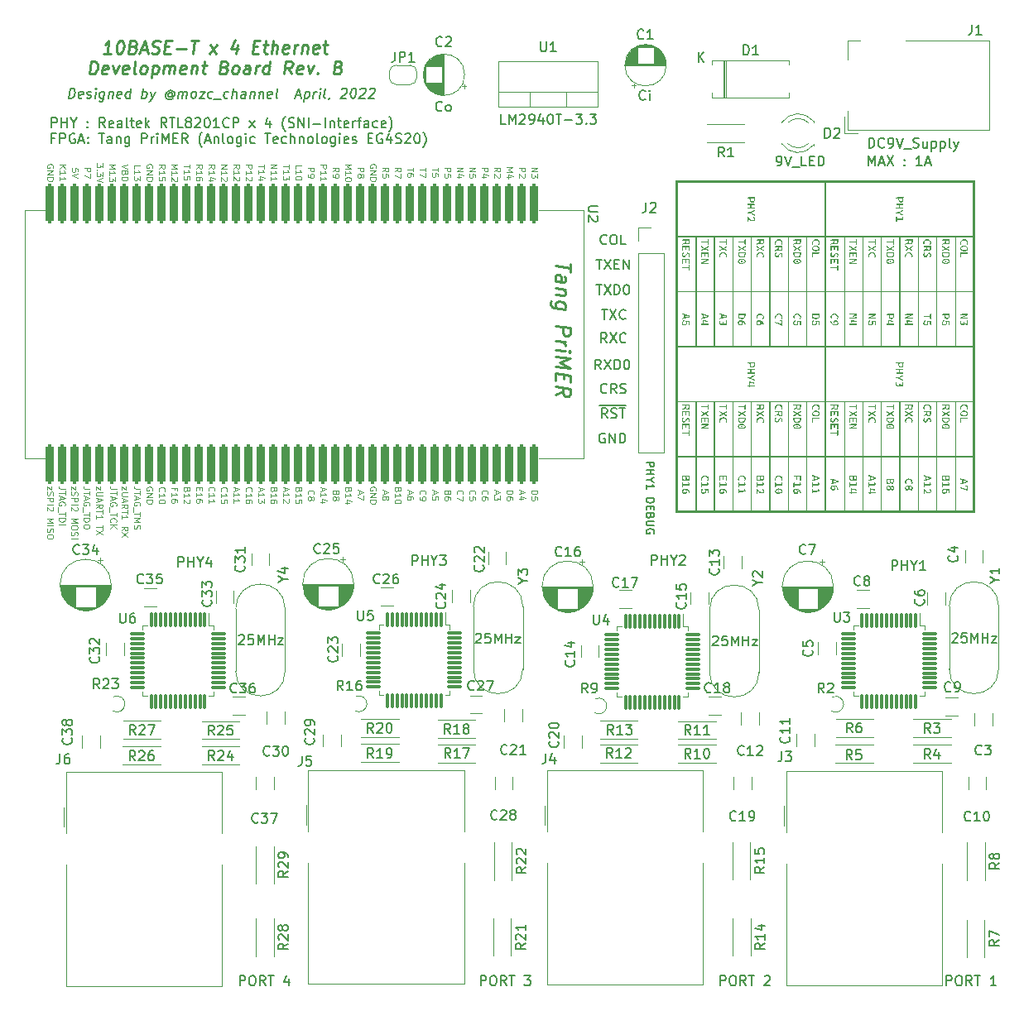
<source format=gto>
G04 #@! TF.GenerationSoftware,KiCad,Pcbnew,(6.0.4)*
G04 #@! TF.CreationDate,2022-04-25T08:26:24+09:00*
G04 #@! TF.ProjectId,pico_router,7069636f-5f72-46f7-9574-65722e6b6963,rev?*
G04 #@! TF.SameCoordinates,Original*
G04 #@! TF.FileFunction,Legend,Top*
G04 #@! TF.FilePolarity,Positive*
%FSLAX46Y46*%
G04 Gerber Fmt 4.6, Leading zero omitted, Abs format (unit mm)*
G04 Created by KiCad (PCBNEW (6.0.4)) date 2022-04-25 08:26:24*
%MOMM*%
%LPD*%
G01*
G04 APERTURE LIST*
G04 Aperture macros list*
%AMRoundRect*
0 Rectangle with rounded corners*
0 $1 Rounding radius*
0 $2 $3 $4 $5 $6 $7 $8 $9 X,Y pos of 4 corners*
0 Add a 4 corners polygon primitive as box body*
4,1,4,$2,$3,$4,$5,$6,$7,$8,$9,$2,$3,0*
0 Add four circle primitives for the rounded corners*
1,1,$1+$1,$2,$3*
1,1,$1+$1,$4,$5*
1,1,$1+$1,$6,$7*
1,1,$1+$1,$8,$9*
0 Add four rect primitives between the rounded corners*
20,1,$1+$1,$2,$3,$4,$5,0*
20,1,$1+$1,$4,$5,$6,$7,0*
20,1,$1+$1,$6,$7,$8,$9,0*
20,1,$1+$1,$8,$9,$2,$3,0*%
G04 Aperture macros list end*
%ADD10C,0.150000*%
%ADD11C,0.200000*%
%ADD12C,0.100000*%
%ADD13C,0.250000*%
%ADD14C,0.225000*%
%ADD15C,0.120000*%
%ADD16C,1.600000*%
%ADD17C,1.400000*%
%ADD18O,1.400000X1.400000*%
%ADD19R,1.905000X2.000000*%
%ADD20O,1.905000X2.000000*%
%ADD21R,1.700000X1.700000*%
%ADD22O,1.700000X1.700000*%
%ADD23RoundRect,0.075000X-0.075000X0.662500X-0.075000X-0.662500X0.075000X-0.662500X0.075000X0.662500X0*%
%ADD24RoundRect,0.075000X-0.662500X0.075000X-0.662500X-0.075000X0.662500X-0.075000X0.662500X0.075000X0*%
%ADD25R,2.400000X2.400000*%
%ADD26O,2.400000X2.400000*%
%ADD27R,1.200000X1.200000*%
%ADD28C,1.200000*%
%ADD29R,1.600000X1.600000*%
%ADD30C,3.250000*%
%ADD31C,2.600000*%
%ADD32C,1.890000*%
%ADD33R,1.900000X1.900000*%
%ADD34C,1.900000*%
%ADD35C,2.300000*%
%ADD36RoundRect,0.200000X-0.200000X1.800000X-0.200000X-1.800000X0.200000X-1.800000X0.200000X1.800000X0*%
%ADD37R,2.000000X4.600000*%
%ADD38O,2.000000X4.200000*%
%ADD39O,4.200000X2.000000*%
%ADD40R,1.800000X1.800000*%
%ADD41C,1.800000*%
G04 APERTURE END LIST*
D10*
X142630542Y-59869342D02*
X142582923Y-59916961D01*
X142440066Y-59964580D01*
X142344828Y-59964580D01*
X142201971Y-59916961D01*
X142106733Y-59821723D01*
X142059114Y-59726485D01*
X142011495Y-59536009D01*
X142011495Y-59393152D01*
X142059114Y-59202676D01*
X142106733Y-59107438D01*
X142201971Y-59012200D01*
X142344828Y-58964580D01*
X142440066Y-58964580D01*
X142582923Y-59012200D01*
X142630542Y-59059819D01*
X143201971Y-59964580D02*
X143106733Y-59916961D01*
X143059114Y-59869342D01*
X143011495Y-59774104D01*
X143011495Y-59488390D01*
X143059114Y-59393152D01*
X143106733Y-59345533D01*
X143201971Y-59297914D01*
X143344828Y-59297914D01*
X143440066Y-59345533D01*
X143487685Y-59393152D01*
X143535304Y-59488390D01*
X143535304Y-59774104D01*
X143487685Y-59869342D01*
X143440066Y-59916961D01*
X143344828Y-59964580D01*
X143201971Y-59964580D01*
D11*
X121936190Y-149423380D02*
X121936190Y-148423380D01*
X122317142Y-148423380D01*
X122412380Y-148471000D01*
X122460000Y-148518619D01*
X122507619Y-148613857D01*
X122507619Y-148756714D01*
X122460000Y-148851952D01*
X122412380Y-148899571D01*
X122317142Y-148947190D01*
X121936190Y-148947190D01*
X123126666Y-148423380D02*
X123317142Y-148423380D01*
X123412380Y-148471000D01*
X123507619Y-148566238D01*
X123555238Y-148756714D01*
X123555238Y-149090047D01*
X123507619Y-149280523D01*
X123412380Y-149375761D01*
X123317142Y-149423380D01*
X123126666Y-149423380D01*
X123031428Y-149375761D01*
X122936190Y-149280523D01*
X122888571Y-149090047D01*
X122888571Y-148756714D01*
X122936190Y-148566238D01*
X123031428Y-148471000D01*
X123126666Y-148423380D01*
X124555238Y-149423380D02*
X124221904Y-148947190D01*
X123983809Y-149423380D02*
X123983809Y-148423380D01*
X124364761Y-148423380D01*
X124460000Y-148471000D01*
X124507619Y-148518619D01*
X124555238Y-148613857D01*
X124555238Y-148756714D01*
X124507619Y-148851952D01*
X124460000Y-148899571D01*
X124364761Y-148947190D01*
X123983809Y-148947190D01*
X124840952Y-148423380D02*
X125412380Y-148423380D01*
X125126666Y-149423380D02*
X125126666Y-148423380D01*
X126936190Y-148756714D02*
X126936190Y-149423380D01*
X126698095Y-148375761D02*
X126460000Y-149090047D01*
X127079047Y-149090047D01*
X146574190Y-149423380D02*
X146574190Y-148423380D01*
X146955142Y-148423380D01*
X147050380Y-148471000D01*
X147098000Y-148518619D01*
X147145619Y-148613857D01*
X147145619Y-148756714D01*
X147098000Y-148851952D01*
X147050380Y-148899571D01*
X146955142Y-148947190D01*
X146574190Y-148947190D01*
X147764666Y-148423380D02*
X147955142Y-148423380D01*
X148050380Y-148471000D01*
X148145619Y-148566238D01*
X148193238Y-148756714D01*
X148193238Y-149090047D01*
X148145619Y-149280523D01*
X148050380Y-149375761D01*
X147955142Y-149423380D01*
X147764666Y-149423380D01*
X147669428Y-149375761D01*
X147574190Y-149280523D01*
X147526571Y-149090047D01*
X147526571Y-148756714D01*
X147574190Y-148566238D01*
X147669428Y-148471000D01*
X147764666Y-148423380D01*
X149193238Y-149423380D02*
X148859904Y-148947190D01*
X148621809Y-149423380D02*
X148621809Y-148423380D01*
X149002761Y-148423380D01*
X149098000Y-148471000D01*
X149145619Y-148518619D01*
X149193238Y-148613857D01*
X149193238Y-148756714D01*
X149145619Y-148851952D01*
X149098000Y-148899571D01*
X149002761Y-148947190D01*
X148621809Y-148947190D01*
X149478952Y-148423380D02*
X150050380Y-148423380D01*
X149764666Y-149423380D02*
X149764666Y-148423380D01*
X151050380Y-148423380D02*
X151669428Y-148423380D01*
X151336095Y-148804333D01*
X151478952Y-148804333D01*
X151574190Y-148851952D01*
X151621809Y-148899571D01*
X151669428Y-148994809D01*
X151669428Y-149232904D01*
X151621809Y-149328142D01*
X151574190Y-149375761D01*
X151478952Y-149423380D01*
X151193238Y-149423380D01*
X151098000Y-149375761D01*
X151050380Y-149328142D01*
D10*
X159461752Y-73497142D02*
X159414133Y-73544761D01*
X159271276Y-73592380D01*
X159176038Y-73592380D01*
X159033180Y-73544761D01*
X158937942Y-73449523D01*
X158890323Y-73354285D01*
X158842704Y-73163809D01*
X158842704Y-73020952D01*
X158890323Y-72830476D01*
X158937942Y-72735238D01*
X159033180Y-72640000D01*
X159176038Y-72592380D01*
X159271276Y-72592380D01*
X159414133Y-72640000D01*
X159461752Y-72687619D01*
X160080800Y-72592380D02*
X160271276Y-72592380D01*
X160366514Y-72640000D01*
X160461752Y-72735238D01*
X160509371Y-72925714D01*
X160509371Y-73259047D01*
X160461752Y-73449523D01*
X160366514Y-73544761D01*
X160271276Y-73592380D01*
X160080800Y-73592380D01*
X159985561Y-73544761D01*
X159890323Y-73449523D01*
X159842704Y-73259047D01*
X159842704Y-72925714D01*
X159890323Y-72735238D01*
X159985561Y-72640000D01*
X160080800Y-72592380D01*
X161414133Y-73592380D02*
X160937942Y-73592380D01*
X160937942Y-72592380D01*
X159464933Y-83650780D02*
X159131600Y-83174590D01*
X158893504Y-83650780D02*
X158893504Y-82650780D01*
X159274457Y-82650780D01*
X159369695Y-82698400D01*
X159417314Y-82746019D01*
X159464933Y-82841257D01*
X159464933Y-82984114D01*
X159417314Y-83079352D01*
X159369695Y-83126971D01*
X159274457Y-83174590D01*
X158893504Y-83174590D01*
X159798266Y-82650780D02*
X160464933Y-83650780D01*
X160464933Y-82650780D02*
X159798266Y-83650780D01*
X161417314Y-83555542D02*
X161369695Y-83603161D01*
X161226838Y-83650780D01*
X161131600Y-83650780D01*
X160988742Y-83603161D01*
X160893504Y-83507923D01*
X160845885Y-83412685D01*
X160798266Y-83222209D01*
X160798266Y-83079352D01*
X160845885Y-82888876D01*
X160893504Y-82793638D01*
X160988742Y-82698400D01*
X161131600Y-82650780D01*
X161226838Y-82650780D01*
X161369695Y-82698400D01*
X161417314Y-82746019D01*
D11*
X164069923Y-106370380D02*
X164069923Y-105370380D01*
X164450876Y-105370380D01*
X164546114Y-105418000D01*
X164593733Y-105465619D01*
X164641352Y-105560857D01*
X164641352Y-105703714D01*
X164593733Y-105798952D01*
X164546114Y-105846571D01*
X164450876Y-105894190D01*
X164069923Y-105894190D01*
X165069923Y-106370380D02*
X165069923Y-105370380D01*
X165069923Y-105846571D02*
X165641352Y-105846571D01*
X165641352Y-106370380D02*
X165641352Y-105370380D01*
X166308019Y-105894190D02*
X166308019Y-106370380D01*
X165974685Y-105370380D02*
X166308019Y-105894190D01*
X166641352Y-105370380D01*
X166927066Y-105465619D02*
X166974685Y-105418000D01*
X167069923Y-105370380D01*
X167308019Y-105370380D01*
X167403257Y-105418000D01*
X167450876Y-105465619D01*
X167498495Y-105560857D01*
X167498495Y-105656095D01*
X167450876Y-105798952D01*
X166879447Y-106370380D01*
X167498495Y-106370380D01*
D10*
X186239542Y-65527180D02*
X186239542Y-64527180D01*
X186572876Y-65241466D01*
X186906209Y-64527180D01*
X186906209Y-65527180D01*
X187334780Y-65241466D02*
X187810971Y-65241466D01*
X187239542Y-65527180D02*
X187572876Y-64527180D01*
X187906209Y-65527180D01*
X188144304Y-64527180D02*
X188810971Y-65527180D01*
X188810971Y-64527180D02*
X188144304Y-65527180D01*
X189953828Y-65431942D02*
X190001447Y-65479561D01*
X189953828Y-65527180D01*
X189906209Y-65479561D01*
X189953828Y-65431942D01*
X189953828Y-65527180D01*
X189953828Y-64908133D02*
X190001447Y-64955752D01*
X189953828Y-65003371D01*
X189906209Y-64955752D01*
X189953828Y-64908133D01*
X189953828Y-65003371D01*
X191715733Y-65527180D02*
X191144304Y-65527180D01*
X191430019Y-65527180D02*
X191430019Y-64527180D01*
X191334780Y-64670038D01*
X191239542Y-64765276D01*
X191144304Y-64812895D01*
X192096685Y-65241466D02*
X192572876Y-65241466D01*
X192001447Y-65527180D02*
X192334780Y-64527180D01*
X192668114Y-65527180D01*
X158723657Y-90064600D02*
X159723657Y-90064600D01*
X159533180Y-91346980D02*
X159199847Y-90870790D01*
X158961752Y-91346980D02*
X158961752Y-90346980D01*
X159342704Y-90346980D01*
X159437942Y-90394600D01*
X159485561Y-90442219D01*
X159533180Y-90537457D01*
X159533180Y-90680314D01*
X159485561Y-90775552D01*
X159437942Y-90823171D01*
X159342704Y-90870790D01*
X158961752Y-90870790D01*
X159723657Y-90064600D02*
X160676038Y-90064600D01*
X159914133Y-91299361D02*
X160056990Y-91346980D01*
X160295085Y-91346980D01*
X160390323Y-91299361D01*
X160437942Y-91251742D01*
X160485561Y-91156504D01*
X160485561Y-91061266D01*
X160437942Y-90966028D01*
X160390323Y-90918409D01*
X160295085Y-90870790D01*
X160104609Y-90823171D01*
X160009371Y-90775552D01*
X159961752Y-90727933D01*
X159914133Y-90632695D01*
X159914133Y-90537457D01*
X159961752Y-90442219D01*
X160009371Y-90394600D01*
X160104609Y-90346980D01*
X160342704Y-90346980D01*
X160485561Y-90394600D01*
X160676038Y-90064600D02*
X161437942Y-90064600D01*
X160771276Y-90346980D02*
X161342704Y-90346980D01*
X161056990Y-91346980D02*
X161056990Y-90346980D01*
X163418828Y-58726342D02*
X163371209Y-58773961D01*
X163228352Y-58821580D01*
X163133114Y-58821580D01*
X162990257Y-58773961D01*
X162895019Y-58678723D01*
X162847400Y-58583485D01*
X162799780Y-58393009D01*
X162799780Y-58250152D01*
X162847400Y-58059676D01*
X162895019Y-57964438D01*
X162990257Y-57869200D01*
X163133114Y-57821580D01*
X163228352Y-57821580D01*
X163371209Y-57869200D01*
X163418828Y-57916819D01*
X163847400Y-58821580D02*
X163847400Y-58154914D01*
X163847400Y-57821580D02*
X163799780Y-57869200D01*
X163847400Y-57916819D01*
X163895019Y-57869200D01*
X163847400Y-57821580D01*
X163847400Y-57916819D01*
X149135057Y-61259980D02*
X148658866Y-61259980D01*
X148658866Y-60259980D01*
X149468390Y-61259980D02*
X149468390Y-60259980D01*
X149801723Y-60974266D01*
X150135057Y-60259980D01*
X150135057Y-61259980D01*
X150563628Y-60355219D02*
X150611247Y-60307600D01*
X150706485Y-60259980D01*
X150944580Y-60259980D01*
X151039819Y-60307600D01*
X151087438Y-60355219D01*
X151135057Y-60450457D01*
X151135057Y-60545695D01*
X151087438Y-60688552D01*
X150516009Y-61259980D01*
X151135057Y-61259980D01*
X151611247Y-61259980D02*
X151801723Y-61259980D01*
X151896961Y-61212361D01*
X151944580Y-61164742D01*
X152039819Y-61021885D01*
X152087438Y-60831409D01*
X152087438Y-60450457D01*
X152039819Y-60355219D01*
X151992200Y-60307600D01*
X151896961Y-60259980D01*
X151706485Y-60259980D01*
X151611247Y-60307600D01*
X151563628Y-60355219D01*
X151516009Y-60450457D01*
X151516009Y-60688552D01*
X151563628Y-60783790D01*
X151611247Y-60831409D01*
X151706485Y-60879028D01*
X151896961Y-60879028D01*
X151992200Y-60831409D01*
X152039819Y-60783790D01*
X152087438Y-60688552D01*
X152944580Y-60593314D02*
X152944580Y-61259980D01*
X152706485Y-60212361D02*
X152468390Y-60926647D01*
X153087438Y-60926647D01*
X153658866Y-60259980D02*
X153754104Y-60259980D01*
X153849342Y-60307600D01*
X153896961Y-60355219D01*
X153944580Y-60450457D01*
X153992200Y-60640933D01*
X153992200Y-60879028D01*
X153944580Y-61069504D01*
X153896961Y-61164742D01*
X153849342Y-61212361D01*
X153754104Y-61259980D01*
X153658866Y-61259980D01*
X153563628Y-61212361D01*
X153516009Y-61164742D01*
X153468390Y-61069504D01*
X153420771Y-60879028D01*
X153420771Y-60640933D01*
X153468390Y-60450457D01*
X153516009Y-60355219D01*
X153563628Y-60307600D01*
X153658866Y-60259980D01*
X154277914Y-60259980D02*
X154849342Y-60259980D01*
X154563628Y-61259980D02*
X154563628Y-60259980D01*
X155182676Y-60879028D02*
X155944580Y-60879028D01*
X156325533Y-60259980D02*
X156944580Y-60259980D01*
X156611247Y-60640933D01*
X156754104Y-60640933D01*
X156849342Y-60688552D01*
X156896961Y-60736171D01*
X156944580Y-60831409D01*
X156944580Y-61069504D01*
X156896961Y-61164742D01*
X156849342Y-61212361D01*
X156754104Y-61259980D01*
X156468390Y-61259980D01*
X156373152Y-61212361D01*
X156325533Y-61164742D01*
X157373152Y-61164742D02*
X157420771Y-61212361D01*
X157373152Y-61259980D01*
X157325533Y-61212361D01*
X157373152Y-61164742D01*
X157373152Y-61259980D01*
X157754104Y-60259980D02*
X158373152Y-60259980D01*
X158039819Y-60640933D01*
X158182676Y-60640933D01*
X158277914Y-60688552D01*
X158325533Y-60736171D01*
X158373152Y-60831409D01*
X158373152Y-61069504D01*
X158325533Y-61164742D01*
X158277914Y-61212361D01*
X158182676Y-61259980D01*
X157896961Y-61259980D01*
X157801723Y-61212361D01*
X157754104Y-61164742D01*
X163528095Y-95871904D02*
X164328095Y-95871904D01*
X164328095Y-96176666D01*
X164290000Y-96252857D01*
X164251904Y-96290952D01*
X164175714Y-96329047D01*
X164061428Y-96329047D01*
X163985238Y-96290952D01*
X163947142Y-96252857D01*
X163909047Y-96176666D01*
X163909047Y-95871904D01*
X163528095Y-96671904D02*
X164328095Y-96671904D01*
X163947142Y-96671904D02*
X163947142Y-97129047D01*
X163528095Y-97129047D02*
X164328095Y-97129047D01*
X163909047Y-97662380D02*
X163528095Y-97662380D01*
X164328095Y-97395714D02*
X163909047Y-97662380D01*
X164328095Y-97929047D01*
X163528095Y-98614761D02*
X163528095Y-98157619D01*
X163528095Y-98386190D02*
X164328095Y-98386190D01*
X164213809Y-98310000D01*
X164137619Y-98233809D01*
X164099523Y-98157619D01*
X163528095Y-99567142D02*
X164328095Y-99567142D01*
X164328095Y-99757619D01*
X164290000Y-99871904D01*
X164213809Y-99948095D01*
X164137619Y-99986190D01*
X163985238Y-100024285D01*
X163870952Y-100024285D01*
X163718571Y-99986190D01*
X163642380Y-99948095D01*
X163566190Y-99871904D01*
X163528095Y-99757619D01*
X163528095Y-99567142D01*
X163947142Y-100367142D02*
X163947142Y-100633809D01*
X163528095Y-100748095D02*
X163528095Y-100367142D01*
X164328095Y-100367142D01*
X164328095Y-100748095D01*
X163947142Y-101357619D02*
X163909047Y-101471904D01*
X163870952Y-101510000D01*
X163794761Y-101548095D01*
X163680476Y-101548095D01*
X163604285Y-101510000D01*
X163566190Y-101471904D01*
X163528095Y-101395714D01*
X163528095Y-101090952D01*
X164328095Y-101090952D01*
X164328095Y-101357619D01*
X164290000Y-101433809D01*
X164251904Y-101471904D01*
X164175714Y-101510000D01*
X164099523Y-101510000D01*
X164023333Y-101471904D01*
X163985238Y-101433809D01*
X163947142Y-101357619D01*
X163947142Y-101090952D01*
X164328095Y-101890952D02*
X163680476Y-101890952D01*
X163604285Y-101929047D01*
X163566190Y-101967142D01*
X163528095Y-102043333D01*
X163528095Y-102195714D01*
X163566190Y-102271904D01*
X163604285Y-102310000D01*
X163680476Y-102348095D01*
X164328095Y-102348095D01*
X164290000Y-103148095D02*
X164328095Y-103071904D01*
X164328095Y-102957619D01*
X164290000Y-102843333D01*
X164213809Y-102767142D01*
X164137619Y-102729047D01*
X163985238Y-102690952D01*
X163870952Y-102690952D01*
X163718571Y-102729047D01*
X163642380Y-102767142D01*
X163566190Y-102843333D01*
X163528095Y-102957619D01*
X163528095Y-103033809D01*
X163566190Y-103148095D01*
X163604285Y-103186190D01*
X163870952Y-103186190D01*
X163870952Y-103033809D01*
X158971295Y-80263180D02*
X159542723Y-80263180D01*
X159257009Y-81263180D02*
X159257009Y-80263180D01*
X159780819Y-80263180D02*
X160447485Y-81263180D01*
X160447485Y-80263180D02*
X159780819Y-81263180D01*
X161399866Y-81167942D02*
X161352247Y-81215561D01*
X161209390Y-81263180D01*
X161114152Y-81263180D01*
X160971295Y-81215561D01*
X160876057Y-81120323D01*
X160828438Y-81025085D01*
X160780819Y-80834609D01*
X160780819Y-80691752D01*
X160828438Y-80501276D01*
X160876057Y-80406038D01*
X160971295Y-80310800D01*
X161114152Y-80263180D01*
X161209390Y-80263180D01*
X161352247Y-80310800D01*
X161399866Y-80358419D01*
X104452089Y-58618380D02*
X104577089Y-57618380D01*
X104815184Y-57618380D01*
X104952089Y-57666000D01*
X105035422Y-57761238D01*
X105071136Y-57856476D01*
X105094946Y-58046952D01*
X105077089Y-58189809D01*
X105005660Y-58380285D01*
X104946136Y-58475523D01*
X104838994Y-58570761D01*
X104690184Y-58618380D01*
X104452089Y-58618380D01*
X105838994Y-58570761D02*
X105737803Y-58618380D01*
X105547327Y-58618380D01*
X105458041Y-58570761D01*
X105422327Y-58475523D01*
X105469946Y-58094571D01*
X105529470Y-57999333D01*
X105630660Y-57951714D01*
X105821136Y-57951714D01*
X105910422Y-57999333D01*
X105946136Y-58094571D01*
X105934232Y-58189809D01*
X105446136Y-58285047D01*
X106267565Y-58570761D02*
X106356851Y-58618380D01*
X106547327Y-58618380D01*
X106648517Y-58570761D01*
X106708041Y-58475523D01*
X106713994Y-58427904D01*
X106678279Y-58332666D01*
X106588994Y-58285047D01*
X106446136Y-58285047D01*
X106356851Y-58237428D01*
X106321136Y-58142190D01*
X106327089Y-58094571D01*
X106386613Y-57999333D01*
X106487803Y-57951714D01*
X106630660Y-57951714D01*
X106719946Y-57999333D01*
X107118755Y-58618380D02*
X107202089Y-57951714D01*
X107243755Y-57618380D02*
X107190184Y-57666000D01*
X107231851Y-57713619D01*
X107285422Y-57666000D01*
X107243755Y-57618380D01*
X107231851Y-57713619D01*
X108106851Y-57951714D02*
X108005660Y-58761238D01*
X107946136Y-58856476D01*
X107892565Y-58904095D01*
X107791375Y-58951714D01*
X107648517Y-58951714D01*
X107559232Y-58904095D01*
X108029470Y-58570761D02*
X107928279Y-58618380D01*
X107737803Y-58618380D01*
X107648517Y-58570761D01*
X107606851Y-58523142D01*
X107571136Y-58427904D01*
X107606851Y-58142190D01*
X107666375Y-58046952D01*
X107719946Y-57999333D01*
X107821136Y-57951714D01*
X108011613Y-57951714D01*
X108100898Y-57999333D01*
X108583041Y-57951714D02*
X108499708Y-58618380D01*
X108571136Y-58046952D02*
X108624708Y-57999333D01*
X108725898Y-57951714D01*
X108868755Y-57951714D01*
X108958041Y-57999333D01*
X108993755Y-58094571D01*
X108928279Y-58618380D01*
X109791375Y-58570761D02*
X109690184Y-58618380D01*
X109499708Y-58618380D01*
X109410422Y-58570761D01*
X109374708Y-58475523D01*
X109422327Y-58094571D01*
X109481851Y-57999333D01*
X109583041Y-57951714D01*
X109773517Y-57951714D01*
X109862803Y-57999333D01*
X109898517Y-58094571D01*
X109886613Y-58189809D01*
X109398517Y-58285047D01*
X110690184Y-58618380D02*
X110815184Y-57618380D01*
X110696136Y-58570761D02*
X110594946Y-58618380D01*
X110404470Y-58618380D01*
X110315184Y-58570761D01*
X110273517Y-58523142D01*
X110237803Y-58427904D01*
X110273517Y-58142190D01*
X110333041Y-58046952D01*
X110386613Y-57999333D01*
X110487803Y-57951714D01*
X110678279Y-57951714D01*
X110767565Y-57999333D01*
X111928279Y-58618380D02*
X112053279Y-57618380D01*
X112005660Y-57999333D02*
X112106851Y-57951714D01*
X112297327Y-57951714D01*
X112386613Y-57999333D01*
X112428279Y-58046952D01*
X112463994Y-58142190D01*
X112428279Y-58427904D01*
X112368755Y-58523142D01*
X112315184Y-58570761D01*
X112213994Y-58618380D01*
X112023517Y-58618380D01*
X111934232Y-58570761D01*
X112821136Y-57951714D02*
X112975898Y-58618380D01*
X113297327Y-57951714D02*
X112975898Y-58618380D01*
X112850898Y-58856476D01*
X112797327Y-58904095D01*
X112696136Y-58951714D01*
X115035422Y-58142190D02*
X114993755Y-58094571D01*
X114904470Y-58046952D01*
X114809232Y-58046952D01*
X114708041Y-58094571D01*
X114654470Y-58142190D01*
X114594946Y-58237428D01*
X114583041Y-58332666D01*
X114618755Y-58427904D01*
X114660422Y-58475523D01*
X114749708Y-58523142D01*
X114844946Y-58523142D01*
X114946136Y-58475523D01*
X114999708Y-58427904D01*
X115047327Y-58046952D02*
X114999708Y-58427904D01*
X115041375Y-58475523D01*
X115088994Y-58475523D01*
X115190184Y-58427904D01*
X115249708Y-58332666D01*
X115279470Y-58094571D01*
X115202089Y-57951714D01*
X115071136Y-57856476D01*
X114886613Y-57808857D01*
X114690184Y-57856476D01*
X114535422Y-57951714D01*
X114422327Y-58094571D01*
X114350898Y-58285047D01*
X114374708Y-58475523D01*
X114452089Y-58618380D01*
X114583041Y-58713619D01*
X114767565Y-58761238D01*
X114963994Y-58713619D01*
X115118755Y-58618380D01*
X115642565Y-58618380D02*
X115725898Y-57951714D01*
X115713994Y-58046952D02*
X115767565Y-57999333D01*
X115868755Y-57951714D01*
X116011613Y-57951714D01*
X116100898Y-57999333D01*
X116136613Y-58094571D01*
X116071136Y-58618380D01*
X116136613Y-58094571D02*
X116196136Y-57999333D01*
X116297327Y-57951714D01*
X116440184Y-57951714D01*
X116529470Y-57999333D01*
X116565184Y-58094571D01*
X116499708Y-58618380D01*
X117118755Y-58618380D02*
X117029470Y-58570761D01*
X116987803Y-58523142D01*
X116952089Y-58427904D01*
X116987803Y-58142190D01*
X117047327Y-58046952D01*
X117100898Y-57999333D01*
X117202089Y-57951714D01*
X117344946Y-57951714D01*
X117434232Y-57999333D01*
X117475898Y-58046952D01*
X117511613Y-58142190D01*
X117475898Y-58427904D01*
X117416375Y-58523142D01*
X117362803Y-58570761D01*
X117261613Y-58618380D01*
X117118755Y-58618380D01*
X117868755Y-57951714D02*
X118392565Y-57951714D01*
X117785422Y-58618380D01*
X118309232Y-58618380D01*
X119124708Y-58570761D02*
X119023517Y-58618380D01*
X118833041Y-58618380D01*
X118743755Y-58570761D01*
X118702089Y-58523142D01*
X118666375Y-58427904D01*
X118702089Y-58142190D01*
X118761613Y-58046952D01*
X118815184Y-57999333D01*
X118916375Y-57951714D01*
X119106851Y-57951714D01*
X119196136Y-57999333D01*
X119297327Y-58713619D02*
X120059232Y-58713619D01*
X120743755Y-58570761D02*
X120642565Y-58618380D01*
X120452089Y-58618380D01*
X120362803Y-58570761D01*
X120321136Y-58523142D01*
X120285422Y-58427904D01*
X120321136Y-58142190D01*
X120380660Y-58046952D01*
X120434232Y-57999333D01*
X120535422Y-57951714D01*
X120725898Y-57951714D01*
X120815184Y-57999333D01*
X121166375Y-58618380D02*
X121291375Y-57618380D01*
X121594946Y-58618380D02*
X121660422Y-58094571D01*
X121624708Y-57999333D01*
X121535422Y-57951714D01*
X121392565Y-57951714D01*
X121291375Y-57999333D01*
X121237803Y-58046952D01*
X122499708Y-58618380D02*
X122565184Y-58094571D01*
X122529470Y-57999333D01*
X122440184Y-57951714D01*
X122249708Y-57951714D01*
X122148517Y-57999333D01*
X122505660Y-58570761D02*
X122404470Y-58618380D01*
X122166375Y-58618380D01*
X122077089Y-58570761D01*
X122041375Y-58475523D01*
X122053279Y-58380285D01*
X122112803Y-58285047D01*
X122213994Y-58237428D01*
X122452089Y-58237428D01*
X122553279Y-58189809D01*
X123059232Y-57951714D02*
X122975898Y-58618380D01*
X123047327Y-58046952D02*
X123100898Y-57999333D01*
X123202089Y-57951714D01*
X123344946Y-57951714D01*
X123434232Y-57999333D01*
X123469946Y-58094571D01*
X123404470Y-58618380D01*
X123963994Y-57951714D02*
X123880660Y-58618380D01*
X123952089Y-58046952D02*
X124005660Y-57999333D01*
X124106851Y-57951714D01*
X124249708Y-57951714D01*
X124338994Y-57999333D01*
X124374708Y-58094571D01*
X124309232Y-58618380D01*
X125172327Y-58570761D02*
X125071136Y-58618380D01*
X124880660Y-58618380D01*
X124791375Y-58570761D01*
X124755660Y-58475523D01*
X124803279Y-58094571D01*
X124862803Y-57999333D01*
X124963994Y-57951714D01*
X125154470Y-57951714D01*
X125243755Y-57999333D01*
X125279470Y-58094571D01*
X125267565Y-58189809D01*
X124779470Y-58285047D01*
X125785422Y-58618380D02*
X125696136Y-58570761D01*
X125660422Y-58475523D01*
X125767565Y-57618380D01*
X127678279Y-58332666D02*
X128154470Y-58332666D01*
X127547327Y-58618380D02*
X128005660Y-57618380D01*
X128213994Y-58618380D01*
X128630660Y-57951714D02*
X128505660Y-58951714D01*
X128624708Y-57999333D02*
X128725898Y-57951714D01*
X128916375Y-57951714D01*
X129005660Y-57999333D01*
X129047327Y-58046952D01*
X129083041Y-58142190D01*
X129047327Y-58427904D01*
X128987803Y-58523142D01*
X128934232Y-58570761D01*
X128833041Y-58618380D01*
X128642565Y-58618380D01*
X128553279Y-58570761D01*
X129452089Y-58618380D02*
X129535422Y-57951714D01*
X129511613Y-58142190D02*
X129571136Y-58046952D01*
X129624708Y-57999333D01*
X129725898Y-57951714D01*
X129821136Y-57951714D01*
X130071136Y-58618380D02*
X130154470Y-57951714D01*
X130196136Y-57618380D02*
X130142565Y-57666000D01*
X130184232Y-57713619D01*
X130237803Y-57666000D01*
X130196136Y-57618380D01*
X130184232Y-57713619D01*
X130690184Y-58618380D02*
X130600898Y-58570761D01*
X130565184Y-58475523D01*
X130672327Y-57618380D01*
X131124708Y-58570761D02*
X131118755Y-58618380D01*
X131059232Y-58713619D01*
X131005660Y-58761238D01*
X132374708Y-57713619D02*
X132428279Y-57666000D01*
X132529470Y-57618380D01*
X132767565Y-57618380D01*
X132856851Y-57666000D01*
X132898517Y-57713619D01*
X132934232Y-57808857D01*
X132922327Y-57904095D01*
X132856851Y-58046952D01*
X132213994Y-58618380D01*
X132833041Y-58618380D01*
X133577089Y-57618380D02*
X133672327Y-57618380D01*
X133761613Y-57666000D01*
X133803279Y-57713619D01*
X133838994Y-57808857D01*
X133862803Y-57999333D01*
X133833041Y-58237428D01*
X133761613Y-58427904D01*
X133702089Y-58523142D01*
X133648517Y-58570761D01*
X133547327Y-58618380D01*
X133452089Y-58618380D01*
X133362803Y-58570761D01*
X133321136Y-58523142D01*
X133285422Y-58427904D01*
X133261613Y-58237428D01*
X133291375Y-57999333D01*
X133362803Y-57808857D01*
X133422327Y-57713619D01*
X133475898Y-57666000D01*
X133577089Y-57618380D01*
X134279470Y-57713619D02*
X134333041Y-57666000D01*
X134434232Y-57618380D01*
X134672327Y-57618380D01*
X134761613Y-57666000D01*
X134803279Y-57713619D01*
X134838994Y-57808857D01*
X134827089Y-57904095D01*
X134761613Y-58046952D01*
X134118755Y-58618380D01*
X134737803Y-58618380D01*
X135231851Y-57713619D02*
X135285422Y-57666000D01*
X135386613Y-57618380D01*
X135624708Y-57618380D01*
X135713994Y-57666000D01*
X135755660Y-57713619D01*
X135791375Y-57808857D01*
X135779470Y-57904095D01*
X135713994Y-58046952D01*
X135071136Y-58618380D01*
X135690184Y-58618380D01*
X186280990Y-63698380D02*
X186280990Y-62698380D01*
X186519085Y-62698380D01*
X186661942Y-62746000D01*
X186757180Y-62841238D01*
X186804800Y-62936476D01*
X186852419Y-63126952D01*
X186852419Y-63269809D01*
X186804800Y-63460285D01*
X186757180Y-63555523D01*
X186661942Y-63650761D01*
X186519085Y-63698380D01*
X186280990Y-63698380D01*
X187852419Y-63603142D02*
X187804800Y-63650761D01*
X187661942Y-63698380D01*
X187566704Y-63698380D01*
X187423847Y-63650761D01*
X187328609Y-63555523D01*
X187280990Y-63460285D01*
X187233371Y-63269809D01*
X187233371Y-63126952D01*
X187280990Y-62936476D01*
X187328609Y-62841238D01*
X187423847Y-62746000D01*
X187566704Y-62698380D01*
X187661942Y-62698380D01*
X187804800Y-62746000D01*
X187852419Y-62793619D01*
X188328609Y-63698380D02*
X188519085Y-63698380D01*
X188614323Y-63650761D01*
X188661942Y-63603142D01*
X188757180Y-63460285D01*
X188804800Y-63269809D01*
X188804800Y-62888857D01*
X188757180Y-62793619D01*
X188709561Y-62746000D01*
X188614323Y-62698380D01*
X188423847Y-62698380D01*
X188328609Y-62746000D01*
X188280990Y-62793619D01*
X188233371Y-62888857D01*
X188233371Y-63126952D01*
X188280990Y-63222190D01*
X188328609Y-63269809D01*
X188423847Y-63317428D01*
X188614323Y-63317428D01*
X188709561Y-63269809D01*
X188757180Y-63222190D01*
X188804800Y-63126952D01*
X189090514Y-62698380D02*
X189423847Y-63698380D01*
X189757180Y-62698380D01*
X189852419Y-63793619D02*
X190614323Y-63793619D01*
X190804800Y-63650761D02*
X190947657Y-63698380D01*
X191185752Y-63698380D01*
X191280990Y-63650761D01*
X191328609Y-63603142D01*
X191376228Y-63507904D01*
X191376228Y-63412666D01*
X191328609Y-63317428D01*
X191280990Y-63269809D01*
X191185752Y-63222190D01*
X190995276Y-63174571D01*
X190900038Y-63126952D01*
X190852419Y-63079333D01*
X190804800Y-62984095D01*
X190804800Y-62888857D01*
X190852419Y-62793619D01*
X190900038Y-62746000D01*
X190995276Y-62698380D01*
X191233371Y-62698380D01*
X191376228Y-62746000D01*
X192233371Y-63031714D02*
X192233371Y-63698380D01*
X191804800Y-63031714D02*
X191804800Y-63555523D01*
X191852419Y-63650761D01*
X191947657Y-63698380D01*
X192090514Y-63698380D01*
X192185752Y-63650761D01*
X192233371Y-63603142D01*
X192709561Y-63031714D02*
X192709561Y-64031714D01*
X192709561Y-63079333D02*
X192804800Y-63031714D01*
X192995276Y-63031714D01*
X193090514Y-63079333D01*
X193138133Y-63126952D01*
X193185752Y-63222190D01*
X193185752Y-63507904D01*
X193138133Y-63603142D01*
X193090514Y-63650761D01*
X192995276Y-63698380D01*
X192804800Y-63698380D01*
X192709561Y-63650761D01*
X193614323Y-63031714D02*
X193614323Y-64031714D01*
X193614323Y-63079333D02*
X193709561Y-63031714D01*
X193900038Y-63031714D01*
X193995276Y-63079333D01*
X194042895Y-63126952D01*
X194090514Y-63222190D01*
X194090514Y-63507904D01*
X194042895Y-63603142D01*
X193995276Y-63650761D01*
X193900038Y-63698380D01*
X193709561Y-63698380D01*
X193614323Y-63650761D01*
X194661942Y-63698380D02*
X194566704Y-63650761D01*
X194519085Y-63555523D01*
X194519085Y-62698380D01*
X194947657Y-63031714D02*
X195185752Y-63698380D01*
X195423847Y-63031714D02*
X195185752Y-63698380D01*
X195090514Y-63936476D01*
X195042895Y-63984095D01*
X194947657Y-64031714D01*
X170305695Y-113746019D02*
X170353314Y-113698400D01*
X170448552Y-113650780D01*
X170686647Y-113650780D01*
X170781885Y-113698400D01*
X170829504Y-113746019D01*
X170877123Y-113841257D01*
X170877123Y-113936495D01*
X170829504Y-114079352D01*
X170258076Y-114650780D01*
X170877123Y-114650780D01*
X171781885Y-113650780D02*
X171305695Y-113650780D01*
X171258076Y-114126971D01*
X171305695Y-114079352D01*
X171400933Y-114031733D01*
X171639028Y-114031733D01*
X171734266Y-114079352D01*
X171781885Y-114126971D01*
X171829504Y-114222209D01*
X171829504Y-114460304D01*
X171781885Y-114555542D01*
X171734266Y-114603161D01*
X171639028Y-114650780D01*
X171400933Y-114650780D01*
X171305695Y-114603161D01*
X171258076Y-114555542D01*
X172258076Y-114650780D02*
X172258076Y-113650780D01*
X172591409Y-114365066D01*
X172924742Y-113650780D01*
X172924742Y-114650780D01*
X173400933Y-114650780D02*
X173400933Y-113650780D01*
X173400933Y-114126971D02*
X173972361Y-114126971D01*
X173972361Y-114650780D02*
X173972361Y-113650780D01*
X174353314Y-113984114D02*
X174877123Y-113984114D01*
X174353314Y-114650780D01*
X174877123Y-114650780D01*
D11*
X139584323Y-106421180D02*
X139584323Y-105421180D01*
X139965276Y-105421180D01*
X140060514Y-105468800D01*
X140108133Y-105516419D01*
X140155752Y-105611657D01*
X140155752Y-105754514D01*
X140108133Y-105849752D01*
X140060514Y-105897371D01*
X139965276Y-105944990D01*
X139584323Y-105944990D01*
X140584323Y-106421180D02*
X140584323Y-105421180D01*
X140584323Y-105897371D02*
X141155752Y-105897371D01*
X141155752Y-106421180D02*
X141155752Y-105421180D01*
X141822419Y-105944990D02*
X141822419Y-106421180D01*
X141489085Y-105421180D02*
X141822419Y-105944990D01*
X142155752Y-105421180D01*
X142393847Y-105421180D02*
X143012895Y-105421180D01*
X142679561Y-105802133D01*
X142822419Y-105802133D01*
X142917657Y-105849752D01*
X142965276Y-105897371D01*
X143012895Y-105992609D01*
X143012895Y-106230704D01*
X142965276Y-106325942D01*
X142917657Y-106373561D01*
X142822419Y-106421180D01*
X142536704Y-106421180D01*
X142441466Y-106373561D01*
X142393847Y-106325942D01*
D10*
X158393504Y-75132380D02*
X158964933Y-75132380D01*
X158679219Y-76132380D02*
X158679219Y-75132380D01*
X159203028Y-75132380D02*
X159869695Y-76132380D01*
X159869695Y-75132380D02*
X159203028Y-76132380D01*
X160250647Y-75608571D02*
X160583980Y-75608571D01*
X160726838Y-76132380D02*
X160250647Y-76132380D01*
X160250647Y-75132380D01*
X160726838Y-75132380D01*
X161155409Y-76132380D02*
X161155409Y-75132380D01*
X161726838Y-76132380D01*
X161726838Y-75132380D01*
X159464933Y-88737142D02*
X159417314Y-88784761D01*
X159274457Y-88832380D01*
X159179219Y-88832380D01*
X159036361Y-88784761D01*
X158941123Y-88689523D01*
X158893504Y-88594285D01*
X158845885Y-88403809D01*
X158845885Y-88260952D01*
X158893504Y-88070476D01*
X158941123Y-87975238D01*
X159036361Y-87880000D01*
X159179219Y-87832380D01*
X159274457Y-87832380D01*
X159417314Y-87880000D01*
X159464933Y-87927619D01*
X160464933Y-88832380D02*
X160131600Y-88356190D01*
X159893504Y-88832380D02*
X159893504Y-87832380D01*
X160274457Y-87832380D01*
X160369695Y-87880000D01*
X160417314Y-87927619D01*
X160464933Y-88022857D01*
X160464933Y-88165714D01*
X160417314Y-88260952D01*
X160369695Y-88308571D01*
X160274457Y-88356190D01*
X159893504Y-88356190D01*
X160845885Y-88784761D02*
X160988742Y-88832380D01*
X161226838Y-88832380D01*
X161322076Y-88784761D01*
X161369695Y-88737142D01*
X161417314Y-88641904D01*
X161417314Y-88546666D01*
X161369695Y-88451428D01*
X161322076Y-88403809D01*
X161226838Y-88356190D01*
X161036361Y-88308571D01*
X160941123Y-88260952D01*
X160893504Y-88213333D01*
X160845885Y-88118095D01*
X160845885Y-88022857D01*
X160893504Y-87927619D01*
X160941123Y-87880000D01*
X161036361Y-87832380D01*
X161274457Y-87832380D01*
X161417314Y-87880000D01*
D11*
X115657523Y-106573580D02*
X115657523Y-105573580D01*
X116038476Y-105573580D01*
X116133714Y-105621200D01*
X116181333Y-105668819D01*
X116228952Y-105764057D01*
X116228952Y-105906914D01*
X116181333Y-106002152D01*
X116133714Y-106049771D01*
X116038476Y-106097390D01*
X115657523Y-106097390D01*
X116657523Y-106573580D02*
X116657523Y-105573580D01*
X116657523Y-106049771D02*
X117228952Y-106049771D01*
X117228952Y-106573580D02*
X117228952Y-105573580D01*
X117895619Y-106097390D02*
X117895619Y-106573580D01*
X117562285Y-105573580D02*
X117895619Y-106097390D01*
X118228952Y-105573580D01*
X118990857Y-105906914D02*
X118990857Y-106573580D01*
X118752761Y-105525961D02*
X118514666Y-106240247D01*
X119133714Y-106240247D01*
D10*
X146074095Y-113492019D02*
X146121714Y-113444400D01*
X146216952Y-113396780D01*
X146455047Y-113396780D01*
X146550285Y-113444400D01*
X146597904Y-113492019D01*
X146645523Y-113587257D01*
X146645523Y-113682495D01*
X146597904Y-113825352D01*
X146026476Y-114396780D01*
X146645523Y-114396780D01*
X147550285Y-113396780D02*
X147074095Y-113396780D01*
X147026476Y-113872971D01*
X147074095Y-113825352D01*
X147169333Y-113777733D01*
X147407428Y-113777733D01*
X147502666Y-113825352D01*
X147550285Y-113872971D01*
X147597904Y-113968209D01*
X147597904Y-114206304D01*
X147550285Y-114301542D01*
X147502666Y-114349161D01*
X147407428Y-114396780D01*
X147169333Y-114396780D01*
X147074095Y-114349161D01*
X147026476Y-114301542D01*
X148026476Y-114396780D02*
X148026476Y-113396780D01*
X148359809Y-114111066D01*
X148693142Y-113396780D01*
X148693142Y-114396780D01*
X149169333Y-114396780D02*
X149169333Y-113396780D01*
X149169333Y-113872971D02*
X149740761Y-113872971D01*
X149740761Y-114396780D02*
X149740761Y-113396780D01*
X150121714Y-113730114D02*
X150645523Y-113730114D01*
X150121714Y-114396780D01*
X150645523Y-114396780D01*
D11*
X194199190Y-149423380D02*
X194199190Y-148423380D01*
X194580142Y-148423380D01*
X194675380Y-148471000D01*
X194723000Y-148518619D01*
X194770619Y-148613857D01*
X194770619Y-148756714D01*
X194723000Y-148851952D01*
X194675380Y-148899571D01*
X194580142Y-148947190D01*
X194199190Y-148947190D01*
X195389666Y-148423380D02*
X195580142Y-148423380D01*
X195675380Y-148471000D01*
X195770619Y-148566238D01*
X195818238Y-148756714D01*
X195818238Y-149090047D01*
X195770619Y-149280523D01*
X195675380Y-149375761D01*
X195580142Y-149423380D01*
X195389666Y-149423380D01*
X195294428Y-149375761D01*
X195199190Y-149280523D01*
X195151571Y-149090047D01*
X195151571Y-148756714D01*
X195199190Y-148566238D01*
X195294428Y-148471000D01*
X195389666Y-148423380D01*
X196818238Y-149423380D02*
X196484904Y-148947190D01*
X196246809Y-149423380D02*
X196246809Y-148423380D01*
X196627761Y-148423380D01*
X196723000Y-148471000D01*
X196770619Y-148518619D01*
X196818238Y-148613857D01*
X196818238Y-148756714D01*
X196770619Y-148851952D01*
X196723000Y-148899571D01*
X196627761Y-148947190D01*
X196246809Y-148947190D01*
X197103952Y-148423380D02*
X197675380Y-148423380D01*
X197389666Y-149423380D02*
X197389666Y-148423380D01*
X199294428Y-149423380D02*
X198723000Y-149423380D01*
X199008714Y-149423380D02*
X199008714Y-148423380D01*
X198913476Y-148566238D01*
X198818238Y-148661476D01*
X198723000Y-148709095D01*
D10*
X176890657Y-65552580D02*
X177081133Y-65552580D01*
X177176371Y-65504961D01*
X177223990Y-65457342D01*
X177319228Y-65314485D01*
X177366847Y-65124009D01*
X177366847Y-64743057D01*
X177319228Y-64647819D01*
X177271609Y-64600200D01*
X177176371Y-64552580D01*
X176985895Y-64552580D01*
X176890657Y-64600200D01*
X176843038Y-64647819D01*
X176795419Y-64743057D01*
X176795419Y-64981152D01*
X176843038Y-65076390D01*
X176890657Y-65124009D01*
X176985895Y-65171628D01*
X177176371Y-65171628D01*
X177271609Y-65124009D01*
X177319228Y-65076390D01*
X177366847Y-64981152D01*
X177652561Y-64552580D02*
X177985895Y-65552580D01*
X178319228Y-64552580D01*
X178414466Y-65647819D02*
X179176371Y-65647819D01*
X179890657Y-65552580D02*
X179414466Y-65552580D01*
X179414466Y-64552580D01*
X180223990Y-65028771D02*
X180557323Y-65028771D01*
X180700180Y-65552580D02*
X180223990Y-65552580D01*
X180223990Y-64552580D01*
X180700180Y-64552580D01*
X181128752Y-65552580D02*
X181128752Y-64552580D01*
X181366847Y-64552580D01*
X181509704Y-64600200D01*
X181604942Y-64695438D01*
X181652561Y-64790676D01*
X181700180Y-64981152D01*
X181700180Y-65124009D01*
X181652561Y-65314485D01*
X181604942Y-65409723D01*
X181509704Y-65504961D01*
X181366847Y-65552580D01*
X181128752Y-65552580D01*
X158393504Y-77723180D02*
X158964933Y-77723180D01*
X158679219Y-78723180D02*
X158679219Y-77723180D01*
X159203028Y-77723180D02*
X159869695Y-78723180D01*
X159869695Y-77723180D02*
X159203028Y-78723180D01*
X160250647Y-78723180D02*
X160250647Y-77723180D01*
X160488742Y-77723180D01*
X160631600Y-77770800D01*
X160726838Y-77866038D01*
X160774457Y-77961276D01*
X160822076Y-78151752D01*
X160822076Y-78294609D01*
X160774457Y-78485085D01*
X160726838Y-78580323D01*
X160631600Y-78675561D01*
X160488742Y-78723180D01*
X160250647Y-78723180D01*
X161441123Y-77723180D02*
X161536361Y-77723180D01*
X161631600Y-77770800D01*
X161679219Y-77818419D01*
X161726838Y-77913657D01*
X161774457Y-78104133D01*
X161774457Y-78342228D01*
X161726838Y-78532704D01*
X161679219Y-78627942D01*
X161631600Y-78675561D01*
X161536361Y-78723180D01*
X161441123Y-78723180D01*
X161345885Y-78675561D01*
X161298266Y-78627942D01*
X161250647Y-78532704D01*
X161203028Y-78342228D01*
X161203028Y-78104133D01*
X161250647Y-77913657D01*
X161298266Y-77818419D01*
X161345885Y-77770800D01*
X161441123Y-77723180D01*
D11*
X171085190Y-149423380D02*
X171085190Y-148423380D01*
X171466142Y-148423380D01*
X171561380Y-148471000D01*
X171609000Y-148518619D01*
X171656619Y-148613857D01*
X171656619Y-148756714D01*
X171609000Y-148851952D01*
X171561380Y-148899571D01*
X171466142Y-148947190D01*
X171085190Y-148947190D01*
X172275666Y-148423380D02*
X172466142Y-148423380D01*
X172561380Y-148471000D01*
X172656619Y-148566238D01*
X172704238Y-148756714D01*
X172704238Y-149090047D01*
X172656619Y-149280523D01*
X172561380Y-149375761D01*
X172466142Y-149423380D01*
X172275666Y-149423380D01*
X172180428Y-149375761D01*
X172085190Y-149280523D01*
X172037571Y-149090047D01*
X172037571Y-148756714D01*
X172085190Y-148566238D01*
X172180428Y-148471000D01*
X172275666Y-148423380D01*
X173704238Y-149423380D02*
X173370904Y-148947190D01*
X173132809Y-149423380D02*
X173132809Y-148423380D01*
X173513761Y-148423380D01*
X173609000Y-148471000D01*
X173656619Y-148518619D01*
X173704238Y-148613857D01*
X173704238Y-148756714D01*
X173656619Y-148851952D01*
X173609000Y-148899571D01*
X173513761Y-148947190D01*
X173132809Y-148947190D01*
X173989952Y-148423380D02*
X174561380Y-148423380D01*
X174275666Y-149423380D02*
X174275666Y-148423380D01*
X175609000Y-148518619D02*
X175656619Y-148471000D01*
X175751857Y-148423380D01*
X175989952Y-148423380D01*
X176085190Y-148471000D01*
X176132809Y-148518619D01*
X176180428Y-148613857D01*
X176180428Y-148709095D01*
X176132809Y-148851952D01*
X175561380Y-149423380D01*
X176180428Y-149423380D01*
D10*
X102697595Y-61623380D02*
X102697595Y-60623380D01*
X103078547Y-60623380D01*
X103173785Y-60671000D01*
X103221404Y-60718619D01*
X103269023Y-60813857D01*
X103269023Y-60956714D01*
X103221404Y-61051952D01*
X103173785Y-61099571D01*
X103078547Y-61147190D01*
X102697595Y-61147190D01*
X103697595Y-61623380D02*
X103697595Y-60623380D01*
X103697595Y-61099571D02*
X104269023Y-61099571D01*
X104269023Y-61623380D02*
X104269023Y-60623380D01*
X104935690Y-61147190D02*
X104935690Y-61623380D01*
X104602357Y-60623380D02*
X104935690Y-61147190D01*
X105269023Y-60623380D01*
X106364261Y-61528142D02*
X106411880Y-61575761D01*
X106364261Y-61623380D01*
X106316642Y-61575761D01*
X106364261Y-61528142D01*
X106364261Y-61623380D01*
X106364261Y-61004333D02*
X106411880Y-61051952D01*
X106364261Y-61099571D01*
X106316642Y-61051952D01*
X106364261Y-61004333D01*
X106364261Y-61099571D01*
X108173785Y-61623380D02*
X107840452Y-61147190D01*
X107602357Y-61623380D02*
X107602357Y-60623380D01*
X107983309Y-60623380D01*
X108078547Y-60671000D01*
X108126166Y-60718619D01*
X108173785Y-60813857D01*
X108173785Y-60956714D01*
X108126166Y-61051952D01*
X108078547Y-61099571D01*
X107983309Y-61147190D01*
X107602357Y-61147190D01*
X108983309Y-61575761D02*
X108888071Y-61623380D01*
X108697595Y-61623380D01*
X108602357Y-61575761D01*
X108554738Y-61480523D01*
X108554738Y-61099571D01*
X108602357Y-61004333D01*
X108697595Y-60956714D01*
X108888071Y-60956714D01*
X108983309Y-61004333D01*
X109030928Y-61099571D01*
X109030928Y-61194809D01*
X108554738Y-61290047D01*
X109888071Y-61623380D02*
X109888071Y-61099571D01*
X109840452Y-61004333D01*
X109745214Y-60956714D01*
X109554738Y-60956714D01*
X109459500Y-61004333D01*
X109888071Y-61575761D02*
X109792833Y-61623380D01*
X109554738Y-61623380D01*
X109459500Y-61575761D01*
X109411880Y-61480523D01*
X109411880Y-61385285D01*
X109459500Y-61290047D01*
X109554738Y-61242428D01*
X109792833Y-61242428D01*
X109888071Y-61194809D01*
X110507119Y-61623380D02*
X110411880Y-61575761D01*
X110364261Y-61480523D01*
X110364261Y-60623380D01*
X110745214Y-60956714D02*
X111126166Y-60956714D01*
X110888071Y-60623380D02*
X110888071Y-61480523D01*
X110935690Y-61575761D01*
X111030928Y-61623380D01*
X111126166Y-61623380D01*
X111840452Y-61575761D02*
X111745214Y-61623380D01*
X111554738Y-61623380D01*
X111459500Y-61575761D01*
X111411880Y-61480523D01*
X111411880Y-61099571D01*
X111459500Y-61004333D01*
X111554738Y-60956714D01*
X111745214Y-60956714D01*
X111840452Y-61004333D01*
X111888071Y-61099571D01*
X111888071Y-61194809D01*
X111411880Y-61290047D01*
X112316642Y-61623380D02*
X112316642Y-60623380D01*
X112411880Y-61242428D02*
X112697595Y-61623380D01*
X112697595Y-60956714D02*
X112316642Y-61337666D01*
X114459500Y-61623380D02*
X114126166Y-61147190D01*
X113888071Y-61623380D02*
X113888071Y-60623380D01*
X114269023Y-60623380D01*
X114364261Y-60671000D01*
X114411880Y-60718619D01*
X114459500Y-60813857D01*
X114459500Y-60956714D01*
X114411880Y-61051952D01*
X114364261Y-61099571D01*
X114269023Y-61147190D01*
X113888071Y-61147190D01*
X114745214Y-60623380D02*
X115316642Y-60623380D01*
X115030928Y-61623380D02*
X115030928Y-60623380D01*
X116126166Y-61623380D02*
X115649976Y-61623380D01*
X115649976Y-60623380D01*
X116602357Y-61051952D02*
X116507119Y-61004333D01*
X116459500Y-60956714D01*
X116411880Y-60861476D01*
X116411880Y-60813857D01*
X116459500Y-60718619D01*
X116507119Y-60671000D01*
X116602357Y-60623380D01*
X116792833Y-60623380D01*
X116888071Y-60671000D01*
X116935690Y-60718619D01*
X116983309Y-60813857D01*
X116983309Y-60861476D01*
X116935690Y-60956714D01*
X116888071Y-61004333D01*
X116792833Y-61051952D01*
X116602357Y-61051952D01*
X116507119Y-61099571D01*
X116459500Y-61147190D01*
X116411880Y-61242428D01*
X116411880Y-61432904D01*
X116459500Y-61528142D01*
X116507119Y-61575761D01*
X116602357Y-61623380D01*
X116792833Y-61623380D01*
X116888071Y-61575761D01*
X116935690Y-61528142D01*
X116983309Y-61432904D01*
X116983309Y-61242428D01*
X116935690Y-61147190D01*
X116888071Y-61099571D01*
X116792833Y-61051952D01*
X117364261Y-60718619D02*
X117411880Y-60671000D01*
X117507119Y-60623380D01*
X117745214Y-60623380D01*
X117840452Y-60671000D01*
X117888071Y-60718619D01*
X117935690Y-60813857D01*
X117935690Y-60909095D01*
X117888071Y-61051952D01*
X117316642Y-61623380D01*
X117935690Y-61623380D01*
X118554738Y-60623380D02*
X118649976Y-60623380D01*
X118745214Y-60671000D01*
X118792833Y-60718619D01*
X118840452Y-60813857D01*
X118888071Y-61004333D01*
X118888071Y-61242428D01*
X118840452Y-61432904D01*
X118792833Y-61528142D01*
X118745214Y-61575761D01*
X118649976Y-61623380D01*
X118554738Y-61623380D01*
X118459500Y-61575761D01*
X118411880Y-61528142D01*
X118364261Y-61432904D01*
X118316642Y-61242428D01*
X118316642Y-61004333D01*
X118364261Y-60813857D01*
X118411880Y-60718619D01*
X118459500Y-60671000D01*
X118554738Y-60623380D01*
X119840452Y-61623380D02*
X119269023Y-61623380D01*
X119554738Y-61623380D02*
X119554738Y-60623380D01*
X119459500Y-60766238D01*
X119364261Y-60861476D01*
X119269023Y-60909095D01*
X120840452Y-61528142D02*
X120792833Y-61575761D01*
X120649976Y-61623380D01*
X120554738Y-61623380D01*
X120411880Y-61575761D01*
X120316642Y-61480523D01*
X120269023Y-61385285D01*
X120221404Y-61194809D01*
X120221404Y-61051952D01*
X120269023Y-60861476D01*
X120316642Y-60766238D01*
X120411880Y-60671000D01*
X120554738Y-60623380D01*
X120649976Y-60623380D01*
X120792833Y-60671000D01*
X120840452Y-60718619D01*
X121269023Y-61623380D02*
X121269023Y-60623380D01*
X121649976Y-60623380D01*
X121745214Y-60671000D01*
X121792833Y-60718619D01*
X121840452Y-60813857D01*
X121840452Y-60956714D01*
X121792833Y-61051952D01*
X121745214Y-61099571D01*
X121649976Y-61147190D01*
X121269023Y-61147190D01*
X122935690Y-61623380D02*
X123459500Y-60956714D01*
X122935690Y-60956714D02*
X123459500Y-61623380D01*
X125030928Y-60956714D02*
X125030928Y-61623380D01*
X124792833Y-60575761D02*
X124554738Y-61290047D01*
X125173785Y-61290047D01*
X126602357Y-62004333D02*
X126554738Y-61956714D01*
X126459500Y-61813857D01*
X126411880Y-61718619D01*
X126364261Y-61575761D01*
X126316642Y-61337666D01*
X126316642Y-61147190D01*
X126364261Y-60909095D01*
X126411880Y-60766238D01*
X126459500Y-60671000D01*
X126554738Y-60528142D01*
X126602357Y-60480523D01*
X126935690Y-61575761D02*
X127078547Y-61623380D01*
X127316642Y-61623380D01*
X127411880Y-61575761D01*
X127459500Y-61528142D01*
X127507119Y-61432904D01*
X127507119Y-61337666D01*
X127459500Y-61242428D01*
X127411880Y-61194809D01*
X127316642Y-61147190D01*
X127126166Y-61099571D01*
X127030928Y-61051952D01*
X126983309Y-61004333D01*
X126935690Y-60909095D01*
X126935690Y-60813857D01*
X126983309Y-60718619D01*
X127030928Y-60671000D01*
X127126166Y-60623380D01*
X127364261Y-60623380D01*
X127507119Y-60671000D01*
X127935690Y-61623380D02*
X127935690Y-60623380D01*
X128507119Y-61623380D01*
X128507119Y-60623380D01*
X128983309Y-61623380D02*
X128983309Y-60623380D01*
X129459500Y-61242428D02*
X130221404Y-61242428D01*
X130697595Y-61623380D02*
X130697595Y-60623380D01*
X131173785Y-60956714D02*
X131173785Y-61623380D01*
X131173785Y-61051952D02*
X131221404Y-61004333D01*
X131316642Y-60956714D01*
X131459500Y-60956714D01*
X131554738Y-61004333D01*
X131602357Y-61099571D01*
X131602357Y-61623380D01*
X131935690Y-60956714D02*
X132316642Y-60956714D01*
X132078547Y-60623380D02*
X132078547Y-61480523D01*
X132126166Y-61575761D01*
X132221404Y-61623380D01*
X132316642Y-61623380D01*
X133030928Y-61575761D02*
X132935690Y-61623380D01*
X132745214Y-61623380D01*
X132649976Y-61575761D01*
X132602357Y-61480523D01*
X132602357Y-61099571D01*
X132649976Y-61004333D01*
X132745214Y-60956714D01*
X132935690Y-60956714D01*
X133030928Y-61004333D01*
X133078547Y-61099571D01*
X133078547Y-61194809D01*
X132602357Y-61290047D01*
X133507119Y-61623380D02*
X133507119Y-60956714D01*
X133507119Y-61147190D02*
X133554738Y-61051952D01*
X133602357Y-61004333D01*
X133697595Y-60956714D01*
X133792833Y-60956714D01*
X133983309Y-60956714D02*
X134364261Y-60956714D01*
X134126166Y-61623380D02*
X134126166Y-60766238D01*
X134173785Y-60671000D01*
X134269023Y-60623380D01*
X134364261Y-60623380D01*
X135126166Y-61623380D02*
X135126166Y-61099571D01*
X135078547Y-61004333D01*
X134983309Y-60956714D01*
X134792833Y-60956714D01*
X134697595Y-61004333D01*
X135126166Y-61575761D02*
X135030928Y-61623380D01*
X134792833Y-61623380D01*
X134697595Y-61575761D01*
X134649976Y-61480523D01*
X134649976Y-61385285D01*
X134697595Y-61290047D01*
X134792833Y-61242428D01*
X135030928Y-61242428D01*
X135126166Y-61194809D01*
X136030928Y-61575761D02*
X135935690Y-61623380D01*
X135745214Y-61623380D01*
X135649976Y-61575761D01*
X135602357Y-61528142D01*
X135554738Y-61432904D01*
X135554738Y-61147190D01*
X135602357Y-61051952D01*
X135649976Y-61004333D01*
X135745214Y-60956714D01*
X135935690Y-60956714D01*
X136030928Y-61004333D01*
X136840452Y-61575761D02*
X136745214Y-61623380D01*
X136554738Y-61623380D01*
X136459500Y-61575761D01*
X136411880Y-61480523D01*
X136411880Y-61099571D01*
X136459500Y-61004333D01*
X136554738Y-60956714D01*
X136745214Y-60956714D01*
X136840452Y-61004333D01*
X136888071Y-61099571D01*
X136888071Y-61194809D01*
X136411880Y-61290047D01*
X137221404Y-62004333D02*
X137269023Y-61956714D01*
X137364261Y-61813857D01*
X137411880Y-61718619D01*
X137459500Y-61575761D01*
X137507119Y-61337666D01*
X137507119Y-61147190D01*
X137459500Y-60909095D01*
X137411880Y-60766238D01*
X137364261Y-60671000D01*
X137269023Y-60528142D01*
X137221404Y-60480523D01*
X103030928Y-62709571D02*
X102697595Y-62709571D01*
X102697595Y-63233380D02*
X102697595Y-62233380D01*
X103173785Y-62233380D01*
X103554738Y-63233380D02*
X103554738Y-62233380D01*
X103935690Y-62233380D01*
X104030928Y-62281000D01*
X104078547Y-62328619D01*
X104126166Y-62423857D01*
X104126166Y-62566714D01*
X104078547Y-62661952D01*
X104030928Y-62709571D01*
X103935690Y-62757190D01*
X103554738Y-62757190D01*
X105078547Y-62281000D02*
X104983309Y-62233380D01*
X104840452Y-62233380D01*
X104697595Y-62281000D01*
X104602357Y-62376238D01*
X104554738Y-62471476D01*
X104507119Y-62661952D01*
X104507119Y-62804809D01*
X104554738Y-62995285D01*
X104602357Y-63090523D01*
X104697595Y-63185761D01*
X104840452Y-63233380D01*
X104935690Y-63233380D01*
X105078547Y-63185761D01*
X105126166Y-63138142D01*
X105126166Y-62804809D01*
X104935690Y-62804809D01*
X105507119Y-62947666D02*
X105983309Y-62947666D01*
X105411880Y-63233380D02*
X105745214Y-62233380D01*
X106078547Y-63233380D01*
X106411880Y-63138142D02*
X106459500Y-63185761D01*
X106411880Y-63233380D01*
X106364261Y-63185761D01*
X106411880Y-63138142D01*
X106411880Y-63233380D01*
X106411880Y-62614333D02*
X106459500Y-62661952D01*
X106411880Y-62709571D01*
X106364261Y-62661952D01*
X106411880Y-62614333D01*
X106411880Y-62709571D01*
X107507119Y-62233380D02*
X108078547Y-62233380D01*
X107792833Y-63233380D02*
X107792833Y-62233380D01*
X108840452Y-63233380D02*
X108840452Y-62709571D01*
X108792833Y-62614333D01*
X108697595Y-62566714D01*
X108507119Y-62566714D01*
X108411880Y-62614333D01*
X108840452Y-63185761D02*
X108745214Y-63233380D01*
X108507119Y-63233380D01*
X108411880Y-63185761D01*
X108364261Y-63090523D01*
X108364261Y-62995285D01*
X108411880Y-62900047D01*
X108507119Y-62852428D01*
X108745214Y-62852428D01*
X108840452Y-62804809D01*
X109316642Y-62566714D02*
X109316642Y-63233380D01*
X109316642Y-62661952D02*
X109364261Y-62614333D01*
X109459500Y-62566714D01*
X109602357Y-62566714D01*
X109697595Y-62614333D01*
X109745214Y-62709571D01*
X109745214Y-63233380D01*
X110649976Y-62566714D02*
X110649976Y-63376238D01*
X110602357Y-63471476D01*
X110554738Y-63519095D01*
X110459500Y-63566714D01*
X110316642Y-63566714D01*
X110221404Y-63519095D01*
X110649976Y-63185761D02*
X110554738Y-63233380D01*
X110364261Y-63233380D01*
X110269023Y-63185761D01*
X110221404Y-63138142D01*
X110173785Y-63042904D01*
X110173785Y-62757190D01*
X110221404Y-62661952D01*
X110269023Y-62614333D01*
X110364261Y-62566714D01*
X110554738Y-62566714D01*
X110649976Y-62614333D01*
X111888071Y-63233380D02*
X111888071Y-62233380D01*
X112269023Y-62233380D01*
X112364261Y-62281000D01*
X112411880Y-62328619D01*
X112459500Y-62423857D01*
X112459500Y-62566714D01*
X112411880Y-62661952D01*
X112364261Y-62709571D01*
X112269023Y-62757190D01*
X111888071Y-62757190D01*
X112888071Y-63233380D02*
X112888071Y-62566714D01*
X112888071Y-62757190D02*
X112935690Y-62661952D01*
X112983309Y-62614333D01*
X113078547Y-62566714D01*
X113173785Y-62566714D01*
X113507119Y-63233380D02*
X113507119Y-62566714D01*
X113507119Y-62233380D02*
X113459500Y-62281000D01*
X113507119Y-62328619D01*
X113554738Y-62281000D01*
X113507119Y-62233380D01*
X113507119Y-62328619D01*
X113983309Y-63233380D02*
X113983309Y-62233380D01*
X114316642Y-62947666D01*
X114649976Y-62233380D01*
X114649976Y-63233380D01*
X115126166Y-62709571D02*
X115459500Y-62709571D01*
X115602357Y-63233380D02*
X115126166Y-63233380D01*
X115126166Y-62233380D01*
X115602357Y-62233380D01*
X116602357Y-63233380D02*
X116269023Y-62757190D01*
X116030928Y-63233380D02*
X116030928Y-62233380D01*
X116411880Y-62233380D01*
X116507119Y-62281000D01*
X116554738Y-62328619D01*
X116602357Y-62423857D01*
X116602357Y-62566714D01*
X116554738Y-62661952D01*
X116507119Y-62709571D01*
X116411880Y-62757190D01*
X116030928Y-62757190D01*
X118078547Y-63614333D02*
X118030928Y-63566714D01*
X117935690Y-63423857D01*
X117888071Y-63328619D01*
X117840452Y-63185761D01*
X117792833Y-62947666D01*
X117792833Y-62757190D01*
X117840452Y-62519095D01*
X117888071Y-62376238D01*
X117935690Y-62281000D01*
X118030928Y-62138142D01*
X118078547Y-62090523D01*
X118411880Y-62947666D02*
X118888071Y-62947666D01*
X118316642Y-63233380D02*
X118649976Y-62233380D01*
X118983309Y-63233380D01*
X119316642Y-62566714D02*
X119316642Y-63233380D01*
X119316642Y-62661952D02*
X119364261Y-62614333D01*
X119459500Y-62566714D01*
X119602357Y-62566714D01*
X119697595Y-62614333D01*
X119745214Y-62709571D01*
X119745214Y-63233380D01*
X120364261Y-63233380D02*
X120269023Y-63185761D01*
X120221404Y-63090523D01*
X120221404Y-62233380D01*
X120888071Y-63233380D02*
X120792833Y-63185761D01*
X120745214Y-63138142D01*
X120697595Y-63042904D01*
X120697595Y-62757190D01*
X120745214Y-62661952D01*
X120792833Y-62614333D01*
X120888071Y-62566714D01*
X121030928Y-62566714D01*
X121126166Y-62614333D01*
X121173785Y-62661952D01*
X121221404Y-62757190D01*
X121221404Y-63042904D01*
X121173785Y-63138142D01*
X121126166Y-63185761D01*
X121030928Y-63233380D01*
X120888071Y-63233380D01*
X122078547Y-62566714D02*
X122078547Y-63376238D01*
X122030928Y-63471476D01*
X121983309Y-63519095D01*
X121888071Y-63566714D01*
X121745214Y-63566714D01*
X121649976Y-63519095D01*
X122078547Y-63185761D02*
X121983309Y-63233380D01*
X121792833Y-63233380D01*
X121697595Y-63185761D01*
X121649976Y-63138142D01*
X121602357Y-63042904D01*
X121602357Y-62757190D01*
X121649976Y-62661952D01*
X121697595Y-62614333D01*
X121792833Y-62566714D01*
X121983309Y-62566714D01*
X122078547Y-62614333D01*
X122554738Y-63233380D02*
X122554738Y-62566714D01*
X122554738Y-62233380D02*
X122507119Y-62281000D01*
X122554738Y-62328619D01*
X122602357Y-62281000D01*
X122554738Y-62233380D01*
X122554738Y-62328619D01*
X123459500Y-63185761D02*
X123364261Y-63233380D01*
X123173785Y-63233380D01*
X123078547Y-63185761D01*
X123030928Y-63138142D01*
X122983309Y-63042904D01*
X122983309Y-62757190D01*
X123030928Y-62661952D01*
X123078547Y-62614333D01*
X123173785Y-62566714D01*
X123364261Y-62566714D01*
X123459500Y-62614333D01*
X124507119Y-62233380D02*
X125078547Y-62233380D01*
X124792833Y-63233380D02*
X124792833Y-62233380D01*
X125792833Y-63185761D02*
X125697595Y-63233380D01*
X125507119Y-63233380D01*
X125411880Y-63185761D01*
X125364261Y-63090523D01*
X125364261Y-62709571D01*
X125411880Y-62614333D01*
X125507119Y-62566714D01*
X125697595Y-62566714D01*
X125792833Y-62614333D01*
X125840452Y-62709571D01*
X125840452Y-62804809D01*
X125364261Y-62900047D01*
X126697595Y-63185761D02*
X126602357Y-63233380D01*
X126411880Y-63233380D01*
X126316642Y-63185761D01*
X126269023Y-63138142D01*
X126221404Y-63042904D01*
X126221404Y-62757190D01*
X126269023Y-62661952D01*
X126316642Y-62614333D01*
X126411880Y-62566714D01*
X126602357Y-62566714D01*
X126697595Y-62614333D01*
X127126166Y-63233380D02*
X127126166Y-62233380D01*
X127554738Y-63233380D02*
X127554738Y-62709571D01*
X127507119Y-62614333D01*
X127411880Y-62566714D01*
X127269023Y-62566714D01*
X127173785Y-62614333D01*
X127126166Y-62661952D01*
X128030928Y-62566714D02*
X128030928Y-63233380D01*
X128030928Y-62661952D02*
X128078547Y-62614333D01*
X128173785Y-62566714D01*
X128316642Y-62566714D01*
X128411880Y-62614333D01*
X128459500Y-62709571D01*
X128459500Y-63233380D01*
X129078547Y-63233380D02*
X128983309Y-63185761D01*
X128935690Y-63138142D01*
X128888071Y-63042904D01*
X128888071Y-62757190D01*
X128935690Y-62661952D01*
X128983309Y-62614333D01*
X129078547Y-62566714D01*
X129221404Y-62566714D01*
X129316642Y-62614333D01*
X129364261Y-62661952D01*
X129411880Y-62757190D01*
X129411880Y-63042904D01*
X129364261Y-63138142D01*
X129316642Y-63185761D01*
X129221404Y-63233380D01*
X129078547Y-63233380D01*
X129983309Y-63233380D02*
X129888071Y-63185761D01*
X129840452Y-63090523D01*
X129840452Y-62233380D01*
X130507119Y-63233380D02*
X130411880Y-63185761D01*
X130364261Y-63138142D01*
X130316642Y-63042904D01*
X130316642Y-62757190D01*
X130364261Y-62661952D01*
X130411880Y-62614333D01*
X130507119Y-62566714D01*
X130649976Y-62566714D01*
X130745214Y-62614333D01*
X130792833Y-62661952D01*
X130840452Y-62757190D01*
X130840452Y-63042904D01*
X130792833Y-63138142D01*
X130745214Y-63185761D01*
X130649976Y-63233380D01*
X130507119Y-63233380D01*
X131697595Y-62566714D02*
X131697595Y-63376238D01*
X131649976Y-63471476D01*
X131602357Y-63519095D01*
X131507119Y-63566714D01*
X131364261Y-63566714D01*
X131269023Y-63519095D01*
X131697595Y-63185761D02*
X131602357Y-63233380D01*
X131411880Y-63233380D01*
X131316642Y-63185761D01*
X131269023Y-63138142D01*
X131221404Y-63042904D01*
X131221404Y-62757190D01*
X131269023Y-62661952D01*
X131316642Y-62614333D01*
X131411880Y-62566714D01*
X131602357Y-62566714D01*
X131697595Y-62614333D01*
X132173785Y-63233380D02*
X132173785Y-62566714D01*
X132173785Y-62233380D02*
X132126166Y-62281000D01*
X132173785Y-62328619D01*
X132221404Y-62281000D01*
X132173785Y-62233380D01*
X132173785Y-62328619D01*
X133030928Y-63185761D02*
X132935690Y-63233380D01*
X132745214Y-63233380D01*
X132649976Y-63185761D01*
X132602357Y-63090523D01*
X132602357Y-62709571D01*
X132649976Y-62614333D01*
X132745214Y-62566714D01*
X132935690Y-62566714D01*
X133030928Y-62614333D01*
X133078547Y-62709571D01*
X133078547Y-62804809D01*
X132602357Y-62900047D01*
X133459499Y-63185761D02*
X133554738Y-63233380D01*
X133745214Y-63233380D01*
X133840452Y-63185761D01*
X133888071Y-63090523D01*
X133888071Y-63042904D01*
X133840452Y-62947666D01*
X133745214Y-62900047D01*
X133602357Y-62900047D01*
X133507119Y-62852428D01*
X133459499Y-62757190D01*
X133459499Y-62709571D01*
X133507119Y-62614333D01*
X133602357Y-62566714D01*
X133745214Y-62566714D01*
X133840452Y-62614333D01*
X135078547Y-62709571D02*
X135411880Y-62709571D01*
X135554738Y-63233380D02*
X135078547Y-63233380D01*
X135078547Y-62233380D01*
X135554738Y-62233380D01*
X136507119Y-62281000D02*
X136411880Y-62233380D01*
X136269023Y-62233380D01*
X136126166Y-62281000D01*
X136030928Y-62376238D01*
X135983309Y-62471476D01*
X135935690Y-62661952D01*
X135935690Y-62804809D01*
X135983309Y-62995285D01*
X136030928Y-63090523D01*
X136126166Y-63185761D01*
X136269023Y-63233380D01*
X136364261Y-63233380D01*
X136507119Y-63185761D01*
X136554738Y-63138142D01*
X136554738Y-62804809D01*
X136364261Y-62804809D01*
X137411880Y-62566714D02*
X137411880Y-63233380D01*
X137173785Y-62185761D02*
X136935690Y-62900047D01*
X137554738Y-62900047D01*
X137888071Y-63185761D02*
X138030928Y-63233380D01*
X138269023Y-63233380D01*
X138364261Y-63185761D01*
X138411880Y-63138142D01*
X138459500Y-63042904D01*
X138459500Y-62947666D01*
X138411880Y-62852428D01*
X138364261Y-62804809D01*
X138269023Y-62757190D01*
X138078547Y-62709571D01*
X137983309Y-62661952D01*
X137935690Y-62614333D01*
X137888071Y-62519095D01*
X137888071Y-62423857D01*
X137935690Y-62328619D01*
X137983309Y-62281000D01*
X138078547Y-62233380D01*
X138316642Y-62233380D01*
X138459500Y-62281000D01*
X138840452Y-62328619D02*
X138888071Y-62281000D01*
X138983309Y-62233380D01*
X139221404Y-62233380D01*
X139316642Y-62281000D01*
X139364261Y-62328619D01*
X139411880Y-62423857D01*
X139411880Y-62519095D01*
X139364261Y-62661952D01*
X138792833Y-63233380D01*
X139411880Y-63233380D01*
X140030928Y-62233380D02*
X140126166Y-62233380D01*
X140221404Y-62281000D01*
X140269023Y-62328619D01*
X140316642Y-62423857D01*
X140364261Y-62614333D01*
X140364261Y-62852428D01*
X140316642Y-63042904D01*
X140269023Y-63138142D01*
X140221404Y-63185761D01*
X140126166Y-63233380D01*
X140030928Y-63233380D01*
X139935690Y-63185761D01*
X139888071Y-63138142D01*
X139840452Y-63042904D01*
X139792833Y-62852428D01*
X139792833Y-62614333D01*
X139840452Y-62423857D01*
X139888071Y-62328619D01*
X139935690Y-62281000D01*
X140030928Y-62233380D01*
X140697595Y-63614333D02*
X140745214Y-63566714D01*
X140840452Y-63423857D01*
X140888071Y-63328619D01*
X140935690Y-63185761D01*
X140983309Y-62947666D01*
X140983309Y-62757190D01*
X140935690Y-62519095D01*
X140888071Y-62376238D01*
X140840452Y-62281000D01*
X140745214Y-62138142D01*
X140697595Y-62090523D01*
X158887142Y-86368580D02*
X158553809Y-85892390D01*
X158315714Y-86368580D02*
X158315714Y-85368580D01*
X158696666Y-85368580D01*
X158791904Y-85416200D01*
X158839523Y-85463819D01*
X158887142Y-85559057D01*
X158887142Y-85701914D01*
X158839523Y-85797152D01*
X158791904Y-85844771D01*
X158696666Y-85892390D01*
X158315714Y-85892390D01*
X159220476Y-85368580D02*
X159887142Y-86368580D01*
X159887142Y-85368580D02*
X159220476Y-86368580D01*
X160268095Y-86368580D02*
X160268095Y-85368580D01*
X160506190Y-85368580D01*
X160649047Y-85416200D01*
X160744285Y-85511438D01*
X160791904Y-85606676D01*
X160839523Y-85797152D01*
X160839523Y-85940009D01*
X160791904Y-86130485D01*
X160744285Y-86225723D01*
X160649047Y-86320961D01*
X160506190Y-86368580D01*
X160268095Y-86368580D01*
X161458571Y-85368580D02*
X161553809Y-85368580D01*
X161649047Y-85416200D01*
X161696666Y-85463819D01*
X161744285Y-85559057D01*
X161791904Y-85749533D01*
X161791904Y-85987628D01*
X161744285Y-86178104D01*
X161696666Y-86273342D01*
X161649047Y-86320961D01*
X161553809Y-86368580D01*
X161458571Y-86368580D01*
X161363333Y-86320961D01*
X161315714Y-86273342D01*
X161268095Y-86178104D01*
X161220476Y-85987628D01*
X161220476Y-85749533D01*
X161268095Y-85559057D01*
X161315714Y-85463819D01*
X161363333Y-85416200D01*
X161458571Y-85368580D01*
D12*
X145462257Y-99154866D02*
X145431304Y-99123914D01*
X145400352Y-99031057D01*
X145400352Y-98969152D01*
X145431304Y-98876295D01*
X145493209Y-98814390D01*
X145555114Y-98783438D01*
X145678923Y-98752485D01*
X145771780Y-98752485D01*
X145895590Y-98783438D01*
X145957495Y-98814390D01*
X146019400Y-98876295D01*
X146050352Y-98969152D01*
X146050352Y-99031057D01*
X146019400Y-99123914D01*
X145988447Y-99154866D01*
X146050352Y-99742961D02*
X146050352Y-99433438D01*
X145740828Y-99402485D01*
X145771780Y-99433438D01*
X145802733Y-99495342D01*
X145802733Y-99650104D01*
X145771780Y-99712009D01*
X145740828Y-99742961D01*
X145678923Y-99773914D01*
X145524161Y-99773914D01*
X145462257Y-99742961D01*
X145431304Y-99712009D01*
X145400352Y-99650104D01*
X145400352Y-99495342D01*
X145431304Y-99433438D01*
X145462257Y-99402485D01*
D10*
X159268095Y-92960000D02*
X159172857Y-92912380D01*
X159030000Y-92912380D01*
X158887142Y-92960000D01*
X158791904Y-93055238D01*
X158744285Y-93150476D01*
X158696666Y-93340952D01*
X158696666Y-93483809D01*
X158744285Y-93674285D01*
X158791904Y-93769523D01*
X158887142Y-93864761D01*
X159030000Y-93912380D01*
X159125238Y-93912380D01*
X159268095Y-93864761D01*
X159315714Y-93817142D01*
X159315714Y-93483809D01*
X159125238Y-93483809D01*
X159744285Y-93912380D02*
X159744285Y-92912380D01*
X160315714Y-93912380D01*
X160315714Y-92912380D01*
X160791904Y-93912380D02*
X160791904Y-92912380D01*
X161030000Y-92912380D01*
X161172857Y-92960000D01*
X161268095Y-93055238D01*
X161315714Y-93150476D01*
X161363333Y-93340952D01*
X161363333Y-93483809D01*
X161315714Y-93674285D01*
X161268095Y-93769523D01*
X161172857Y-93864761D01*
X161030000Y-93912380D01*
X160791904Y-93912380D01*
X121842495Y-113644419D02*
X121890114Y-113596800D01*
X121985352Y-113549180D01*
X122223447Y-113549180D01*
X122318685Y-113596800D01*
X122366304Y-113644419D01*
X122413923Y-113739657D01*
X122413923Y-113834895D01*
X122366304Y-113977752D01*
X121794876Y-114549180D01*
X122413923Y-114549180D01*
X123318685Y-113549180D02*
X122842495Y-113549180D01*
X122794876Y-114025371D01*
X122842495Y-113977752D01*
X122937733Y-113930133D01*
X123175828Y-113930133D01*
X123271066Y-113977752D01*
X123318685Y-114025371D01*
X123366304Y-114120609D01*
X123366304Y-114358704D01*
X123318685Y-114453942D01*
X123271066Y-114501561D01*
X123175828Y-114549180D01*
X122937733Y-114549180D01*
X122842495Y-114501561D01*
X122794876Y-114453942D01*
X123794876Y-114549180D02*
X123794876Y-113549180D01*
X124128209Y-114263466D01*
X124461542Y-113549180D01*
X124461542Y-114549180D01*
X124937733Y-114549180D02*
X124937733Y-113549180D01*
X124937733Y-114025371D02*
X125509161Y-114025371D01*
X125509161Y-114549180D02*
X125509161Y-113549180D01*
X125890114Y-113882514D02*
X126413923Y-113882514D01*
X125890114Y-114549180D01*
X126413923Y-114549180D01*
X194791295Y-113441219D02*
X194838914Y-113393600D01*
X194934152Y-113345980D01*
X195172247Y-113345980D01*
X195267485Y-113393600D01*
X195315104Y-113441219D01*
X195362723Y-113536457D01*
X195362723Y-113631695D01*
X195315104Y-113774552D01*
X194743676Y-114345980D01*
X195362723Y-114345980D01*
X196267485Y-113345980D02*
X195791295Y-113345980D01*
X195743676Y-113822171D01*
X195791295Y-113774552D01*
X195886533Y-113726933D01*
X196124628Y-113726933D01*
X196219866Y-113774552D01*
X196267485Y-113822171D01*
X196315104Y-113917409D01*
X196315104Y-114155504D01*
X196267485Y-114250742D01*
X196219866Y-114298361D01*
X196124628Y-114345980D01*
X195886533Y-114345980D01*
X195791295Y-114298361D01*
X195743676Y-114250742D01*
X196743676Y-114345980D02*
X196743676Y-113345980D01*
X197077009Y-114060266D01*
X197410342Y-113345980D01*
X197410342Y-114345980D01*
X197886533Y-114345980D02*
X197886533Y-113345980D01*
X197886533Y-113822171D02*
X198457961Y-113822171D01*
X198457961Y-114345980D02*
X198457961Y-113345980D01*
X198838914Y-113679314D02*
X199362723Y-113679314D01*
X198838914Y-114345980D01*
X199362723Y-114345980D01*
D11*
X188657123Y-106929180D02*
X188657123Y-105929180D01*
X189038076Y-105929180D01*
X189133314Y-105976800D01*
X189180933Y-106024419D01*
X189228552Y-106119657D01*
X189228552Y-106262514D01*
X189180933Y-106357752D01*
X189133314Y-106405371D01*
X189038076Y-106452990D01*
X188657123Y-106452990D01*
X189657123Y-106929180D02*
X189657123Y-105929180D01*
X189657123Y-106405371D02*
X190228552Y-106405371D01*
X190228552Y-106929180D02*
X190228552Y-105929180D01*
X190895219Y-106452990D02*
X190895219Y-106929180D01*
X190561885Y-105929180D02*
X190895219Y-106452990D01*
X191228552Y-105929180D01*
X192085695Y-106929180D02*
X191514266Y-106929180D01*
X191799980Y-106929180D02*
X191799980Y-105929180D01*
X191704742Y-106072038D01*
X191609504Y-106167276D01*
X191514266Y-106214895D01*
D13*
X108760258Y-54041595D02*
X108017401Y-54041595D01*
X108388830Y-54041595D02*
X108551330Y-52741595D01*
X108404306Y-52927309D01*
X108265020Y-53051119D01*
X108133473Y-53113023D01*
X109727520Y-52741595D02*
X109851330Y-52741595D01*
X109967401Y-52803500D01*
X110021568Y-52865404D01*
X110067997Y-52989214D01*
X110098949Y-53236833D01*
X110060258Y-53546357D01*
X109967401Y-53793976D01*
X109890020Y-53917785D01*
X109820377Y-53979690D01*
X109688830Y-54041595D01*
X109565020Y-54041595D01*
X109448949Y-53979690D01*
X109394782Y-53917785D01*
X109348354Y-53793976D01*
X109317401Y-53546357D01*
X109356092Y-53236833D01*
X109448949Y-52989214D01*
X109526330Y-52865404D01*
X109595973Y-52803500D01*
X109727520Y-52741595D01*
X111073949Y-53360642D02*
X111251925Y-53422547D01*
X111306092Y-53484452D01*
X111352520Y-53608261D01*
X111329306Y-53793976D01*
X111251925Y-53917785D01*
X111182282Y-53979690D01*
X111050735Y-54041595D01*
X110555497Y-54041595D01*
X110717997Y-52741595D01*
X111151330Y-52741595D01*
X111267401Y-52803500D01*
X111321568Y-52865404D01*
X111367997Y-52989214D01*
X111352520Y-53113023D01*
X111275139Y-53236833D01*
X111205497Y-53298738D01*
X111073949Y-53360642D01*
X110640616Y-53360642D01*
X111840020Y-53670166D02*
X112459068Y-53670166D01*
X111669782Y-54041595D02*
X112265616Y-52741595D01*
X112536449Y-54041595D01*
X112915616Y-53979690D02*
X113093592Y-54041595D01*
X113403116Y-54041595D01*
X113534663Y-53979690D01*
X113604306Y-53917785D01*
X113681687Y-53793976D01*
X113697163Y-53670166D01*
X113650735Y-53546357D01*
X113596568Y-53484452D01*
X113480497Y-53422547D01*
X113240616Y-53360642D01*
X113124544Y-53298738D01*
X113070377Y-53236833D01*
X113023949Y-53113023D01*
X113039425Y-52989214D01*
X113116806Y-52865404D01*
X113186449Y-52803500D01*
X113317997Y-52741595D01*
X113627520Y-52741595D01*
X113805497Y-52803500D01*
X114292997Y-53360642D02*
X114726330Y-53360642D01*
X114826925Y-54041595D02*
X114207877Y-54041595D01*
X114370377Y-52741595D01*
X114989425Y-52741595D01*
X115445973Y-53546357D02*
X116436449Y-53546357D01*
X116970377Y-52741595D02*
X117713235Y-52741595D01*
X117179306Y-54041595D02*
X117341806Y-52741595D01*
X118850735Y-54041595D02*
X119640020Y-53174928D01*
X118959068Y-53174928D02*
X119531687Y-54041595D01*
X121682877Y-53174928D02*
X121574544Y-54041595D01*
X121435258Y-52679690D02*
X121009663Y-53608261D01*
X121814425Y-53608261D01*
X123331092Y-53360642D02*
X123764425Y-53360642D01*
X123865020Y-54041595D02*
X123245973Y-54041595D01*
X123408473Y-52741595D01*
X124027520Y-52741595D01*
X124344782Y-53174928D02*
X124840020Y-53174928D01*
X124584663Y-52741595D02*
X124445377Y-53855880D01*
X124491806Y-53979690D01*
X124607877Y-54041595D01*
X124731687Y-54041595D01*
X125165020Y-54041595D02*
X125327520Y-52741595D01*
X125722163Y-54041595D02*
X125807282Y-53360642D01*
X125760854Y-53236833D01*
X125644782Y-53174928D01*
X125459068Y-53174928D01*
X125327520Y-53236833D01*
X125257877Y-53298738D01*
X126844187Y-53979690D02*
X126712639Y-54041595D01*
X126465020Y-54041595D01*
X126348949Y-53979690D01*
X126302520Y-53855880D01*
X126364425Y-53360642D01*
X126441806Y-53236833D01*
X126573354Y-53174928D01*
X126820973Y-53174928D01*
X126937044Y-53236833D01*
X126983473Y-53360642D01*
X126967997Y-53484452D01*
X126333473Y-53608261D01*
X127455497Y-54041595D02*
X127563830Y-53174928D01*
X127532877Y-53422547D02*
X127610258Y-53298738D01*
X127679901Y-53236833D01*
X127811449Y-53174928D01*
X127935258Y-53174928D01*
X128368592Y-53174928D02*
X128260258Y-54041595D01*
X128353116Y-53298738D02*
X128422758Y-53236833D01*
X128554306Y-53174928D01*
X128740020Y-53174928D01*
X128856092Y-53236833D01*
X128902520Y-53360642D01*
X128817401Y-54041595D01*
X129939425Y-53979690D02*
X129807877Y-54041595D01*
X129560258Y-54041595D01*
X129444187Y-53979690D01*
X129397758Y-53855880D01*
X129459663Y-53360642D01*
X129537044Y-53236833D01*
X129668592Y-53174928D01*
X129916211Y-53174928D01*
X130032282Y-53236833D01*
X130078711Y-53360642D01*
X130063235Y-53484452D01*
X129428711Y-53608261D01*
X130473354Y-53174928D02*
X130968592Y-53174928D01*
X130713235Y-52741595D02*
X130573949Y-53855880D01*
X130620377Y-53979690D01*
X130736449Y-54041595D01*
X130860258Y-54041595D01*
X106562639Y-56134595D02*
X106725139Y-54834595D01*
X107034663Y-54834595D01*
X107212639Y-54896500D01*
X107320973Y-55020309D01*
X107367401Y-55144119D01*
X107398354Y-55391738D01*
X107375139Y-55577452D01*
X107282282Y-55825071D01*
X107204901Y-55948880D01*
X107065616Y-56072690D01*
X106872163Y-56134595D01*
X106562639Y-56134595D01*
X108365616Y-56072690D02*
X108234068Y-56134595D01*
X107986449Y-56134595D01*
X107870377Y-56072690D01*
X107823949Y-55948880D01*
X107885854Y-55453642D01*
X107963235Y-55329833D01*
X108094782Y-55267928D01*
X108342401Y-55267928D01*
X108458473Y-55329833D01*
X108504901Y-55453642D01*
X108489425Y-55577452D01*
X107854901Y-55701261D01*
X108961449Y-55267928D02*
X109162639Y-56134595D01*
X109580497Y-55267928D01*
X110470377Y-56072690D02*
X110338830Y-56134595D01*
X110091211Y-56134595D01*
X109975139Y-56072690D01*
X109928711Y-55948880D01*
X109990616Y-55453642D01*
X110067997Y-55329833D01*
X110199544Y-55267928D01*
X110447163Y-55267928D01*
X110563235Y-55329833D01*
X110609663Y-55453642D01*
X110594187Y-55577452D01*
X109959663Y-55701261D01*
X111267401Y-56134595D02*
X111151330Y-56072690D01*
X111104901Y-55948880D01*
X111244187Y-54834595D01*
X111948354Y-56134595D02*
X111832282Y-56072690D01*
X111778116Y-56010785D01*
X111731687Y-55886976D01*
X111778116Y-55515547D01*
X111855497Y-55391738D01*
X111925139Y-55329833D01*
X112056687Y-55267928D01*
X112242401Y-55267928D01*
X112358473Y-55329833D01*
X112412639Y-55391738D01*
X112459068Y-55515547D01*
X112412639Y-55886976D01*
X112335258Y-56010785D01*
X112265616Y-56072690D01*
X112134068Y-56134595D01*
X111948354Y-56134595D01*
X113047163Y-55267928D02*
X112884663Y-56567928D01*
X113039425Y-55329833D02*
X113170973Y-55267928D01*
X113418592Y-55267928D01*
X113534663Y-55329833D01*
X113588830Y-55391738D01*
X113635258Y-55515547D01*
X113588830Y-55886976D01*
X113511449Y-56010785D01*
X113441806Y-56072690D01*
X113310258Y-56134595D01*
X113062639Y-56134595D01*
X112946568Y-56072690D01*
X114115020Y-56134595D02*
X114223354Y-55267928D01*
X114207877Y-55391738D02*
X114277520Y-55329833D01*
X114409068Y-55267928D01*
X114594782Y-55267928D01*
X114710854Y-55329833D01*
X114757282Y-55453642D01*
X114672163Y-56134595D01*
X114757282Y-55453642D02*
X114834663Y-55329833D01*
X114966211Y-55267928D01*
X115151925Y-55267928D01*
X115267997Y-55329833D01*
X115314425Y-55453642D01*
X115229306Y-56134595D01*
X116351330Y-56072690D02*
X116219782Y-56134595D01*
X115972163Y-56134595D01*
X115856092Y-56072690D01*
X115809663Y-55948880D01*
X115871568Y-55453642D01*
X115948949Y-55329833D01*
X116080497Y-55267928D01*
X116328116Y-55267928D01*
X116444187Y-55329833D01*
X116490616Y-55453642D01*
X116475139Y-55577452D01*
X115840616Y-55701261D01*
X117070973Y-55267928D02*
X116962639Y-56134595D01*
X117055497Y-55391738D02*
X117125139Y-55329833D01*
X117256687Y-55267928D01*
X117442401Y-55267928D01*
X117558473Y-55329833D01*
X117604901Y-55453642D01*
X117519782Y-56134595D01*
X118061449Y-55267928D02*
X118556687Y-55267928D01*
X118301330Y-54834595D02*
X118162044Y-55948880D01*
X118208473Y-56072690D01*
X118324544Y-56134595D01*
X118448354Y-56134595D01*
X120390616Y-55453642D02*
X120568592Y-55515547D01*
X120622758Y-55577452D01*
X120669187Y-55701261D01*
X120645973Y-55886976D01*
X120568592Y-56010785D01*
X120498949Y-56072690D01*
X120367401Y-56134595D01*
X119872163Y-56134595D01*
X120034663Y-54834595D01*
X120467997Y-54834595D01*
X120584068Y-54896500D01*
X120638235Y-54958404D01*
X120684663Y-55082214D01*
X120669187Y-55206023D01*
X120591806Y-55329833D01*
X120522163Y-55391738D01*
X120390616Y-55453642D01*
X119957282Y-55453642D01*
X121357877Y-56134595D02*
X121241806Y-56072690D01*
X121187639Y-56010785D01*
X121141211Y-55886976D01*
X121187639Y-55515547D01*
X121265020Y-55391738D01*
X121334663Y-55329833D01*
X121466211Y-55267928D01*
X121651925Y-55267928D01*
X121767997Y-55329833D01*
X121822163Y-55391738D01*
X121868592Y-55515547D01*
X121822163Y-55886976D01*
X121744782Y-56010785D01*
X121675139Y-56072690D01*
X121543592Y-56134595D01*
X121357877Y-56134595D01*
X122905497Y-56134595D02*
X122990616Y-55453642D01*
X122944187Y-55329833D01*
X122828116Y-55267928D01*
X122580497Y-55267928D01*
X122448949Y-55329833D01*
X122913235Y-56072690D02*
X122781687Y-56134595D01*
X122472163Y-56134595D01*
X122356092Y-56072690D01*
X122309663Y-55948880D01*
X122325139Y-55825071D01*
X122402520Y-55701261D01*
X122534068Y-55639357D01*
X122843592Y-55639357D01*
X122975139Y-55577452D01*
X123524544Y-56134595D02*
X123632877Y-55267928D01*
X123601925Y-55515547D02*
X123679306Y-55391738D01*
X123748949Y-55329833D01*
X123880497Y-55267928D01*
X124004306Y-55267928D01*
X124886449Y-56134595D02*
X125048949Y-54834595D01*
X124894187Y-56072690D02*
X124762639Y-56134595D01*
X124515020Y-56134595D01*
X124398949Y-56072690D01*
X124344782Y-56010785D01*
X124298354Y-55886976D01*
X124344782Y-55515547D01*
X124422163Y-55391738D01*
X124491806Y-55329833D01*
X124623354Y-55267928D01*
X124870973Y-55267928D01*
X124987044Y-55329833D01*
X127238830Y-56134595D02*
X126882877Y-55515547D01*
X126495973Y-56134595D02*
X126658473Y-54834595D01*
X127153711Y-54834595D01*
X127269782Y-54896500D01*
X127323949Y-54958404D01*
X127370377Y-55082214D01*
X127347163Y-55267928D01*
X127269782Y-55391738D01*
X127200139Y-55453642D01*
X127068592Y-55515547D01*
X126573354Y-55515547D01*
X128298949Y-56072690D02*
X128167401Y-56134595D01*
X127919782Y-56134595D01*
X127803711Y-56072690D01*
X127757282Y-55948880D01*
X127819187Y-55453642D01*
X127896568Y-55329833D01*
X128028116Y-55267928D01*
X128275735Y-55267928D01*
X128391806Y-55329833D01*
X128438235Y-55453642D01*
X128422758Y-55577452D01*
X127788235Y-55701261D01*
X128894782Y-55267928D02*
X129095973Y-56134595D01*
X129513830Y-55267928D01*
X129916211Y-56010785D02*
X129970377Y-56072690D01*
X129900735Y-56134595D01*
X129846568Y-56072690D01*
X129916211Y-56010785D01*
X129900735Y-56134595D01*
X132028711Y-55453642D02*
X132206687Y-55515547D01*
X132260854Y-55577452D01*
X132307282Y-55701261D01*
X132284068Y-55886976D01*
X132206687Y-56010785D01*
X132137044Y-56072690D01*
X132005497Y-56134595D01*
X131510258Y-56134595D01*
X131672758Y-54834595D01*
X132106092Y-54834595D01*
X132222163Y-54896500D01*
X132276330Y-54958404D01*
X132322758Y-55082214D01*
X132307282Y-55206023D01*
X132229901Y-55329833D01*
X132160258Y-55391738D01*
X132028711Y-55453642D01*
X131595377Y-55453642D01*
D10*
X194651333Y-119279942D02*
X194603714Y-119327561D01*
X194460857Y-119375180D01*
X194365619Y-119375180D01*
X194222761Y-119327561D01*
X194127523Y-119232323D01*
X194079904Y-119137085D01*
X194032285Y-118946609D01*
X194032285Y-118803752D01*
X194079904Y-118613276D01*
X194127523Y-118518038D01*
X194222761Y-118422800D01*
X194365619Y-118375180D01*
X194460857Y-118375180D01*
X194603714Y-118422800D01*
X194651333Y-118470419D01*
X195127523Y-119375180D02*
X195318000Y-119375180D01*
X195413238Y-119327561D01*
X195460857Y-119279942D01*
X195556095Y-119137085D01*
X195603714Y-118946609D01*
X195603714Y-118565657D01*
X195556095Y-118470419D01*
X195508476Y-118422800D01*
X195413238Y-118375180D01*
X195222761Y-118375180D01*
X195127523Y-118422800D01*
X195079904Y-118470419D01*
X195032285Y-118565657D01*
X195032285Y-118803752D01*
X195079904Y-118898990D01*
X195127523Y-118946609D01*
X195222761Y-118994228D01*
X195413238Y-118994228D01*
X195508476Y-118946609D01*
X195556095Y-118898990D01*
X195603714Y-118803752D01*
X168063942Y-126182380D02*
X167730609Y-125706190D01*
X167492514Y-126182380D02*
X167492514Y-125182380D01*
X167873466Y-125182380D01*
X167968704Y-125230000D01*
X168016323Y-125277619D01*
X168063942Y-125372857D01*
X168063942Y-125515714D01*
X168016323Y-125610952D01*
X167968704Y-125658571D01*
X167873466Y-125706190D01*
X167492514Y-125706190D01*
X169016323Y-126182380D02*
X168444895Y-126182380D01*
X168730609Y-126182380D02*
X168730609Y-125182380D01*
X168635371Y-125325238D01*
X168540133Y-125420476D01*
X168444895Y-125468095D01*
X169635371Y-125182380D02*
X169730609Y-125182380D01*
X169825847Y-125230000D01*
X169873466Y-125277619D01*
X169921085Y-125372857D01*
X169968704Y-125563333D01*
X169968704Y-125801428D01*
X169921085Y-125991904D01*
X169873466Y-126087142D01*
X169825847Y-126134761D01*
X169730609Y-126182380D01*
X169635371Y-126182380D01*
X169540133Y-126134761D01*
X169492514Y-126087142D01*
X169444895Y-125991904D01*
X169397276Y-125801428D01*
X169397276Y-125563333D01*
X169444895Y-125372857D01*
X169492514Y-125277619D01*
X169540133Y-125230000D01*
X169635371Y-125182380D01*
X152704895Y-52843180D02*
X152704895Y-53652704D01*
X152752514Y-53747942D01*
X152800133Y-53795561D01*
X152895371Y-53843180D01*
X153085847Y-53843180D01*
X153181085Y-53795561D01*
X153228704Y-53747942D01*
X153276323Y-53652704D01*
X153276323Y-52843180D01*
X154276323Y-53843180D02*
X153704895Y-53843180D01*
X153990609Y-53843180D02*
X153990609Y-52843180D01*
X153895371Y-52986038D01*
X153800133Y-53081276D01*
X153704895Y-53128895D01*
X167489142Y-110243857D02*
X167536761Y-110291476D01*
X167584380Y-110434333D01*
X167584380Y-110529571D01*
X167536761Y-110672428D01*
X167441523Y-110767666D01*
X167346285Y-110815285D01*
X167155809Y-110862904D01*
X167012952Y-110862904D01*
X166822476Y-110815285D01*
X166727238Y-110767666D01*
X166632000Y-110672428D01*
X166584380Y-110529571D01*
X166584380Y-110434333D01*
X166632000Y-110291476D01*
X166679619Y-110243857D01*
X167584380Y-109291476D02*
X167584380Y-109862904D01*
X167584380Y-109577190D02*
X166584380Y-109577190D01*
X166727238Y-109672428D01*
X166822476Y-109767666D01*
X166870095Y-109862904D01*
X166584380Y-108386714D02*
X166584380Y-108862904D01*
X167060571Y-108910523D01*
X167012952Y-108862904D01*
X166965333Y-108767666D01*
X166965333Y-108529571D01*
X167012952Y-108434333D01*
X167060571Y-108386714D01*
X167155809Y-108339095D01*
X167393904Y-108339095D01*
X167489142Y-108386714D01*
X167536761Y-108434333D01*
X167584380Y-108529571D01*
X167584380Y-108767666D01*
X167536761Y-108862904D01*
X167489142Y-108910523D01*
X111244142Y-126410980D02*
X110910809Y-125934790D01*
X110672714Y-126410980D02*
X110672714Y-125410980D01*
X111053666Y-125410980D01*
X111148904Y-125458600D01*
X111196523Y-125506219D01*
X111244142Y-125601457D01*
X111244142Y-125744314D01*
X111196523Y-125839552D01*
X111148904Y-125887171D01*
X111053666Y-125934790D01*
X110672714Y-125934790D01*
X111625095Y-125506219D02*
X111672714Y-125458600D01*
X111767952Y-125410980D01*
X112006047Y-125410980D01*
X112101285Y-125458600D01*
X112148904Y-125506219D01*
X112196523Y-125601457D01*
X112196523Y-125696695D01*
X112148904Y-125839552D01*
X111577476Y-126410980D01*
X112196523Y-126410980D01*
X113053666Y-125410980D02*
X112863190Y-125410980D01*
X112767952Y-125458600D01*
X112720333Y-125506219D01*
X112625095Y-125649076D01*
X112577476Y-125839552D01*
X112577476Y-126220504D01*
X112625095Y-126315742D01*
X112672714Y-126363361D01*
X112767952Y-126410980D01*
X112958428Y-126410980D01*
X113053666Y-126363361D01*
X113101285Y-126315742D01*
X113148904Y-126220504D01*
X113148904Y-125982409D01*
X113101285Y-125887171D01*
X113053666Y-125839552D01*
X112958428Y-125791933D01*
X112767952Y-125791933D01*
X112672714Y-125839552D01*
X112625095Y-125887171D01*
X112577476Y-125982409D01*
X180443142Y-115101666D02*
X180490761Y-115149285D01*
X180538380Y-115292142D01*
X180538380Y-115387380D01*
X180490761Y-115530238D01*
X180395523Y-115625476D01*
X180300285Y-115673095D01*
X180109809Y-115720714D01*
X179966952Y-115720714D01*
X179776476Y-115673095D01*
X179681238Y-115625476D01*
X179586000Y-115530238D01*
X179538380Y-115387380D01*
X179538380Y-115292142D01*
X179586000Y-115149285D01*
X179633619Y-115101666D01*
X179538380Y-114196904D02*
X179538380Y-114673095D01*
X180014571Y-114720714D01*
X179966952Y-114673095D01*
X179919333Y-114577857D01*
X179919333Y-114339761D01*
X179966952Y-114244523D01*
X180014571Y-114196904D01*
X180109809Y-114149285D01*
X180347904Y-114149285D01*
X180443142Y-114196904D01*
X180490761Y-114244523D01*
X180538380Y-114339761D01*
X180538380Y-114577857D01*
X180490761Y-114673095D01*
X180443142Y-114720714D01*
X136263142Y-108205542D02*
X136215523Y-108253161D01*
X136072666Y-108300780D01*
X135977428Y-108300780D01*
X135834571Y-108253161D01*
X135739333Y-108157923D01*
X135691714Y-108062685D01*
X135644095Y-107872209D01*
X135644095Y-107729352D01*
X135691714Y-107538876D01*
X135739333Y-107443638D01*
X135834571Y-107348400D01*
X135977428Y-107300780D01*
X136072666Y-107300780D01*
X136215523Y-107348400D01*
X136263142Y-107396019D01*
X136644095Y-107396019D02*
X136691714Y-107348400D01*
X136786952Y-107300780D01*
X137025047Y-107300780D01*
X137120285Y-107348400D01*
X137167904Y-107396019D01*
X137215523Y-107491257D01*
X137215523Y-107586495D01*
X137167904Y-107729352D01*
X136596476Y-108300780D01*
X137215523Y-108300780D01*
X138072666Y-107300780D02*
X137882190Y-107300780D01*
X137786952Y-107348400D01*
X137739333Y-107396019D01*
X137644095Y-107538876D01*
X137596476Y-107729352D01*
X137596476Y-108110304D01*
X137644095Y-108205542D01*
X137691714Y-108253161D01*
X137786952Y-108300780D01*
X137977428Y-108300780D01*
X138072666Y-108253161D01*
X138120285Y-108205542D01*
X138167904Y-108110304D01*
X138167904Y-107872209D01*
X138120285Y-107776971D01*
X138072666Y-107729352D01*
X137977428Y-107681733D01*
X137786952Y-107681733D01*
X137691714Y-107729352D01*
X137644095Y-107776971D01*
X137596476Y-107872209D01*
X148251942Y-132386342D02*
X148204323Y-132433961D01*
X148061466Y-132481580D01*
X147966228Y-132481580D01*
X147823371Y-132433961D01*
X147728133Y-132338723D01*
X147680514Y-132243485D01*
X147632895Y-132053009D01*
X147632895Y-131910152D01*
X147680514Y-131719676D01*
X147728133Y-131624438D01*
X147823371Y-131529200D01*
X147966228Y-131481580D01*
X148061466Y-131481580D01*
X148204323Y-131529200D01*
X148251942Y-131576819D01*
X148632895Y-131576819D02*
X148680514Y-131529200D01*
X148775752Y-131481580D01*
X149013847Y-131481580D01*
X149109085Y-131529200D01*
X149156704Y-131576819D01*
X149204323Y-131672057D01*
X149204323Y-131767295D01*
X149156704Y-131910152D01*
X148585276Y-132481580D01*
X149204323Y-132481580D01*
X149775752Y-131910152D02*
X149680514Y-131862533D01*
X149632895Y-131814914D01*
X149585276Y-131719676D01*
X149585276Y-131672057D01*
X149632895Y-131576819D01*
X149680514Y-131529200D01*
X149775752Y-131481580D01*
X149966228Y-131481580D01*
X150061466Y-131529200D01*
X150109085Y-131576819D01*
X150156704Y-131672057D01*
X150156704Y-131719676D01*
X150109085Y-131814914D01*
X150061466Y-131862533D01*
X149966228Y-131910152D01*
X149775752Y-131910152D01*
X149680514Y-131957771D01*
X149632895Y-132005390D01*
X149585276Y-132100628D01*
X149585276Y-132291104D01*
X149632895Y-132386342D01*
X149680514Y-132433961D01*
X149775752Y-132481580D01*
X149966228Y-132481580D01*
X150061466Y-132433961D01*
X150109085Y-132386342D01*
X150156704Y-132291104D01*
X150156704Y-132100628D01*
X150109085Y-132005390D01*
X150061466Y-131957771D01*
X149966228Y-131910152D01*
X151140180Y-145118057D02*
X150663990Y-145451390D01*
X151140180Y-145689485D02*
X150140180Y-145689485D01*
X150140180Y-145308533D01*
X150187800Y-145213295D01*
X150235419Y-145165676D01*
X150330657Y-145118057D01*
X150473514Y-145118057D01*
X150568752Y-145165676D01*
X150616371Y-145213295D01*
X150663990Y-145308533D01*
X150663990Y-145689485D01*
X150235419Y-144737104D02*
X150187800Y-144689485D01*
X150140180Y-144594247D01*
X150140180Y-144356152D01*
X150187800Y-144260914D01*
X150235419Y-144213295D01*
X150330657Y-144165676D01*
X150425895Y-144165676D01*
X150568752Y-144213295D01*
X151140180Y-144784723D01*
X151140180Y-144165676D01*
X151140180Y-143213295D02*
X151140180Y-143784723D01*
X151140180Y-143499009D02*
X150140180Y-143499009D01*
X150283038Y-143594247D01*
X150378276Y-143689485D01*
X150425895Y-143784723D01*
X163496666Y-69302380D02*
X163496666Y-70016666D01*
X163449047Y-70159523D01*
X163353809Y-70254761D01*
X163210952Y-70302380D01*
X163115714Y-70302380D01*
X163925238Y-69397619D02*
X163972857Y-69350000D01*
X164068095Y-69302380D01*
X164306190Y-69302380D01*
X164401428Y-69350000D01*
X164449047Y-69397619D01*
X164496666Y-69492857D01*
X164496666Y-69588095D01*
X164449047Y-69730952D01*
X163877619Y-70302380D01*
X164496666Y-70302380D01*
X182753095Y-111212380D02*
X182753095Y-112021904D01*
X182800714Y-112117142D01*
X182848333Y-112164761D01*
X182943571Y-112212380D01*
X183134047Y-112212380D01*
X183229285Y-112164761D01*
X183276904Y-112117142D01*
X183324523Y-112021904D01*
X183324523Y-111212380D01*
X183705476Y-111212380D02*
X184324523Y-111212380D01*
X183991190Y-111593333D01*
X184134047Y-111593333D01*
X184229285Y-111640952D01*
X184276904Y-111688571D01*
X184324523Y-111783809D01*
X184324523Y-112021904D01*
X184276904Y-112117142D01*
X184229285Y-112164761D01*
X184134047Y-112212380D01*
X183848333Y-112212380D01*
X183753095Y-112164761D01*
X183705476Y-112117142D01*
X137810266Y-53887980D02*
X137810266Y-54602266D01*
X137762647Y-54745123D01*
X137667409Y-54840361D01*
X137524552Y-54887980D01*
X137429314Y-54887980D01*
X138286457Y-54887980D02*
X138286457Y-53887980D01*
X138667409Y-53887980D01*
X138762647Y-53935600D01*
X138810266Y-53983219D01*
X138857885Y-54078457D01*
X138857885Y-54221314D01*
X138810266Y-54316552D01*
X138762647Y-54364171D01*
X138667409Y-54411790D01*
X138286457Y-54411790D01*
X139810266Y-54887980D02*
X139238838Y-54887980D01*
X139524552Y-54887980D02*
X139524552Y-53887980D01*
X139429314Y-54030838D01*
X139334076Y-54126076D01*
X139238838Y-54173695D01*
X142909342Y-110218457D02*
X142956961Y-110266076D01*
X143004580Y-110408933D01*
X143004580Y-110504171D01*
X142956961Y-110647028D01*
X142861723Y-110742266D01*
X142766485Y-110789885D01*
X142576009Y-110837504D01*
X142433152Y-110837504D01*
X142242676Y-110789885D01*
X142147438Y-110742266D01*
X142052200Y-110647028D01*
X142004580Y-110504171D01*
X142004580Y-110408933D01*
X142052200Y-110266076D01*
X142099819Y-110218457D01*
X142099819Y-109837504D02*
X142052200Y-109789885D01*
X142004580Y-109694647D01*
X142004580Y-109456552D01*
X142052200Y-109361314D01*
X142099819Y-109313695D01*
X142195057Y-109266076D01*
X142290295Y-109266076D01*
X142433152Y-109313695D01*
X143004580Y-109885123D01*
X143004580Y-109266076D01*
X142337914Y-108408933D02*
X143004580Y-108408933D01*
X141956961Y-108647028D02*
X142671247Y-108885123D01*
X142671247Y-108266076D01*
X104700342Y-124137657D02*
X104747961Y-124185276D01*
X104795580Y-124328133D01*
X104795580Y-124423371D01*
X104747961Y-124566228D01*
X104652723Y-124661466D01*
X104557485Y-124709085D01*
X104367009Y-124756704D01*
X104224152Y-124756704D01*
X104033676Y-124709085D01*
X103938438Y-124661466D01*
X103843200Y-124566228D01*
X103795580Y-124423371D01*
X103795580Y-124328133D01*
X103843200Y-124185276D01*
X103890819Y-124137657D01*
X103795580Y-123804323D02*
X103795580Y-123185276D01*
X104176533Y-123518609D01*
X104176533Y-123375752D01*
X104224152Y-123280514D01*
X104271771Y-123232895D01*
X104367009Y-123185276D01*
X104605104Y-123185276D01*
X104700342Y-123232895D01*
X104747961Y-123280514D01*
X104795580Y-123375752D01*
X104795580Y-123661466D01*
X104747961Y-123756704D01*
X104700342Y-123804323D01*
X104224152Y-122613847D02*
X104176533Y-122709085D01*
X104128914Y-122756704D01*
X104033676Y-122804323D01*
X103986057Y-122804323D01*
X103890819Y-122756704D01*
X103843200Y-122709085D01*
X103795580Y-122613847D01*
X103795580Y-122423371D01*
X103843200Y-122328133D01*
X103890819Y-122280514D01*
X103986057Y-122232895D01*
X104033676Y-122232895D01*
X104128914Y-122280514D01*
X104176533Y-122328133D01*
X104224152Y-122423371D01*
X104224152Y-122613847D01*
X104271771Y-122709085D01*
X104319390Y-122756704D01*
X104414628Y-122804323D01*
X104605104Y-122804323D01*
X104700342Y-122756704D01*
X104747961Y-122709085D01*
X104795580Y-122613847D01*
X104795580Y-122423371D01*
X104747961Y-122328133D01*
X104700342Y-122280514D01*
X104605104Y-122232895D01*
X104414628Y-122232895D01*
X104319390Y-122280514D01*
X104271771Y-122328133D01*
X104224152Y-122423371D01*
X185405733Y-108408742D02*
X185358114Y-108456361D01*
X185215257Y-108503980D01*
X185120019Y-108503980D01*
X184977161Y-108456361D01*
X184881923Y-108361123D01*
X184834304Y-108265885D01*
X184786685Y-108075409D01*
X184786685Y-107932552D01*
X184834304Y-107742076D01*
X184881923Y-107646838D01*
X184977161Y-107551600D01*
X185120019Y-107503980D01*
X185215257Y-107503980D01*
X185358114Y-107551600D01*
X185405733Y-107599219D01*
X185977161Y-107932552D02*
X185881923Y-107884933D01*
X185834304Y-107837314D01*
X185786685Y-107742076D01*
X185786685Y-107694457D01*
X185834304Y-107599219D01*
X185881923Y-107551600D01*
X185977161Y-107503980D01*
X186167638Y-107503980D01*
X186262876Y-107551600D01*
X186310495Y-107599219D01*
X186358114Y-107694457D01*
X186358114Y-107742076D01*
X186310495Y-107837314D01*
X186262876Y-107884933D01*
X186167638Y-107932552D01*
X185977161Y-107932552D01*
X185881923Y-107980171D01*
X185834304Y-108027790D01*
X185786685Y-108123028D01*
X185786685Y-108313504D01*
X185834304Y-108408742D01*
X185881923Y-108456361D01*
X185977161Y-108503980D01*
X186167638Y-108503980D01*
X186262876Y-108456361D01*
X186310495Y-108408742D01*
X186358114Y-108313504D01*
X186358114Y-108123028D01*
X186310495Y-108027790D01*
X186262876Y-107980171D01*
X186167638Y-107932552D01*
X107494342Y-115806457D02*
X107541961Y-115854076D01*
X107589580Y-115996933D01*
X107589580Y-116092171D01*
X107541961Y-116235028D01*
X107446723Y-116330266D01*
X107351485Y-116377885D01*
X107161009Y-116425504D01*
X107018152Y-116425504D01*
X106827676Y-116377885D01*
X106732438Y-116330266D01*
X106637200Y-116235028D01*
X106589580Y-116092171D01*
X106589580Y-115996933D01*
X106637200Y-115854076D01*
X106684819Y-115806457D01*
X106589580Y-115473123D02*
X106589580Y-114854076D01*
X106970533Y-115187409D01*
X106970533Y-115044552D01*
X107018152Y-114949314D01*
X107065771Y-114901695D01*
X107161009Y-114854076D01*
X107399104Y-114854076D01*
X107494342Y-114901695D01*
X107541961Y-114949314D01*
X107589580Y-115044552D01*
X107589580Y-115330266D01*
X107541961Y-115425504D01*
X107494342Y-115473123D01*
X106684819Y-114473123D02*
X106637200Y-114425504D01*
X106589580Y-114330266D01*
X106589580Y-114092171D01*
X106637200Y-113996933D01*
X106684819Y-113949314D01*
X106780057Y-113901695D01*
X106875295Y-113901695D01*
X107018152Y-113949314D01*
X107589580Y-114520742D01*
X107589580Y-113901695D01*
X131878342Y-115679457D02*
X131925961Y-115727076D01*
X131973580Y-115869933D01*
X131973580Y-115965171D01*
X131925961Y-116108028D01*
X131830723Y-116203266D01*
X131735485Y-116250885D01*
X131545009Y-116298504D01*
X131402152Y-116298504D01*
X131211676Y-116250885D01*
X131116438Y-116203266D01*
X131021200Y-116108028D01*
X130973580Y-115965171D01*
X130973580Y-115869933D01*
X131021200Y-115727076D01*
X131068819Y-115679457D01*
X131068819Y-115298504D02*
X131021200Y-115250885D01*
X130973580Y-115155647D01*
X130973580Y-114917552D01*
X131021200Y-114822314D01*
X131068819Y-114774695D01*
X131164057Y-114727076D01*
X131259295Y-114727076D01*
X131402152Y-114774695D01*
X131973580Y-115346123D01*
X131973580Y-114727076D01*
X130973580Y-114393742D02*
X130973580Y-113774695D01*
X131354533Y-114108028D01*
X131354533Y-113965171D01*
X131402152Y-113869933D01*
X131449771Y-113822314D01*
X131545009Y-113774695D01*
X131783104Y-113774695D01*
X131878342Y-113822314D01*
X131925961Y-113869933D01*
X131973580Y-113965171D01*
X131973580Y-114250885D01*
X131925961Y-114346123D01*
X131878342Y-114393742D01*
X126883180Y-137726657D02*
X126406990Y-138059990D01*
X126883180Y-138298085D02*
X125883180Y-138298085D01*
X125883180Y-137917133D01*
X125930800Y-137821895D01*
X125978419Y-137774276D01*
X126073657Y-137726657D01*
X126216514Y-137726657D01*
X126311752Y-137774276D01*
X126359371Y-137821895D01*
X126406990Y-137917133D01*
X126406990Y-138298085D01*
X125978419Y-137345704D02*
X125930800Y-137298085D01*
X125883180Y-137202847D01*
X125883180Y-136964752D01*
X125930800Y-136869514D01*
X125978419Y-136821895D01*
X126073657Y-136774276D01*
X126168895Y-136774276D01*
X126311752Y-136821895D01*
X126883180Y-137393323D01*
X126883180Y-136774276D01*
X126883180Y-136298085D02*
X126883180Y-136107609D01*
X126835561Y-136012371D01*
X126787942Y-135964752D01*
X126645085Y-135869514D01*
X126454609Y-135821895D01*
X126073657Y-135821895D01*
X125978419Y-135869514D01*
X125930800Y-135917133D01*
X125883180Y-136012371D01*
X125883180Y-136202847D01*
X125930800Y-136298085D01*
X125978419Y-136345704D01*
X126073657Y-136393323D01*
X126311752Y-136393323D01*
X126406990Y-136345704D01*
X126454609Y-136298085D01*
X126502228Y-136202847D01*
X126502228Y-136012371D01*
X126454609Y-135917133D01*
X126406990Y-135869514D01*
X126311752Y-135821895D01*
X156109942Y-116162057D02*
X156157561Y-116209676D01*
X156205180Y-116352533D01*
X156205180Y-116447771D01*
X156157561Y-116590628D01*
X156062323Y-116685866D01*
X155967085Y-116733485D01*
X155776609Y-116781104D01*
X155633752Y-116781104D01*
X155443276Y-116733485D01*
X155348038Y-116685866D01*
X155252800Y-116590628D01*
X155205180Y-116447771D01*
X155205180Y-116352533D01*
X155252800Y-116209676D01*
X155300419Y-116162057D01*
X156205180Y-115209676D02*
X156205180Y-115781104D01*
X156205180Y-115495390D02*
X155205180Y-115495390D01*
X155348038Y-115590628D01*
X155443276Y-115685866D01*
X155490895Y-115781104D01*
X155538514Y-114352533D02*
X156205180Y-114352533D01*
X155157561Y-114590628D02*
X155871847Y-114828723D01*
X155871847Y-114209676D01*
X173499542Y-125782342D02*
X173451923Y-125829961D01*
X173309066Y-125877580D01*
X173213828Y-125877580D01*
X173070971Y-125829961D01*
X172975733Y-125734723D01*
X172928114Y-125639485D01*
X172880495Y-125449009D01*
X172880495Y-125306152D01*
X172928114Y-125115676D01*
X172975733Y-125020438D01*
X173070971Y-124925200D01*
X173213828Y-124877580D01*
X173309066Y-124877580D01*
X173451923Y-124925200D01*
X173499542Y-124972819D01*
X174451923Y-125877580D02*
X173880495Y-125877580D01*
X174166209Y-125877580D02*
X174166209Y-124877580D01*
X174070971Y-125020438D01*
X173975733Y-125115676D01*
X173880495Y-125163295D01*
X174832876Y-124972819D02*
X174880495Y-124925200D01*
X174975733Y-124877580D01*
X175213828Y-124877580D01*
X175309066Y-124925200D01*
X175356685Y-124972819D01*
X175404304Y-125068057D01*
X175404304Y-125163295D01*
X175356685Y-125306152D01*
X174785257Y-125877580D01*
X175404304Y-125877580D01*
X158115095Y-111466380D02*
X158115095Y-112275904D01*
X158162714Y-112371142D01*
X158210333Y-112418761D01*
X158305571Y-112466380D01*
X158496047Y-112466380D01*
X158591285Y-112418761D01*
X158638904Y-112371142D01*
X158686523Y-112275904D01*
X158686523Y-111466380D01*
X159591285Y-111799714D02*
X159591285Y-112466380D01*
X159353190Y-111418761D02*
X159115095Y-112133047D01*
X159734142Y-112133047D01*
X173450104Y-54174380D02*
X173450104Y-53174380D01*
X173688200Y-53174380D01*
X173831057Y-53222000D01*
X173926295Y-53317238D01*
X173973914Y-53412476D01*
X174021533Y-53602952D01*
X174021533Y-53745809D01*
X173973914Y-53936285D01*
X173926295Y-54031523D01*
X173831057Y-54126761D01*
X173688200Y-54174380D01*
X173450104Y-54174380D01*
X174973914Y-54174380D02*
X174402485Y-54174380D01*
X174688200Y-54174380D02*
X174688200Y-53174380D01*
X174592961Y-53317238D01*
X174497723Y-53412476D01*
X174402485Y-53460095D01*
X168846295Y-54894380D02*
X168846295Y-53894380D01*
X169417723Y-54894380D02*
X168989152Y-54322952D01*
X169417723Y-53894380D02*
X168846295Y-54465809D01*
X163231533Y-52481344D02*
X163183914Y-52528963D01*
X163041057Y-52576582D01*
X162945819Y-52576582D01*
X162802961Y-52528963D01*
X162707723Y-52433725D01*
X162660104Y-52338487D01*
X162612485Y-52148011D01*
X162612485Y-52005154D01*
X162660104Y-51814678D01*
X162707723Y-51719440D01*
X162802961Y-51624202D01*
X162945819Y-51576582D01*
X163041057Y-51576582D01*
X163183914Y-51624202D01*
X163231533Y-51671821D01*
X164183914Y-52576582D02*
X163612485Y-52576582D01*
X163898200Y-52576582D02*
X163898200Y-51576582D01*
X163802961Y-51719440D01*
X163707723Y-51814678D01*
X163612485Y-51862297D01*
X122360742Y-106459257D02*
X122408361Y-106506876D01*
X122455980Y-106649733D01*
X122455980Y-106744971D01*
X122408361Y-106887828D01*
X122313123Y-106983066D01*
X122217885Y-107030685D01*
X122027409Y-107078304D01*
X121884552Y-107078304D01*
X121694076Y-107030685D01*
X121598838Y-106983066D01*
X121503600Y-106887828D01*
X121455980Y-106744971D01*
X121455980Y-106649733D01*
X121503600Y-106506876D01*
X121551219Y-106459257D01*
X121455980Y-106125923D02*
X121455980Y-105506876D01*
X121836933Y-105840209D01*
X121836933Y-105697352D01*
X121884552Y-105602114D01*
X121932171Y-105554495D01*
X122027409Y-105506876D01*
X122265504Y-105506876D01*
X122360742Y-105554495D01*
X122408361Y-105602114D01*
X122455980Y-105697352D01*
X122455980Y-105983066D01*
X122408361Y-106078304D01*
X122360742Y-106125923D01*
X122455980Y-104554495D02*
X122455980Y-105125923D01*
X122455980Y-104840209D02*
X121455980Y-104840209D01*
X121598838Y-104935447D01*
X121694076Y-105030685D01*
X121741695Y-105125923D01*
X123817142Y-132691142D02*
X123769523Y-132738761D01*
X123626666Y-132786380D01*
X123531428Y-132786380D01*
X123388571Y-132738761D01*
X123293333Y-132643523D01*
X123245714Y-132548285D01*
X123198095Y-132357809D01*
X123198095Y-132214952D01*
X123245714Y-132024476D01*
X123293333Y-131929238D01*
X123388571Y-131834000D01*
X123531428Y-131786380D01*
X123626666Y-131786380D01*
X123769523Y-131834000D01*
X123817142Y-131881619D01*
X124150476Y-131786380D02*
X124769523Y-131786380D01*
X124436190Y-132167333D01*
X124579047Y-132167333D01*
X124674285Y-132214952D01*
X124721904Y-132262571D01*
X124769523Y-132357809D01*
X124769523Y-132595904D01*
X124721904Y-132691142D01*
X124674285Y-132738761D01*
X124579047Y-132786380D01*
X124293333Y-132786380D01*
X124198095Y-132738761D01*
X124150476Y-132691142D01*
X125102857Y-131786380D02*
X125769523Y-131786380D01*
X125340952Y-132786380D01*
X157516533Y-119476780D02*
X157183200Y-119000590D01*
X156945104Y-119476780D02*
X156945104Y-118476780D01*
X157326057Y-118476780D01*
X157421295Y-118524400D01*
X157468914Y-118572019D01*
X157516533Y-118667257D01*
X157516533Y-118810114D01*
X157468914Y-118905352D01*
X157421295Y-118952971D01*
X157326057Y-119000590D01*
X156945104Y-119000590D01*
X157992723Y-119476780D02*
X158183200Y-119476780D01*
X158278438Y-119429161D01*
X158326057Y-119381542D01*
X158421295Y-119238685D01*
X158468914Y-119048209D01*
X158468914Y-118667257D01*
X158421295Y-118572019D01*
X158373676Y-118524400D01*
X158278438Y-118476780D01*
X158087961Y-118476780D01*
X157992723Y-118524400D01*
X157945104Y-118572019D01*
X157897485Y-118667257D01*
X157897485Y-118905352D01*
X157945104Y-119000590D01*
X157992723Y-119048209D01*
X158087961Y-119095828D01*
X158278438Y-119095828D01*
X158373676Y-119048209D01*
X158421295Y-119000590D01*
X158468914Y-118905352D01*
X134010495Y-111059980D02*
X134010495Y-111869504D01*
X134058114Y-111964742D01*
X134105733Y-112012361D01*
X134200971Y-112059980D01*
X134391447Y-112059980D01*
X134486685Y-112012361D01*
X134534304Y-111964742D01*
X134581923Y-111869504D01*
X134581923Y-111059980D01*
X135534304Y-111059980D02*
X135058114Y-111059980D01*
X135010495Y-111536171D01*
X135058114Y-111488552D01*
X135153352Y-111440933D01*
X135391447Y-111440933D01*
X135486685Y-111488552D01*
X135534304Y-111536171D01*
X135581923Y-111631409D01*
X135581923Y-111869504D01*
X135534304Y-111964742D01*
X135486685Y-112012361D01*
X135391447Y-112059980D01*
X135153352Y-112059980D01*
X135058114Y-112012361D01*
X135010495Y-111964742D01*
X160697942Y-108561142D02*
X160650323Y-108608761D01*
X160507466Y-108656380D01*
X160412228Y-108656380D01*
X160269371Y-108608761D01*
X160174133Y-108513523D01*
X160126514Y-108418285D01*
X160078895Y-108227809D01*
X160078895Y-108084952D01*
X160126514Y-107894476D01*
X160174133Y-107799238D01*
X160269371Y-107704000D01*
X160412228Y-107656380D01*
X160507466Y-107656380D01*
X160650323Y-107704000D01*
X160697942Y-107751619D01*
X161650323Y-108656380D02*
X161078895Y-108656380D01*
X161364609Y-108656380D02*
X161364609Y-107656380D01*
X161269371Y-107799238D01*
X161174133Y-107894476D01*
X161078895Y-107942095D01*
X161983657Y-107656380D02*
X162650323Y-107656380D01*
X162221752Y-108656380D01*
X145915142Y-119127542D02*
X145867523Y-119175161D01*
X145724666Y-119222780D01*
X145629428Y-119222780D01*
X145486571Y-119175161D01*
X145391333Y-119079923D01*
X145343714Y-118984685D01*
X145296095Y-118794209D01*
X145296095Y-118651352D01*
X145343714Y-118460876D01*
X145391333Y-118365638D01*
X145486571Y-118270400D01*
X145629428Y-118222780D01*
X145724666Y-118222780D01*
X145867523Y-118270400D01*
X145915142Y-118318019D01*
X146296095Y-118318019D02*
X146343714Y-118270400D01*
X146438952Y-118222780D01*
X146677047Y-118222780D01*
X146772285Y-118270400D01*
X146819904Y-118318019D01*
X146867523Y-118413257D01*
X146867523Y-118508495D01*
X146819904Y-118651352D01*
X146248476Y-119222780D01*
X146867523Y-119222780D01*
X147200857Y-118222780D02*
X147867523Y-118222780D01*
X147438952Y-119222780D01*
X124985542Y-125833142D02*
X124937923Y-125880761D01*
X124795066Y-125928380D01*
X124699828Y-125928380D01*
X124556971Y-125880761D01*
X124461733Y-125785523D01*
X124414114Y-125690285D01*
X124366495Y-125499809D01*
X124366495Y-125356952D01*
X124414114Y-125166476D01*
X124461733Y-125071238D01*
X124556971Y-124976000D01*
X124699828Y-124928380D01*
X124795066Y-124928380D01*
X124937923Y-124976000D01*
X124985542Y-125023619D01*
X125318876Y-124928380D02*
X125937923Y-124928380D01*
X125604590Y-125309333D01*
X125747447Y-125309333D01*
X125842685Y-125356952D01*
X125890304Y-125404571D01*
X125937923Y-125499809D01*
X125937923Y-125737904D01*
X125890304Y-125833142D01*
X125842685Y-125880761D01*
X125747447Y-125928380D01*
X125461733Y-125928380D01*
X125366495Y-125880761D01*
X125318876Y-125833142D01*
X126556971Y-124928380D02*
X126652209Y-124928380D01*
X126747447Y-124976000D01*
X126795066Y-125023619D01*
X126842685Y-125118857D01*
X126890304Y-125309333D01*
X126890304Y-125547428D01*
X126842685Y-125737904D01*
X126795066Y-125833142D01*
X126747447Y-125880761D01*
X126652209Y-125928380D01*
X126556971Y-125928380D01*
X126461733Y-125880761D01*
X126414114Y-125833142D01*
X126366495Y-125737904D01*
X126318876Y-125547428D01*
X126318876Y-125309333D01*
X126366495Y-125118857D01*
X126414114Y-125023619D01*
X126461733Y-124976000D01*
X126556971Y-124928380D01*
X178106342Y-123985257D02*
X178153961Y-124032876D01*
X178201580Y-124175733D01*
X178201580Y-124270971D01*
X178153961Y-124413828D01*
X178058723Y-124509066D01*
X177963485Y-124556685D01*
X177773009Y-124604304D01*
X177630152Y-124604304D01*
X177439676Y-124556685D01*
X177344438Y-124509066D01*
X177249200Y-124413828D01*
X177201580Y-124270971D01*
X177201580Y-124175733D01*
X177249200Y-124032876D01*
X177296819Y-123985257D01*
X178201580Y-123032876D02*
X178201580Y-123604304D01*
X178201580Y-123318590D02*
X177201580Y-123318590D01*
X177344438Y-123413828D01*
X177439676Y-123509066D01*
X177487295Y-123604304D01*
X178201580Y-122080495D02*
X178201580Y-122651923D01*
X178201580Y-122366209D02*
X177201580Y-122366209D01*
X177344438Y-122461447D01*
X177439676Y-122556685D01*
X177487295Y-122651923D01*
X135602742Y-126156980D02*
X135269409Y-125680790D01*
X135031314Y-126156980D02*
X135031314Y-125156980D01*
X135412266Y-125156980D01*
X135507504Y-125204600D01*
X135555123Y-125252219D01*
X135602742Y-125347457D01*
X135602742Y-125490314D01*
X135555123Y-125585552D01*
X135507504Y-125633171D01*
X135412266Y-125680790D01*
X135031314Y-125680790D01*
X136555123Y-126156980D02*
X135983695Y-126156980D01*
X136269409Y-126156980D02*
X136269409Y-125156980D01*
X136174171Y-125299838D01*
X136078933Y-125395076D01*
X135983695Y-125442695D01*
X137031314Y-126156980D02*
X137221790Y-126156980D01*
X137317028Y-126109361D01*
X137364647Y-126061742D01*
X137459885Y-125918885D01*
X137507504Y-125728409D01*
X137507504Y-125347457D01*
X137459885Y-125252219D01*
X137412266Y-125204600D01*
X137317028Y-125156980D01*
X137126552Y-125156980D01*
X137031314Y-125204600D01*
X136983695Y-125252219D01*
X136936076Y-125347457D01*
X136936076Y-125585552D01*
X136983695Y-125680790D01*
X137031314Y-125728409D01*
X137126552Y-125776028D01*
X137317028Y-125776028D01*
X137412266Y-125728409D01*
X137459885Y-125680790D01*
X137507504Y-125585552D01*
X160062942Y-126131580D02*
X159729609Y-125655390D01*
X159491514Y-126131580D02*
X159491514Y-125131580D01*
X159872466Y-125131580D01*
X159967704Y-125179200D01*
X160015323Y-125226819D01*
X160062942Y-125322057D01*
X160062942Y-125464914D01*
X160015323Y-125560152D01*
X159967704Y-125607771D01*
X159872466Y-125655390D01*
X159491514Y-125655390D01*
X161015323Y-126131580D02*
X160443895Y-126131580D01*
X160729609Y-126131580D02*
X160729609Y-125131580D01*
X160634371Y-125274438D01*
X160539133Y-125369676D01*
X160443895Y-125417295D01*
X161396276Y-125226819D02*
X161443895Y-125179200D01*
X161539133Y-125131580D01*
X161777228Y-125131580D01*
X161872466Y-125179200D01*
X161920085Y-125226819D01*
X161967704Y-125322057D01*
X161967704Y-125417295D01*
X161920085Y-125560152D01*
X161348657Y-126131580D01*
X161967704Y-126131580D01*
X109677295Y-111313980D02*
X109677295Y-112123504D01*
X109724914Y-112218742D01*
X109772533Y-112266361D01*
X109867771Y-112313980D01*
X110058247Y-112313980D01*
X110153485Y-112266361D01*
X110201104Y-112218742D01*
X110248723Y-112123504D01*
X110248723Y-111313980D01*
X111153485Y-111313980D02*
X110963009Y-111313980D01*
X110867771Y-111361600D01*
X110820152Y-111409219D01*
X110724914Y-111552076D01*
X110677295Y-111742552D01*
X110677295Y-112123504D01*
X110724914Y-112218742D01*
X110772533Y-112266361D01*
X110867771Y-112313980D01*
X111058247Y-112313980D01*
X111153485Y-112266361D01*
X111201104Y-112218742D01*
X111248723Y-112123504D01*
X111248723Y-111885409D01*
X111201104Y-111790171D01*
X111153485Y-111742552D01*
X111058247Y-111694933D01*
X110867771Y-111694933D01*
X110772533Y-111742552D01*
X110724914Y-111790171D01*
X110677295Y-111885409D01*
X154855942Y-105411542D02*
X154808323Y-105459161D01*
X154665466Y-105506780D01*
X154570228Y-105506780D01*
X154427371Y-105459161D01*
X154332133Y-105363923D01*
X154284514Y-105268685D01*
X154236895Y-105078209D01*
X154236895Y-104935352D01*
X154284514Y-104744876D01*
X154332133Y-104649638D01*
X154427371Y-104554400D01*
X154570228Y-104506780D01*
X154665466Y-104506780D01*
X154808323Y-104554400D01*
X154855942Y-104602019D01*
X155808323Y-105506780D02*
X155236895Y-105506780D01*
X155522609Y-105506780D02*
X155522609Y-104506780D01*
X155427371Y-104649638D01*
X155332133Y-104744876D01*
X155236895Y-104792495D01*
X156665466Y-104506780D02*
X156474990Y-104506780D01*
X156379752Y-104554400D01*
X156332133Y-104602019D01*
X156236895Y-104744876D01*
X156189276Y-104935352D01*
X156189276Y-105316304D01*
X156236895Y-105411542D01*
X156284514Y-105459161D01*
X156379752Y-105506780D01*
X156570228Y-105506780D01*
X156665466Y-105459161D01*
X156713085Y-105411542D01*
X156760704Y-105316304D01*
X156760704Y-105078209D01*
X156713085Y-104982971D01*
X156665466Y-104935352D01*
X156570228Y-104887733D01*
X156379752Y-104887733D01*
X156284514Y-104935352D01*
X156236895Y-104982971D01*
X156189276Y-105078209D01*
X143502142Y-126131580D02*
X143168809Y-125655390D01*
X142930714Y-126131580D02*
X142930714Y-125131580D01*
X143311666Y-125131580D01*
X143406904Y-125179200D01*
X143454523Y-125226819D01*
X143502142Y-125322057D01*
X143502142Y-125464914D01*
X143454523Y-125560152D01*
X143406904Y-125607771D01*
X143311666Y-125655390D01*
X142930714Y-125655390D01*
X144454523Y-126131580D02*
X143883095Y-126131580D01*
X144168809Y-126131580D02*
X144168809Y-125131580D01*
X144073571Y-125274438D01*
X143978333Y-125369676D01*
X143883095Y-125417295D01*
X144787857Y-125131580D02*
X145454523Y-125131580D01*
X145025952Y-126131580D01*
X128292266Y-125944380D02*
X128292266Y-126658666D01*
X128244647Y-126801523D01*
X128149409Y-126896761D01*
X128006552Y-126944380D01*
X127911314Y-126944380D01*
X129244647Y-125944380D02*
X128768457Y-125944380D01*
X128720838Y-126420571D01*
X128768457Y-126372952D01*
X128863695Y-126325333D01*
X129101790Y-126325333D01*
X129197028Y-126372952D01*
X129244647Y-126420571D01*
X129292266Y-126515809D01*
X129292266Y-126753904D01*
X129244647Y-126849142D01*
X129197028Y-126896761D01*
X129101790Y-126944380D01*
X128863695Y-126944380D01*
X128768457Y-126896761D01*
X128720838Y-126849142D01*
X160139142Y-123743980D02*
X159805809Y-123267790D01*
X159567714Y-123743980D02*
X159567714Y-122743980D01*
X159948666Y-122743980D01*
X160043904Y-122791600D01*
X160091523Y-122839219D01*
X160139142Y-122934457D01*
X160139142Y-123077314D01*
X160091523Y-123172552D01*
X160043904Y-123220171D01*
X159948666Y-123267790D01*
X159567714Y-123267790D01*
X161091523Y-123743980D02*
X160520095Y-123743980D01*
X160805809Y-123743980D02*
X160805809Y-122743980D01*
X160710571Y-122886838D01*
X160615333Y-122982076D01*
X160520095Y-123029695D01*
X161424857Y-122743980D02*
X162043904Y-122743980D01*
X161710571Y-123124933D01*
X161853428Y-123124933D01*
X161948666Y-123172552D01*
X161996285Y-123220171D01*
X162043904Y-123315409D01*
X162043904Y-123553504D01*
X161996285Y-123648742D01*
X161948666Y-123696361D01*
X161853428Y-123743980D01*
X161567714Y-123743980D01*
X161472476Y-123696361D01*
X161424857Y-123648742D01*
X150902990Y-107994390D02*
X151379180Y-107994390D01*
X150379180Y-108327723D02*
X150902990Y-107994390D01*
X150379180Y-107661057D01*
X150379180Y-107422961D02*
X150379180Y-106803914D01*
X150760133Y-107137247D01*
X150760133Y-106994390D01*
X150807752Y-106899152D01*
X150855371Y-106851533D01*
X150950609Y-106803914D01*
X151188704Y-106803914D01*
X151283942Y-106851533D01*
X151331561Y-106899152D01*
X151379180Y-106994390D01*
X151379180Y-107280104D01*
X151331561Y-107375342D01*
X151283942Y-107422961D01*
X151216380Y-137345657D02*
X150740190Y-137678990D01*
X151216380Y-137917085D02*
X150216380Y-137917085D01*
X150216380Y-137536133D01*
X150264000Y-137440895D01*
X150311619Y-137393276D01*
X150406857Y-137345657D01*
X150549714Y-137345657D01*
X150644952Y-137393276D01*
X150692571Y-137440895D01*
X150740190Y-137536133D01*
X150740190Y-137917085D01*
X150311619Y-136964704D02*
X150264000Y-136917085D01*
X150216380Y-136821847D01*
X150216380Y-136583752D01*
X150264000Y-136488514D01*
X150311619Y-136440895D01*
X150406857Y-136393276D01*
X150502095Y-136393276D01*
X150644952Y-136440895D01*
X151216380Y-137012323D01*
X151216380Y-136393276D01*
X150311619Y-136012323D02*
X150264000Y-135964704D01*
X150216380Y-135869466D01*
X150216380Y-135631371D01*
X150264000Y-135536133D01*
X150311619Y-135488514D01*
X150406857Y-135440895D01*
X150502095Y-135440895D01*
X150644952Y-135488514D01*
X151216380Y-136059942D01*
X151216380Y-135440895D01*
X168063942Y-123769380D02*
X167730609Y-123293190D01*
X167492514Y-123769380D02*
X167492514Y-122769380D01*
X167873466Y-122769380D01*
X167968704Y-122817000D01*
X168016323Y-122864619D01*
X168063942Y-122959857D01*
X168063942Y-123102714D01*
X168016323Y-123197952D01*
X167968704Y-123245571D01*
X167873466Y-123293190D01*
X167492514Y-123293190D01*
X169016323Y-123769380D02*
X168444895Y-123769380D01*
X168730609Y-123769380D02*
X168730609Y-122769380D01*
X168635371Y-122912238D01*
X168540133Y-123007476D01*
X168444895Y-123055095D01*
X169968704Y-123769380D02*
X169397276Y-123769380D01*
X169682990Y-123769380D02*
X169682990Y-122769380D01*
X169587752Y-122912238D01*
X169492514Y-123007476D01*
X169397276Y-123055095D01*
X105529142Y-105208342D02*
X105481523Y-105255961D01*
X105338666Y-105303580D01*
X105243428Y-105303580D01*
X105100571Y-105255961D01*
X105005333Y-105160723D01*
X104957714Y-105065485D01*
X104910095Y-104875009D01*
X104910095Y-104732152D01*
X104957714Y-104541676D01*
X105005333Y-104446438D01*
X105100571Y-104351200D01*
X105243428Y-104303580D01*
X105338666Y-104303580D01*
X105481523Y-104351200D01*
X105529142Y-104398819D01*
X105862476Y-104303580D02*
X106481523Y-104303580D01*
X106148190Y-104684533D01*
X106291047Y-104684533D01*
X106386285Y-104732152D01*
X106433904Y-104779771D01*
X106481523Y-104875009D01*
X106481523Y-105113104D01*
X106433904Y-105208342D01*
X106386285Y-105255961D01*
X106291047Y-105303580D01*
X106005333Y-105303580D01*
X105910095Y-105255961D01*
X105862476Y-105208342D01*
X107338666Y-104636914D02*
X107338666Y-105303580D01*
X107100571Y-104255961D02*
X106862476Y-104970247D01*
X107481523Y-104970247D01*
X146813542Y-106433857D02*
X146861161Y-106481476D01*
X146908780Y-106624333D01*
X146908780Y-106719571D01*
X146861161Y-106862428D01*
X146765923Y-106957666D01*
X146670685Y-107005285D01*
X146480209Y-107052904D01*
X146337352Y-107052904D01*
X146146876Y-107005285D01*
X146051638Y-106957666D01*
X145956400Y-106862428D01*
X145908780Y-106719571D01*
X145908780Y-106624333D01*
X145956400Y-106481476D01*
X146004019Y-106433857D01*
X146004019Y-106052904D02*
X145956400Y-106005285D01*
X145908780Y-105910047D01*
X145908780Y-105671952D01*
X145956400Y-105576714D01*
X146004019Y-105529095D01*
X146099257Y-105481476D01*
X146194495Y-105481476D01*
X146337352Y-105529095D01*
X146908780Y-106100523D01*
X146908780Y-105481476D01*
X146004019Y-105100523D02*
X145956400Y-105052904D01*
X145908780Y-104957666D01*
X145908780Y-104719571D01*
X145956400Y-104624333D01*
X146004019Y-104576714D01*
X146099257Y-104529095D01*
X146194495Y-104529095D01*
X146337352Y-104576714D01*
X146908780Y-105148142D01*
X146908780Y-104529095D01*
X149267942Y-125680742D02*
X149220323Y-125728361D01*
X149077466Y-125775980D01*
X148982228Y-125775980D01*
X148839371Y-125728361D01*
X148744133Y-125633123D01*
X148696514Y-125537885D01*
X148648895Y-125347409D01*
X148648895Y-125204552D01*
X148696514Y-125014076D01*
X148744133Y-124918838D01*
X148839371Y-124823600D01*
X148982228Y-124775980D01*
X149077466Y-124775980D01*
X149220323Y-124823600D01*
X149267942Y-124871219D01*
X149648895Y-124871219D02*
X149696514Y-124823600D01*
X149791752Y-124775980D01*
X150029847Y-124775980D01*
X150125085Y-124823600D01*
X150172704Y-124871219D01*
X150220323Y-124966457D01*
X150220323Y-125061695D01*
X150172704Y-125204552D01*
X149601276Y-125775980D01*
X150220323Y-125775980D01*
X151172704Y-125775980D02*
X150601276Y-125775980D01*
X150886990Y-125775980D02*
X150886990Y-124775980D01*
X150791752Y-124918838D01*
X150696514Y-125014076D01*
X150601276Y-125061695D01*
X170121342Y-119356142D02*
X170073723Y-119403761D01*
X169930866Y-119451380D01*
X169835628Y-119451380D01*
X169692771Y-119403761D01*
X169597533Y-119308523D01*
X169549914Y-119213285D01*
X169502295Y-119022809D01*
X169502295Y-118879952D01*
X169549914Y-118689476D01*
X169597533Y-118594238D01*
X169692771Y-118499000D01*
X169835628Y-118451380D01*
X169930866Y-118451380D01*
X170073723Y-118499000D01*
X170121342Y-118546619D01*
X171073723Y-119451380D02*
X170502295Y-119451380D01*
X170788009Y-119451380D02*
X170788009Y-118451380D01*
X170692771Y-118594238D01*
X170597533Y-118689476D01*
X170502295Y-118737095D01*
X171645152Y-118879952D02*
X171549914Y-118832333D01*
X171502295Y-118784714D01*
X171454676Y-118689476D01*
X171454676Y-118641857D01*
X171502295Y-118546619D01*
X171549914Y-118499000D01*
X171645152Y-118451380D01*
X171835628Y-118451380D01*
X171930866Y-118499000D01*
X171978485Y-118546619D01*
X172026104Y-118641857D01*
X172026104Y-118689476D01*
X171978485Y-118784714D01*
X171930866Y-118832333D01*
X171835628Y-118879952D01*
X171645152Y-118879952D01*
X171549914Y-118927571D01*
X171502295Y-118975190D01*
X171454676Y-119070428D01*
X171454676Y-119260904D01*
X171502295Y-119356142D01*
X171549914Y-119403761D01*
X171645152Y-119451380D01*
X171835628Y-119451380D01*
X171930866Y-119403761D01*
X171978485Y-119356142D01*
X172026104Y-119260904D01*
X172026104Y-119070428D01*
X171978485Y-118975190D01*
X171930866Y-118927571D01*
X171835628Y-118879952D01*
X107586542Y-119044980D02*
X107253209Y-118568790D01*
X107015114Y-119044980D02*
X107015114Y-118044980D01*
X107396066Y-118044980D01*
X107491304Y-118092600D01*
X107538923Y-118140219D01*
X107586542Y-118235457D01*
X107586542Y-118378314D01*
X107538923Y-118473552D01*
X107491304Y-118521171D01*
X107396066Y-118568790D01*
X107015114Y-118568790D01*
X107967495Y-118140219D02*
X108015114Y-118092600D01*
X108110352Y-118044980D01*
X108348447Y-118044980D01*
X108443685Y-118092600D01*
X108491304Y-118140219D01*
X108538923Y-118235457D01*
X108538923Y-118330695D01*
X108491304Y-118473552D01*
X107919876Y-119044980D01*
X108538923Y-119044980D01*
X108872257Y-118044980D02*
X109491304Y-118044980D01*
X109157971Y-118425933D01*
X109300828Y-118425933D01*
X109396066Y-118473552D01*
X109443685Y-118521171D01*
X109491304Y-118616409D01*
X109491304Y-118854504D01*
X109443685Y-118949742D01*
X109396066Y-118997361D01*
X109300828Y-119044980D01*
X109015114Y-119044980D01*
X108919876Y-118997361D01*
X108872257Y-118949742D01*
X119346742Y-126385580D02*
X119013409Y-125909390D01*
X118775314Y-126385580D02*
X118775314Y-125385580D01*
X119156266Y-125385580D01*
X119251504Y-125433200D01*
X119299123Y-125480819D01*
X119346742Y-125576057D01*
X119346742Y-125718914D01*
X119299123Y-125814152D01*
X119251504Y-125861771D01*
X119156266Y-125909390D01*
X118775314Y-125909390D01*
X119727695Y-125480819D02*
X119775314Y-125433200D01*
X119870552Y-125385580D01*
X120108647Y-125385580D01*
X120203885Y-125433200D01*
X120251504Y-125480819D01*
X120299123Y-125576057D01*
X120299123Y-125671295D01*
X120251504Y-125814152D01*
X119680076Y-126385580D01*
X120299123Y-126385580D01*
X121156266Y-125718914D02*
X121156266Y-126385580D01*
X120918171Y-125337961D02*
X120680076Y-126052247D01*
X121299123Y-126052247D01*
X184592933Y-123540780D02*
X184259600Y-123064590D01*
X184021504Y-123540780D02*
X184021504Y-122540780D01*
X184402457Y-122540780D01*
X184497695Y-122588400D01*
X184545314Y-122636019D01*
X184592933Y-122731257D01*
X184592933Y-122874114D01*
X184545314Y-122969352D01*
X184497695Y-123016971D01*
X184402457Y-123064590D01*
X184021504Y-123064590D01*
X185450076Y-122540780D02*
X185259600Y-122540780D01*
X185164361Y-122588400D01*
X185116742Y-122636019D01*
X185021504Y-122778876D01*
X184973885Y-122969352D01*
X184973885Y-123350304D01*
X185021504Y-123445542D01*
X185069123Y-123493161D01*
X185164361Y-123540780D01*
X185354838Y-123540780D01*
X185450076Y-123493161D01*
X185497695Y-123445542D01*
X185545314Y-123350304D01*
X185545314Y-123112209D01*
X185497695Y-123016971D01*
X185450076Y-122969352D01*
X185354838Y-122921733D01*
X185164361Y-122921733D01*
X185069123Y-122969352D01*
X185021504Y-123016971D01*
X184973885Y-123112209D01*
X199628780Y-136869466D02*
X199152590Y-137202800D01*
X199628780Y-137440895D02*
X198628780Y-137440895D01*
X198628780Y-137059942D01*
X198676400Y-136964704D01*
X198724019Y-136917085D01*
X198819257Y-136869466D01*
X198962114Y-136869466D01*
X199057352Y-136917085D01*
X199104971Y-136964704D01*
X199152590Y-137059942D01*
X199152590Y-137440895D01*
X199057352Y-136298038D02*
X199009733Y-136393276D01*
X198962114Y-136440895D01*
X198866876Y-136488514D01*
X198819257Y-136488514D01*
X198724019Y-136440895D01*
X198676400Y-136393276D01*
X198628780Y-136298038D01*
X198628780Y-136107561D01*
X198676400Y-136012323D01*
X198724019Y-135964704D01*
X198819257Y-135917085D01*
X198866876Y-135917085D01*
X198962114Y-135964704D01*
X199009733Y-136012323D01*
X199057352Y-136107561D01*
X199057352Y-136298038D01*
X199104971Y-136393276D01*
X199152590Y-136440895D01*
X199247828Y-136488514D01*
X199438304Y-136488514D01*
X199533542Y-136440895D01*
X199581161Y-136393276D01*
X199628780Y-136298038D01*
X199628780Y-136107561D01*
X199581161Y-136012323D01*
X199533542Y-135964704D01*
X199438304Y-135917085D01*
X199247828Y-135917085D01*
X199152590Y-135964704D01*
X199104971Y-136012323D01*
X199057352Y-136107561D01*
X197800933Y-125731542D02*
X197753314Y-125779161D01*
X197610457Y-125826780D01*
X197515219Y-125826780D01*
X197372361Y-125779161D01*
X197277123Y-125683923D01*
X197229504Y-125588685D01*
X197181885Y-125398209D01*
X197181885Y-125255352D01*
X197229504Y-125064876D01*
X197277123Y-124969638D01*
X197372361Y-124874400D01*
X197515219Y-124826780D01*
X197610457Y-124826780D01*
X197753314Y-124874400D01*
X197800933Y-124922019D01*
X198134266Y-124826780D02*
X198753314Y-124826780D01*
X198419980Y-125207733D01*
X198562838Y-125207733D01*
X198658076Y-125255352D01*
X198705695Y-125302971D01*
X198753314Y-125398209D01*
X198753314Y-125636304D01*
X198705695Y-125731542D01*
X198658076Y-125779161D01*
X198562838Y-125826780D01*
X198277123Y-125826780D01*
X198181885Y-125779161D01*
X198134266Y-125731542D01*
X126366590Y-107841990D02*
X126842780Y-107841990D01*
X125842780Y-108175323D02*
X126366590Y-107841990D01*
X125842780Y-107508657D01*
X126176114Y-106746752D02*
X126842780Y-106746752D01*
X125795161Y-106984847D02*
X126509447Y-107222942D01*
X126509447Y-106603895D01*
X177365066Y-125487180D02*
X177365066Y-126201466D01*
X177317447Y-126344323D01*
X177222209Y-126439561D01*
X177079352Y-126487180D01*
X176984114Y-126487180D01*
X177746019Y-125487180D02*
X178365066Y-125487180D01*
X178031733Y-125868133D01*
X178174590Y-125868133D01*
X178269828Y-125915752D01*
X178317447Y-125963371D01*
X178365066Y-126058609D01*
X178365066Y-126296704D01*
X178317447Y-126391942D01*
X178269828Y-126439561D01*
X178174590Y-126487180D01*
X177888876Y-126487180D01*
X177793638Y-126439561D01*
X177746019Y-126391942D01*
X192568533Y-123591580D02*
X192235200Y-123115390D01*
X191997104Y-123591580D02*
X191997104Y-122591580D01*
X192378057Y-122591580D01*
X192473295Y-122639200D01*
X192520914Y-122686819D01*
X192568533Y-122782057D01*
X192568533Y-122924914D01*
X192520914Y-123020152D01*
X192473295Y-123067771D01*
X192378057Y-123115390D01*
X191997104Y-123115390D01*
X192901866Y-122591580D02*
X193520914Y-122591580D01*
X193187580Y-122972533D01*
X193330438Y-122972533D01*
X193425676Y-123020152D01*
X193473295Y-123067771D01*
X193520914Y-123163009D01*
X193520914Y-123401104D01*
X193473295Y-123496342D01*
X193425676Y-123543961D01*
X193330438Y-123591580D01*
X193044723Y-123591580D01*
X192949485Y-123543961D01*
X192901866Y-123496342D01*
X158586419Y-69672295D02*
X157776895Y-69672295D01*
X157681657Y-69719914D01*
X157634038Y-69767533D01*
X157586419Y-69862771D01*
X157586419Y-70053247D01*
X157634038Y-70148485D01*
X157681657Y-70196104D01*
X157776895Y-70243723D01*
X158586419Y-70243723D01*
X158491180Y-70672295D02*
X158538800Y-70719914D01*
X158586419Y-70815152D01*
X158586419Y-71053247D01*
X158538800Y-71148485D01*
X158491180Y-71196104D01*
X158395942Y-71243723D01*
X158300704Y-71243723D01*
X158157847Y-71196104D01*
X157586419Y-70624676D01*
X157586419Y-71243723D01*
D12*
X128952257Y-99154866D02*
X128921304Y-99123914D01*
X128890352Y-99031057D01*
X128890352Y-98969152D01*
X128921304Y-98876295D01*
X128983209Y-98814390D01*
X129045114Y-98783438D01*
X129168923Y-98752485D01*
X129261780Y-98752485D01*
X129385590Y-98783438D01*
X129447495Y-98814390D01*
X129509400Y-98876295D01*
X129540352Y-98969152D01*
X129540352Y-99031057D01*
X129509400Y-99123914D01*
X129478447Y-99154866D01*
X129261780Y-99526295D02*
X129292733Y-99464390D01*
X129323685Y-99433438D01*
X129385590Y-99402485D01*
X129416542Y-99402485D01*
X129478447Y-99433438D01*
X129509400Y-99464390D01*
X129540352Y-99526295D01*
X129540352Y-99650104D01*
X129509400Y-99712009D01*
X129478447Y-99742961D01*
X129416542Y-99773914D01*
X129385590Y-99773914D01*
X129323685Y-99742961D01*
X129292733Y-99712009D01*
X129261780Y-99650104D01*
X129261780Y-99526295D01*
X129230828Y-99464390D01*
X129199876Y-99433438D01*
X129137971Y-99402485D01*
X129014161Y-99402485D01*
X128952257Y-99433438D01*
X128921304Y-99464390D01*
X128890352Y-99526295D01*
X128890352Y-99650104D01*
X128921304Y-99712009D01*
X128952257Y-99742961D01*
X129014161Y-99773914D01*
X129137971Y-99773914D01*
X129199876Y-99742961D01*
X129230828Y-99712009D01*
X129261780Y-99650104D01*
X127000352Y-65438438D02*
X127000352Y-65809866D01*
X126350352Y-65624152D02*
X127000352Y-65624152D01*
X126350352Y-66367009D02*
X126350352Y-65995580D01*
X126350352Y-66181295D02*
X127000352Y-66181295D01*
X126907495Y-66119390D01*
X126845590Y-66057485D01*
X126814638Y-65995580D01*
X127000352Y-66583676D02*
X127000352Y-66986057D01*
X126752733Y-66769390D01*
X126752733Y-66862247D01*
X126721780Y-66924152D01*
X126690828Y-66955104D01*
X126628923Y-66986057D01*
X126474161Y-66986057D01*
X126412257Y-66955104D01*
X126381304Y-66924152D01*
X126350352Y-66862247D01*
X126350352Y-66676533D01*
X126381304Y-66614628D01*
X126412257Y-66583676D01*
X151750352Y-65747961D02*
X152400352Y-65747961D01*
X151750352Y-66119390D01*
X152400352Y-66119390D01*
X152400352Y-66367009D02*
X152400352Y-66769390D01*
X152152733Y-66552723D01*
X152152733Y-66645580D01*
X152121780Y-66707485D01*
X152090828Y-66738438D01*
X152028923Y-66769390D01*
X151874161Y-66769390D01*
X151812257Y-66738438D01*
X151781304Y-66707485D01*
X151750352Y-66645580D01*
X151750352Y-66459866D01*
X151781304Y-66397961D01*
X151812257Y-66367009D01*
X149210352Y-65717009D02*
X149860352Y-65717009D01*
X149396066Y-65933676D01*
X149860352Y-66150342D01*
X149210352Y-66150342D01*
X149643685Y-66738438D02*
X149210352Y-66738438D01*
X149891304Y-66583676D02*
X149427019Y-66428914D01*
X149427019Y-66831295D01*
X106030352Y-65763438D02*
X106680352Y-65763438D01*
X106680352Y-66011057D01*
X106649400Y-66072961D01*
X106618447Y-66103914D01*
X106556542Y-66134866D01*
X106463685Y-66134866D01*
X106401780Y-66103914D01*
X106370828Y-66072961D01*
X106339876Y-66011057D01*
X106339876Y-65763438D01*
X106680352Y-66351533D02*
X106680352Y-66784866D01*
X106030352Y-66506295D01*
X105142885Y-98348342D02*
X105142885Y-98688819D01*
X104709552Y-98348342D01*
X104709552Y-98688819D01*
X104740504Y-98905485D02*
X104709552Y-98998342D01*
X104709552Y-99153104D01*
X104740504Y-99215009D01*
X104771457Y-99245961D01*
X104833361Y-99276914D01*
X104895266Y-99276914D01*
X104957171Y-99245961D01*
X104988123Y-99215009D01*
X105019076Y-99153104D01*
X105050028Y-99029295D01*
X105080980Y-98967390D01*
X105111933Y-98936438D01*
X105173838Y-98905485D01*
X105235742Y-98905485D01*
X105297647Y-98936438D01*
X105328600Y-98967390D01*
X105359552Y-99029295D01*
X105359552Y-99184057D01*
X105328600Y-99276914D01*
X104709552Y-99555485D02*
X105359552Y-99555485D01*
X105359552Y-99803104D01*
X105328600Y-99865009D01*
X105297647Y-99895961D01*
X105235742Y-99926914D01*
X105142885Y-99926914D01*
X105080980Y-99895961D01*
X105050028Y-99865009D01*
X105019076Y-99803104D01*
X105019076Y-99555485D01*
X104709552Y-100205485D02*
X105359552Y-100205485D01*
X105297647Y-100484057D02*
X105328600Y-100515009D01*
X105359552Y-100576914D01*
X105359552Y-100731676D01*
X105328600Y-100793580D01*
X105297647Y-100824533D01*
X105235742Y-100855485D01*
X105173838Y-100855485D01*
X105080980Y-100824533D01*
X104709552Y-100453104D01*
X104709552Y-100855485D01*
X104709552Y-101629295D02*
X105359552Y-101629295D01*
X104895266Y-101845961D01*
X105359552Y-102062628D01*
X104709552Y-102062628D01*
X105359552Y-102495961D02*
X105359552Y-102619771D01*
X105328600Y-102681676D01*
X105266695Y-102743580D01*
X105142885Y-102774533D01*
X104926219Y-102774533D01*
X104802409Y-102743580D01*
X104740504Y-102681676D01*
X104709552Y-102619771D01*
X104709552Y-102495961D01*
X104740504Y-102434057D01*
X104802409Y-102372152D01*
X104926219Y-102341200D01*
X105142885Y-102341200D01*
X105266695Y-102372152D01*
X105328600Y-102434057D01*
X105359552Y-102495961D01*
X104740504Y-103022152D02*
X104709552Y-103115009D01*
X104709552Y-103269771D01*
X104740504Y-103331676D01*
X104771457Y-103362628D01*
X104833361Y-103393580D01*
X104895266Y-103393580D01*
X104957171Y-103362628D01*
X104988123Y-103331676D01*
X105019076Y-103269771D01*
X105050028Y-103145961D01*
X105080980Y-103084057D01*
X105111933Y-103053104D01*
X105173838Y-103022152D01*
X105235742Y-103022152D01*
X105297647Y-103053104D01*
X105328600Y-103084057D01*
X105359552Y-103145961D01*
X105359552Y-103300723D01*
X105328600Y-103393580D01*
X104709552Y-103672152D02*
X105359552Y-103672152D01*
X102839400Y-65747961D02*
X102870352Y-65686057D01*
X102870352Y-65593200D01*
X102839400Y-65500342D01*
X102777495Y-65438438D01*
X102715590Y-65407485D01*
X102591780Y-65376533D01*
X102498923Y-65376533D01*
X102375114Y-65407485D01*
X102313209Y-65438438D01*
X102251304Y-65500342D01*
X102220352Y-65593200D01*
X102220352Y-65655104D01*
X102251304Y-65747961D01*
X102282257Y-65778914D01*
X102498923Y-65778914D01*
X102498923Y-65655104D01*
X102220352Y-66057485D02*
X102870352Y-66057485D01*
X102220352Y-66428914D01*
X102870352Y-66428914D01*
X102220352Y-66738438D02*
X102870352Y-66738438D01*
X102870352Y-66893200D01*
X102839400Y-66986057D01*
X102777495Y-67047961D01*
X102715590Y-67078914D01*
X102591780Y-67109866D01*
X102498923Y-67109866D01*
X102375114Y-67078914D01*
X102313209Y-67047961D01*
X102251304Y-66986057D01*
X102220352Y-66893200D01*
X102220352Y-66738438D01*
X124460352Y-65438438D02*
X124460352Y-65809866D01*
X123810352Y-65624152D02*
X124460352Y-65624152D01*
X123810352Y-66367009D02*
X123810352Y-65995580D01*
X123810352Y-66181295D02*
X124460352Y-66181295D01*
X124367495Y-66119390D01*
X124305590Y-66057485D01*
X124274638Y-65995580D01*
X124243685Y-66924152D02*
X123810352Y-66924152D01*
X124491304Y-66769390D02*
X124027019Y-66614628D01*
X124027019Y-67017009D01*
X122602257Y-98845342D02*
X122571304Y-98814390D01*
X122540352Y-98721533D01*
X122540352Y-98659628D01*
X122571304Y-98566771D01*
X122633209Y-98504866D01*
X122695114Y-98473914D01*
X122818923Y-98442961D01*
X122911780Y-98442961D01*
X123035590Y-98473914D01*
X123097495Y-98504866D01*
X123159400Y-98566771D01*
X123190352Y-98659628D01*
X123190352Y-98721533D01*
X123159400Y-98814390D01*
X123128447Y-98845342D01*
X122540352Y-99464390D02*
X122540352Y-99092961D01*
X122540352Y-99278676D02*
X123190352Y-99278676D01*
X123097495Y-99216771D01*
X123035590Y-99154866D01*
X123004638Y-99092961D01*
X123190352Y-100021533D02*
X123190352Y-99897723D01*
X123159400Y-99835819D01*
X123128447Y-99804866D01*
X123035590Y-99742961D01*
X122911780Y-99712009D01*
X122664161Y-99712009D01*
X122602257Y-99742961D01*
X122571304Y-99773914D01*
X122540352Y-99835819D01*
X122540352Y-99959628D01*
X122571304Y-100021533D01*
X122602257Y-100052485D01*
X122664161Y-100083438D01*
X122818923Y-100083438D01*
X122880828Y-100052485D01*
X122911780Y-100021533D01*
X122942733Y-99959628D01*
X122942733Y-99835819D01*
X122911780Y-99773914D01*
X122880828Y-99742961D01*
X122818923Y-99712009D01*
X140382257Y-99154866D02*
X140351304Y-99123914D01*
X140320352Y-99031057D01*
X140320352Y-98969152D01*
X140351304Y-98876295D01*
X140413209Y-98814390D01*
X140475114Y-98783438D01*
X140598923Y-98752485D01*
X140691780Y-98752485D01*
X140815590Y-98783438D01*
X140877495Y-98814390D01*
X140939400Y-98876295D01*
X140970352Y-98969152D01*
X140970352Y-99031057D01*
X140939400Y-99123914D01*
X140908447Y-99154866D01*
X140320352Y-99464390D02*
X140320352Y-99588200D01*
X140351304Y-99650104D01*
X140382257Y-99681057D01*
X140475114Y-99742961D01*
X140598923Y-99773914D01*
X140846542Y-99773914D01*
X140908447Y-99742961D01*
X140939400Y-99712009D01*
X140970352Y-99650104D01*
X140970352Y-99526295D01*
X140939400Y-99464390D01*
X140908447Y-99433438D01*
X140846542Y-99402485D01*
X140691780Y-99402485D01*
X140629876Y-99433438D01*
X140598923Y-99464390D01*
X140567971Y-99526295D01*
X140567971Y-99650104D01*
X140598923Y-99712009D01*
X140629876Y-99742961D01*
X140691780Y-99773914D01*
X122540352Y-65453914D02*
X123190352Y-65453914D01*
X123190352Y-65701533D01*
X123159400Y-65763438D01*
X123128447Y-65794390D01*
X123066542Y-65825342D01*
X122973685Y-65825342D01*
X122911780Y-65794390D01*
X122880828Y-65763438D01*
X122849876Y-65701533D01*
X122849876Y-65453914D01*
X122540352Y-66444390D02*
X122540352Y-66072961D01*
X122540352Y-66258676D02*
X123190352Y-66258676D01*
X123097495Y-66196771D01*
X123035590Y-66134866D01*
X123004638Y-66072961D01*
X123128447Y-66692009D02*
X123159400Y-66722961D01*
X123190352Y-66784866D01*
X123190352Y-66939628D01*
X123159400Y-67001533D01*
X123128447Y-67032485D01*
X123066542Y-67063438D01*
X123004638Y-67063438D01*
X122911780Y-67032485D01*
X122540352Y-66661057D01*
X122540352Y-67063438D01*
X147940352Y-66134866D02*
X148249876Y-65918200D01*
X147940352Y-65763438D02*
X148590352Y-65763438D01*
X148590352Y-66011057D01*
X148559400Y-66072961D01*
X148528447Y-66103914D01*
X148466542Y-66134866D01*
X148373685Y-66134866D01*
X148311780Y-66103914D01*
X148280828Y-66072961D01*
X148249876Y-66011057D01*
X148249876Y-65763438D01*
X148528447Y-66382485D02*
X148559400Y-66413438D01*
X148590352Y-66475342D01*
X148590352Y-66630104D01*
X148559400Y-66692009D01*
X148528447Y-66722961D01*
X148466542Y-66753914D01*
X148404638Y-66753914D01*
X148311780Y-66722961D01*
X147940352Y-66351533D01*
X147940352Y-66753914D01*
X117460352Y-65825342D02*
X117769876Y-65608676D01*
X117460352Y-65453914D02*
X118110352Y-65453914D01*
X118110352Y-65701533D01*
X118079400Y-65763438D01*
X118048447Y-65794390D01*
X117986542Y-65825342D01*
X117893685Y-65825342D01*
X117831780Y-65794390D01*
X117800828Y-65763438D01*
X117769876Y-65701533D01*
X117769876Y-65453914D01*
X117460352Y-66444390D02*
X117460352Y-66072961D01*
X117460352Y-66258676D02*
X118110352Y-66258676D01*
X118017495Y-66196771D01*
X117955590Y-66134866D01*
X117924638Y-66072961D01*
X118110352Y-67001533D02*
X118110352Y-66877723D01*
X118079400Y-66815819D01*
X118048447Y-66784866D01*
X117955590Y-66722961D01*
X117831780Y-66692009D01*
X117584161Y-66692009D01*
X117522257Y-66722961D01*
X117491304Y-66753914D01*
X117460352Y-66815819D01*
X117460352Y-66939628D01*
X117491304Y-67001533D01*
X117522257Y-67032485D01*
X117584161Y-67063438D01*
X117738923Y-67063438D01*
X117800828Y-67032485D01*
X117831780Y-67001533D01*
X117862733Y-66939628D01*
X117862733Y-66815819D01*
X117831780Y-66753914D01*
X117800828Y-66722961D01*
X117738923Y-66692009D01*
X107682885Y-98361809D02*
X107682885Y-98702285D01*
X107249552Y-98361809D01*
X107249552Y-98702285D01*
X107899552Y-98949904D02*
X107373361Y-98949904D01*
X107311457Y-98980857D01*
X107280504Y-99011809D01*
X107249552Y-99073714D01*
X107249552Y-99197523D01*
X107280504Y-99259428D01*
X107311457Y-99290380D01*
X107373361Y-99321333D01*
X107899552Y-99321333D01*
X107435266Y-99599904D02*
X107435266Y-99909428D01*
X107249552Y-99538000D02*
X107899552Y-99754666D01*
X107249552Y-99971333D01*
X107249552Y-100559428D02*
X107559076Y-100342761D01*
X107249552Y-100188000D02*
X107899552Y-100188000D01*
X107899552Y-100435619D01*
X107868600Y-100497523D01*
X107837647Y-100528476D01*
X107775742Y-100559428D01*
X107682885Y-100559428D01*
X107620980Y-100528476D01*
X107590028Y-100497523D01*
X107559076Y-100435619D01*
X107559076Y-100188000D01*
X107899552Y-100745142D02*
X107899552Y-101116571D01*
X107249552Y-100930857D02*
X107899552Y-100930857D01*
X107249552Y-101673714D02*
X107249552Y-101302285D01*
X107249552Y-101488000D02*
X107899552Y-101488000D01*
X107806695Y-101426095D01*
X107744790Y-101364190D01*
X107713838Y-101302285D01*
X107899552Y-102354666D02*
X107899552Y-102726095D01*
X107249552Y-102540380D02*
X107899552Y-102540380D01*
X107899552Y-102880857D02*
X107249552Y-103314190D01*
X107899552Y-103314190D02*
X107249552Y-102880857D01*
X139700352Y-65747961D02*
X139700352Y-66119390D01*
X139050352Y-65933676D02*
X139700352Y-65933676D01*
X139700352Y-66614628D02*
X139700352Y-66490819D01*
X139669400Y-66428914D01*
X139638447Y-66397961D01*
X139545590Y-66336057D01*
X139421780Y-66305104D01*
X139174161Y-66305104D01*
X139112257Y-66336057D01*
X139081304Y-66367009D01*
X139050352Y-66428914D01*
X139050352Y-66552723D01*
X139081304Y-66614628D01*
X139112257Y-66645580D01*
X139174161Y-66676533D01*
X139328923Y-66676533D01*
X139390828Y-66645580D01*
X139421780Y-66614628D01*
X139452733Y-66552723D01*
X139452733Y-66428914D01*
X139421780Y-66367009D01*
X139390828Y-66336057D01*
X139328923Y-66305104D01*
X111760352Y-98598676D02*
X111296066Y-98598676D01*
X111203209Y-98567723D01*
X111141304Y-98505819D01*
X111110352Y-98412961D01*
X111110352Y-98351057D01*
X111760352Y-98815342D02*
X111760352Y-99186771D01*
X111110352Y-99001057D02*
X111760352Y-99001057D01*
X111296066Y-99372485D02*
X111296066Y-99682009D01*
X111110352Y-99310580D02*
X111760352Y-99527247D01*
X111110352Y-99743914D01*
X111729400Y-100301057D02*
X111760352Y-100239152D01*
X111760352Y-100146295D01*
X111729400Y-100053438D01*
X111667495Y-99991533D01*
X111605590Y-99960580D01*
X111481780Y-99929628D01*
X111388923Y-99929628D01*
X111265114Y-99960580D01*
X111203209Y-99991533D01*
X111141304Y-100053438D01*
X111110352Y-100146295D01*
X111110352Y-100208200D01*
X111141304Y-100301057D01*
X111172257Y-100332009D01*
X111388923Y-100332009D01*
X111388923Y-100208200D01*
X111048447Y-100455819D02*
X111048447Y-100951057D01*
X111760352Y-101012961D02*
X111760352Y-101384390D01*
X111110352Y-101198676D02*
X111760352Y-101198676D01*
X111110352Y-101601057D02*
X111760352Y-101601057D01*
X111296066Y-101817723D01*
X111760352Y-102034390D01*
X111110352Y-102034390D01*
X111141304Y-102312961D02*
X111110352Y-102405819D01*
X111110352Y-102560580D01*
X111141304Y-102622485D01*
X111172257Y-102653438D01*
X111234161Y-102684390D01*
X111296066Y-102684390D01*
X111357971Y-102653438D01*
X111388923Y-102622485D01*
X111419876Y-102560580D01*
X111450828Y-102436771D01*
X111481780Y-102374866D01*
X111512733Y-102343914D01*
X111574638Y-102312961D01*
X111636542Y-102312961D01*
X111698447Y-102343914D01*
X111729400Y-102374866D01*
X111760352Y-102436771D01*
X111760352Y-102591533D01*
X111729400Y-102684390D01*
X130346066Y-98489390D02*
X130346066Y-98798914D01*
X130160352Y-98427485D02*
X130810352Y-98644152D01*
X130160352Y-98860819D01*
X130160352Y-99417961D02*
X130160352Y-99046533D01*
X130160352Y-99232247D02*
X130810352Y-99232247D01*
X130717495Y-99170342D01*
X130655590Y-99108438D01*
X130624638Y-99046533D01*
X130593685Y-99975104D02*
X130160352Y-99975104D01*
X130841304Y-99820342D02*
X130377019Y-99665580D01*
X130377019Y-100067961D01*
X135859400Y-65747961D02*
X135890352Y-65686057D01*
X135890352Y-65593200D01*
X135859400Y-65500342D01*
X135797495Y-65438438D01*
X135735590Y-65407485D01*
X135611780Y-65376533D01*
X135518923Y-65376533D01*
X135395114Y-65407485D01*
X135333209Y-65438438D01*
X135271304Y-65500342D01*
X135240352Y-65593200D01*
X135240352Y-65655104D01*
X135271304Y-65747961D01*
X135302257Y-65778914D01*
X135518923Y-65778914D01*
X135518923Y-65655104D01*
X135240352Y-66057485D02*
X135890352Y-66057485D01*
X135240352Y-66428914D01*
X135890352Y-66428914D01*
X135240352Y-66738438D02*
X135890352Y-66738438D01*
X135890352Y-66893200D01*
X135859400Y-66986057D01*
X135797495Y-67047961D01*
X135735590Y-67078914D01*
X135611780Y-67109866D01*
X135518923Y-67109866D01*
X135395114Y-67078914D01*
X135333209Y-67047961D01*
X135271304Y-66986057D01*
X135240352Y-66893200D01*
X135240352Y-66738438D01*
X137780352Y-66134866D02*
X138089876Y-65918200D01*
X137780352Y-65763438D02*
X138430352Y-65763438D01*
X138430352Y-66011057D01*
X138399400Y-66072961D01*
X138368447Y-66103914D01*
X138306542Y-66134866D01*
X138213685Y-66134866D01*
X138151780Y-66103914D01*
X138120828Y-66072961D01*
X138089876Y-66011057D01*
X138089876Y-65763438D01*
X138430352Y-66351533D02*
X138430352Y-66784866D01*
X137780352Y-66506295D01*
X123996066Y-98489390D02*
X123996066Y-98798914D01*
X123810352Y-98427485D02*
X124460352Y-98644152D01*
X123810352Y-98860819D01*
X123810352Y-99417961D02*
X123810352Y-99046533D01*
X123810352Y-99232247D02*
X124460352Y-99232247D01*
X124367495Y-99170342D01*
X124305590Y-99108438D01*
X124274638Y-99046533D01*
X124460352Y-99634628D02*
X124460352Y-100037009D01*
X124212733Y-99820342D01*
X124212733Y-99913200D01*
X124181780Y-99975104D01*
X124150828Y-100006057D01*
X124088923Y-100037009D01*
X123934161Y-100037009D01*
X123872257Y-100006057D01*
X123841304Y-99975104D01*
X123810352Y-99913200D01*
X123810352Y-99727485D01*
X123841304Y-99665580D01*
X123872257Y-99634628D01*
X113650352Y-65825342D02*
X113959876Y-65608676D01*
X113650352Y-65453914D02*
X114300352Y-65453914D01*
X114300352Y-65701533D01*
X114269400Y-65763438D01*
X114238447Y-65794390D01*
X114176542Y-65825342D01*
X114083685Y-65825342D01*
X114021780Y-65794390D01*
X113990828Y-65763438D01*
X113959876Y-65701533D01*
X113959876Y-65453914D01*
X113650352Y-66444390D02*
X113650352Y-66072961D01*
X113650352Y-66258676D02*
X114300352Y-66258676D01*
X114207495Y-66196771D01*
X114145590Y-66134866D01*
X114114638Y-66072961D01*
X114300352Y-67032485D02*
X114300352Y-66722961D01*
X113990828Y-66692009D01*
X114021780Y-66722961D01*
X114052733Y-66784866D01*
X114052733Y-66939628D01*
X114021780Y-67001533D01*
X113990828Y-67032485D01*
X113928923Y-67063438D01*
X113774161Y-67063438D01*
X113712257Y-67032485D01*
X113681304Y-67001533D01*
X113650352Y-66939628D01*
X113650352Y-66784866D01*
X113681304Y-66722961D01*
X113712257Y-66692009D01*
X151750352Y-98783438D02*
X152400352Y-98783438D01*
X152400352Y-98938200D01*
X152369400Y-99031057D01*
X152307495Y-99092961D01*
X152245590Y-99123914D01*
X152121780Y-99154866D01*
X152028923Y-99154866D01*
X151905114Y-99123914D01*
X151843209Y-99092961D01*
X151781304Y-99031057D01*
X151750352Y-98938200D01*
X151750352Y-98783438D01*
X152400352Y-99742961D02*
X152400352Y-99433438D01*
X152090828Y-99402485D01*
X152121780Y-99433438D01*
X152152733Y-99495342D01*
X152152733Y-99650104D01*
X152121780Y-99712009D01*
X152090828Y-99742961D01*
X152028923Y-99773914D01*
X151874161Y-99773914D01*
X151812257Y-99742961D01*
X151781304Y-99712009D01*
X151750352Y-99650104D01*
X151750352Y-99495342D01*
X151781304Y-99433438D01*
X151812257Y-99402485D01*
X142240352Y-65743740D02*
X142240352Y-66115169D01*
X141590352Y-65929455D02*
X142240352Y-65929455D01*
X142240352Y-66641359D02*
X142240352Y-66331836D01*
X141930828Y-66300883D01*
X141961780Y-66331836D01*
X141992733Y-66393740D01*
X141992733Y-66548502D01*
X141961780Y-66610407D01*
X141930828Y-66641359D01*
X141868923Y-66672312D01*
X141714161Y-66672312D01*
X141652257Y-66641359D01*
X141621304Y-66610407D01*
X141590352Y-66548502D01*
X141590352Y-66393740D01*
X141621304Y-66331836D01*
X141652257Y-66300883D01*
X140970352Y-65743740D02*
X140970352Y-66115169D01*
X140320352Y-65929455D02*
X140970352Y-65929455D01*
X140970352Y-66269931D02*
X140970352Y-66703264D01*
X140320352Y-66424693D01*
X103490352Y-65442831D02*
X104140352Y-65442831D01*
X103490352Y-65814259D02*
X103861780Y-65535688D01*
X104140352Y-65814259D02*
X103768923Y-65442831D01*
X103490352Y-66433307D02*
X103490352Y-66061878D01*
X103490352Y-66247593D02*
X104140352Y-66247593D01*
X104047495Y-66185688D01*
X103985590Y-66123783D01*
X103954638Y-66061878D01*
X103490352Y-67052355D02*
X103490352Y-66680926D01*
X103490352Y-66866640D02*
X104140352Y-66866640D01*
X104047495Y-66804736D01*
X103985590Y-66742831D01*
X103954638Y-66680926D01*
X139236066Y-98798914D02*
X139236066Y-99108438D01*
X139050352Y-98737009D02*
X139700352Y-98953676D01*
X139050352Y-99170342D01*
X139700352Y-99665580D02*
X139700352Y-99541771D01*
X139669400Y-99479866D01*
X139638447Y-99448914D01*
X139545590Y-99387009D01*
X139421780Y-99356057D01*
X139174161Y-99356057D01*
X139112257Y-99387009D01*
X139081304Y-99417961D01*
X139050352Y-99479866D01*
X139050352Y-99603676D01*
X139081304Y-99665580D01*
X139112257Y-99696533D01*
X139174161Y-99727485D01*
X139328923Y-99727485D01*
X139390828Y-99696533D01*
X139421780Y-99665580D01*
X139452733Y-99603676D01*
X139452733Y-99479866D01*
X139421780Y-99417961D01*
X139390828Y-99387009D01*
X139328923Y-99356057D01*
X110273685Y-98386028D02*
X110273685Y-98726504D01*
X109840352Y-98386028D01*
X109840352Y-98726504D01*
X110490352Y-98974123D02*
X109964161Y-98974123D01*
X109902257Y-99005076D01*
X109871304Y-99036028D01*
X109840352Y-99097933D01*
X109840352Y-99221742D01*
X109871304Y-99283647D01*
X109902257Y-99314600D01*
X109964161Y-99345552D01*
X110490352Y-99345552D01*
X110026066Y-99624123D02*
X110026066Y-99933647D01*
X109840352Y-99562219D02*
X110490352Y-99778885D01*
X109840352Y-99995552D01*
X109840352Y-100583647D02*
X110149876Y-100366980D01*
X109840352Y-100212219D02*
X110490352Y-100212219D01*
X110490352Y-100459838D01*
X110459400Y-100521742D01*
X110428447Y-100552695D01*
X110366542Y-100583647D01*
X110273685Y-100583647D01*
X110211780Y-100552695D01*
X110180828Y-100521742D01*
X110149876Y-100459838D01*
X110149876Y-100212219D01*
X110490352Y-100769361D02*
X110490352Y-101140790D01*
X109840352Y-100955076D02*
X110490352Y-100955076D01*
X109840352Y-101697933D02*
X109840352Y-101326504D01*
X109840352Y-101512219D02*
X110490352Y-101512219D01*
X110397495Y-101450314D01*
X110335590Y-101388409D01*
X110304638Y-101326504D01*
X109840352Y-102843171D02*
X110149876Y-102626504D01*
X109840352Y-102471742D02*
X110490352Y-102471742D01*
X110490352Y-102719361D01*
X110459400Y-102781266D01*
X110428447Y-102812219D01*
X110366542Y-102843171D01*
X110273685Y-102843171D01*
X110211780Y-102812219D01*
X110180828Y-102781266D01*
X110149876Y-102719361D01*
X110149876Y-102471742D01*
X110490352Y-103059838D02*
X109840352Y-103493171D01*
X110490352Y-103493171D02*
X109840352Y-103059838D01*
X127960828Y-98690580D02*
X127929876Y-98783438D01*
X127898923Y-98814390D01*
X127837019Y-98845342D01*
X127744161Y-98845342D01*
X127682257Y-98814390D01*
X127651304Y-98783438D01*
X127620352Y-98721533D01*
X127620352Y-98473914D01*
X128270352Y-98473914D01*
X128270352Y-98690580D01*
X128239400Y-98752485D01*
X128208447Y-98783438D01*
X128146542Y-98814390D01*
X128084638Y-98814390D01*
X128022733Y-98783438D01*
X127991780Y-98752485D01*
X127960828Y-98690580D01*
X127960828Y-98473914D01*
X127620352Y-99464390D02*
X127620352Y-99092961D01*
X127620352Y-99278676D02*
X128270352Y-99278676D01*
X128177495Y-99216771D01*
X128115590Y-99154866D01*
X128084638Y-99092961D01*
X128270352Y-100052485D02*
X128270352Y-99742961D01*
X127960828Y-99712009D01*
X127991780Y-99742961D01*
X128022733Y-99804866D01*
X128022733Y-99959628D01*
X127991780Y-100021533D01*
X127960828Y-100052485D01*
X127898923Y-100083438D01*
X127744161Y-100083438D01*
X127682257Y-100052485D01*
X127651304Y-100021533D01*
X127620352Y-99959628D01*
X127620352Y-99804866D01*
X127651304Y-99742961D01*
X127682257Y-99712009D01*
X126536066Y-98475929D02*
X126536066Y-98785453D01*
X126350352Y-98414024D02*
X127000352Y-98630691D01*
X126350352Y-98847358D01*
X126350352Y-99404500D02*
X126350352Y-99033072D01*
X126350352Y-99218786D02*
X127000352Y-99218786D01*
X126907495Y-99156881D01*
X126845590Y-99094977D01*
X126814638Y-99033072D01*
X126938447Y-99652119D02*
X126969400Y-99683072D01*
X127000352Y-99744977D01*
X127000352Y-99899739D01*
X126969400Y-99961643D01*
X126938447Y-99992596D01*
X126876542Y-100023548D01*
X126814638Y-100023548D01*
X126721780Y-99992596D01*
X126350352Y-99621167D01*
X126350352Y-100023548D01*
X112999400Y-98767961D02*
X113030352Y-98706057D01*
X113030352Y-98613200D01*
X112999400Y-98520342D01*
X112937495Y-98458438D01*
X112875590Y-98427485D01*
X112751780Y-98396533D01*
X112658923Y-98396533D01*
X112535114Y-98427485D01*
X112473209Y-98458438D01*
X112411304Y-98520342D01*
X112380352Y-98613200D01*
X112380352Y-98675104D01*
X112411304Y-98767961D01*
X112442257Y-98798914D01*
X112658923Y-98798914D01*
X112658923Y-98675104D01*
X112380352Y-99077485D02*
X113030352Y-99077485D01*
X112380352Y-99448914D01*
X113030352Y-99448914D01*
X112380352Y-99758438D02*
X113030352Y-99758438D01*
X113030352Y-99913200D01*
X112999400Y-100006057D01*
X112937495Y-100067961D01*
X112875590Y-100098914D01*
X112751780Y-100129866D01*
X112658923Y-100129866D01*
X112535114Y-100098914D01*
X112473209Y-100067961D01*
X112411304Y-100006057D01*
X112380352Y-99913200D01*
X112380352Y-99758438D01*
X133040828Y-98690580D02*
X133009876Y-98783438D01*
X132978923Y-98814390D01*
X132917019Y-98845342D01*
X132824161Y-98845342D01*
X132762257Y-98814390D01*
X132731304Y-98783438D01*
X132700352Y-98721533D01*
X132700352Y-98473914D01*
X133350352Y-98473914D01*
X133350352Y-98690580D01*
X133319400Y-98752485D01*
X133288447Y-98783438D01*
X133226542Y-98814390D01*
X133164638Y-98814390D01*
X133102733Y-98783438D01*
X133071780Y-98752485D01*
X133040828Y-98690580D01*
X133040828Y-98473914D01*
X132700352Y-99464390D02*
X132700352Y-99092961D01*
X132700352Y-99278676D02*
X133350352Y-99278676D01*
X133257495Y-99216771D01*
X133195590Y-99154866D01*
X133164638Y-99092961D01*
X133133685Y-100021533D02*
X132700352Y-100021533D01*
X133381304Y-99866771D02*
X132917019Y-99712009D01*
X132917019Y-100114390D01*
X116530828Y-98690580D02*
X116499876Y-98783438D01*
X116468923Y-98814390D01*
X116407019Y-98845342D01*
X116314161Y-98845342D01*
X116252257Y-98814390D01*
X116221304Y-98783438D01*
X116190352Y-98721533D01*
X116190352Y-98473914D01*
X116840352Y-98473914D01*
X116840352Y-98690580D01*
X116809400Y-98752485D01*
X116778447Y-98783438D01*
X116716542Y-98814390D01*
X116654638Y-98814390D01*
X116592733Y-98783438D01*
X116561780Y-98752485D01*
X116530828Y-98690580D01*
X116530828Y-98473914D01*
X116190352Y-99464390D02*
X116190352Y-99092961D01*
X116190352Y-99278676D02*
X116840352Y-99278676D01*
X116747495Y-99216771D01*
X116685590Y-99154866D01*
X116654638Y-99092961D01*
X116778447Y-99712009D02*
X116809400Y-99742961D01*
X116840352Y-99804866D01*
X116840352Y-99959628D01*
X116809400Y-100021533D01*
X116778447Y-100052485D01*
X116716542Y-100083438D01*
X116654638Y-100083438D01*
X116561780Y-100052485D01*
X116190352Y-99681057D01*
X116190352Y-100083438D01*
X150666066Y-98794958D02*
X150666066Y-99104482D01*
X150480352Y-98733053D02*
X151130352Y-98949720D01*
X150480352Y-99166386D01*
X150913685Y-99661624D02*
X150480352Y-99661624D01*
X151161304Y-99506863D02*
X150697019Y-99352101D01*
X150697019Y-99754482D01*
X144130352Y-65734501D02*
X144780352Y-65734501D01*
X144130352Y-66105930D01*
X144780352Y-66105930D01*
X144563685Y-66694025D02*
X144130352Y-66694025D01*
X144811304Y-66539263D02*
X144347019Y-66384501D01*
X144347019Y-66786882D01*
X118792257Y-98825151D02*
X118761304Y-98794199D01*
X118730352Y-98701342D01*
X118730352Y-98639437D01*
X118761304Y-98546580D01*
X118823209Y-98484675D01*
X118885114Y-98453723D01*
X119008923Y-98422770D01*
X119101780Y-98422770D01*
X119225590Y-98453723D01*
X119287495Y-98484675D01*
X119349400Y-98546580D01*
X119380352Y-98639437D01*
X119380352Y-98701342D01*
X119349400Y-98794199D01*
X119318447Y-98825151D01*
X118730352Y-99444199D02*
X118730352Y-99072770D01*
X118730352Y-99258485D02*
X119380352Y-99258485D01*
X119287495Y-99196580D01*
X119225590Y-99134675D01*
X119194638Y-99072770D01*
X118730352Y-100063247D02*
X118730352Y-99691818D01*
X118730352Y-99877532D02*
X119380352Y-99877532D01*
X119287495Y-99815628D01*
X119225590Y-99753723D01*
X119194638Y-99691818D01*
X132700352Y-65407485D02*
X133350352Y-65407485D01*
X132886066Y-65624152D01*
X133350352Y-65840819D01*
X132700352Y-65840819D01*
X132700352Y-66490819D02*
X132700352Y-66119390D01*
X132700352Y-66305104D02*
X133350352Y-66305104D01*
X133257495Y-66243200D01*
X133195590Y-66181295D01*
X133164638Y-66119390D01*
X133350352Y-66893200D02*
X133350352Y-66955104D01*
X133319400Y-67017009D01*
X133288447Y-67047961D01*
X133226542Y-67078914D01*
X133102733Y-67109866D01*
X132947971Y-67109866D01*
X132824161Y-67078914D01*
X132762257Y-67047961D01*
X132731304Y-67017009D01*
X132700352Y-66955104D01*
X132700352Y-66893200D01*
X132731304Y-66831295D01*
X132762257Y-66800342D01*
X132824161Y-66769390D01*
X132947971Y-66738438D01*
X133102733Y-66738438D01*
X133226542Y-66769390D01*
X133288447Y-66800342D01*
X133319400Y-66831295D01*
X133350352Y-66893200D01*
X146732257Y-99154866D02*
X146701304Y-99123914D01*
X146670352Y-99031057D01*
X146670352Y-98969152D01*
X146701304Y-98876295D01*
X146763209Y-98814390D01*
X146825114Y-98783438D01*
X146948923Y-98752485D01*
X147041780Y-98752485D01*
X147165590Y-98783438D01*
X147227495Y-98814390D01*
X147289400Y-98876295D01*
X147320352Y-98969152D01*
X147320352Y-99031057D01*
X147289400Y-99123914D01*
X147258447Y-99154866D01*
X147320352Y-99712009D02*
X147320352Y-99588200D01*
X147289400Y-99526295D01*
X147258447Y-99495342D01*
X147165590Y-99433438D01*
X147041780Y-99402485D01*
X146794161Y-99402485D01*
X146732257Y-99433438D01*
X146701304Y-99464390D01*
X146670352Y-99526295D01*
X146670352Y-99650104D01*
X146701304Y-99712009D01*
X146732257Y-99742961D01*
X146794161Y-99773914D01*
X146948923Y-99773914D01*
X147010828Y-99742961D01*
X147041780Y-99712009D01*
X147072733Y-99650104D01*
X147072733Y-99526295D01*
X147041780Y-99464390D01*
X147010828Y-99433438D01*
X146948923Y-99402485D01*
X141776066Y-98798914D02*
X141776066Y-99108438D01*
X141590352Y-98737009D02*
X142240352Y-98953676D01*
X141590352Y-99170342D01*
X142240352Y-99696533D02*
X142240352Y-99387009D01*
X141930828Y-99356057D01*
X141961780Y-99387009D01*
X141992733Y-99448914D01*
X141992733Y-99603676D01*
X141961780Y-99665580D01*
X141930828Y-99696533D01*
X141868923Y-99727485D01*
X141714161Y-99727485D01*
X141652257Y-99696533D01*
X141621304Y-99665580D01*
X141590352Y-99603676D01*
X141590352Y-99448914D01*
X141621304Y-99387009D01*
X141652257Y-99356057D01*
X135859400Y-98767961D02*
X135890352Y-98706057D01*
X135890352Y-98613200D01*
X135859400Y-98520342D01*
X135797495Y-98458438D01*
X135735590Y-98427485D01*
X135611780Y-98396533D01*
X135518923Y-98396533D01*
X135395114Y-98427485D01*
X135333209Y-98458438D01*
X135271304Y-98520342D01*
X135240352Y-98613200D01*
X135240352Y-98675104D01*
X135271304Y-98767961D01*
X135302257Y-98798914D01*
X135518923Y-98798914D01*
X135518923Y-98675104D01*
X135240352Y-99077485D02*
X135890352Y-99077485D01*
X135240352Y-99448914D01*
X135890352Y-99448914D01*
X135240352Y-99758438D02*
X135890352Y-99758438D01*
X135890352Y-99913200D01*
X135859400Y-100006057D01*
X135797495Y-100067961D01*
X135735590Y-100098914D01*
X135611780Y-100129866D01*
X135518923Y-100129866D01*
X135395114Y-100098914D01*
X135333209Y-100067961D01*
X135271304Y-100006057D01*
X135240352Y-99913200D01*
X135240352Y-99758438D01*
X106578752Y-98614152D02*
X106114466Y-98614152D01*
X106021609Y-98583200D01*
X105959704Y-98521295D01*
X105928752Y-98428438D01*
X105928752Y-98366533D01*
X106578752Y-98830819D02*
X106578752Y-99202247D01*
X105928752Y-99016533D02*
X106578752Y-99016533D01*
X106114466Y-99387961D02*
X106114466Y-99697485D01*
X105928752Y-99326057D02*
X106578752Y-99542723D01*
X105928752Y-99759390D01*
X106547800Y-100316533D02*
X106578752Y-100254628D01*
X106578752Y-100161771D01*
X106547800Y-100068914D01*
X106485895Y-100007009D01*
X106423990Y-99976057D01*
X106300180Y-99945104D01*
X106207323Y-99945104D01*
X106083514Y-99976057D01*
X106021609Y-100007009D01*
X105959704Y-100068914D01*
X105928752Y-100161771D01*
X105928752Y-100223676D01*
X105959704Y-100316533D01*
X105990657Y-100347485D01*
X106207323Y-100347485D01*
X106207323Y-100223676D01*
X105866847Y-100471295D02*
X105866847Y-100966533D01*
X106578752Y-101028438D02*
X106578752Y-101399866D01*
X105928752Y-101214152D02*
X106578752Y-101214152D01*
X105928752Y-101616533D02*
X106578752Y-101616533D01*
X106578752Y-101771295D01*
X106547800Y-101864152D01*
X106485895Y-101926057D01*
X106423990Y-101957009D01*
X106300180Y-101987961D01*
X106207323Y-101987961D01*
X106083514Y-101957009D01*
X106021609Y-101926057D01*
X105959704Y-101864152D01*
X105928752Y-101771295D01*
X105928752Y-101616533D01*
X106578752Y-102390342D02*
X106578752Y-102514152D01*
X106547800Y-102576057D01*
X106485895Y-102637961D01*
X106362085Y-102668914D01*
X106145419Y-102668914D01*
X106021609Y-102637961D01*
X105959704Y-102576057D01*
X105928752Y-102514152D01*
X105928752Y-102390342D01*
X105959704Y-102328438D01*
X106021609Y-102266533D01*
X106145419Y-102235580D01*
X106362085Y-102235580D01*
X106485895Y-102266533D01*
X106547800Y-102328438D01*
X106578752Y-102390342D01*
X145400352Y-65747961D02*
X146050352Y-65747961D01*
X145400352Y-66119390D01*
X146050352Y-66119390D01*
X146050352Y-66738438D02*
X146050352Y-66428914D01*
X145740828Y-66397961D01*
X145771780Y-66428914D01*
X145802733Y-66490819D01*
X145802733Y-66645580D01*
X145771780Y-66707485D01*
X145740828Y-66738438D01*
X145678923Y-66769390D01*
X145524161Y-66769390D01*
X145462257Y-66738438D01*
X145431304Y-66707485D01*
X145400352Y-66645580D01*
X145400352Y-66490819D01*
X145431304Y-66428914D01*
X145462257Y-66397961D01*
X121275901Y-65814259D02*
X121585425Y-65597593D01*
X121275901Y-65442831D02*
X121925901Y-65442831D01*
X121925901Y-65690450D01*
X121894949Y-65752355D01*
X121863996Y-65783307D01*
X121802091Y-65814259D01*
X121709234Y-65814259D01*
X121647329Y-65783307D01*
X121616377Y-65752355D01*
X121585425Y-65690450D01*
X121585425Y-65442831D01*
X121275901Y-66433307D02*
X121275901Y-66061878D01*
X121275901Y-66247593D02*
X121925901Y-66247593D01*
X121833044Y-66185688D01*
X121771139Y-66123783D01*
X121740187Y-66061878D01*
X121863996Y-66680926D02*
X121894949Y-66711878D01*
X121925901Y-66773783D01*
X121925901Y-66928545D01*
X121894949Y-66990450D01*
X121863996Y-67021402D01*
X121802091Y-67052355D01*
X121740187Y-67052355D01*
X121647329Y-67021402D01*
X121275901Y-66649974D01*
X121275901Y-67052355D01*
X116840352Y-65427355D02*
X116840352Y-65798783D01*
X116190352Y-65613069D02*
X116840352Y-65613069D01*
X116190352Y-66355926D02*
X116190352Y-65984497D01*
X116190352Y-66170212D02*
X116840352Y-66170212D01*
X116747495Y-66108307D01*
X116685590Y-66046402D01*
X116654638Y-65984497D01*
X116840352Y-66944021D02*
X116840352Y-66634497D01*
X116530828Y-66603545D01*
X116561780Y-66634497D01*
X116592733Y-66696402D01*
X116592733Y-66851164D01*
X116561780Y-66913069D01*
X116530828Y-66944021D01*
X116468923Y-66974974D01*
X116314161Y-66974974D01*
X116252257Y-66944021D01*
X116221304Y-66913069D01*
X116190352Y-66851164D01*
X116190352Y-66696402D01*
X116221304Y-66634497D01*
X116252257Y-66603545D01*
X102653685Y-98348342D02*
X102653685Y-98688819D01*
X102220352Y-98348342D01*
X102220352Y-98688819D01*
X102251304Y-98905485D02*
X102220352Y-98998342D01*
X102220352Y-99153104D01*
X102251304Y-99215009D01*
X102282257Y-99245961D01*
X102344161Y-99276914D01*
X102406066Y-99276914D01*
X102467971Y-99245961D01*
X102498923Y-99215009D01*
X102529876Y-99153104D01*
X102560828Y-99029295D01*
X102591780Y-98967390D01*
X102622733Y-98936438D01*
X102684638Y-98905485D01*
X102746542Y-98905485D01*
X102808447Y-98936438D01*
X102839400Y-98967390D01*
X102870352Y-99029295D01*
X102870352Y-99184057D01*
X102839400Y-99276914D01*
X102220352Y-99555485D02*
X102870352Y-99555485D01*
X102870352Y-99803104D01*
X102839400Y-99865009D01*
X102808447Y-99895961D01*
X102746542Y-99926914D01*
X102653685Y-99926914D01*
X102591780Y-99895961D01*
X102560828Y-99865009D01*
X102529876Y-99803104D01*
X102529876Y-99555485D01*
X102220352Y-100205485D02*
X102870352Y-100205485D01*
X102808447Y-100484057D02*
X102839400Y-100515009D01*
X102870352Y-100576914D01*
X102870352Y-100731676D01*
X102839400Y-100793580D01*
X102808447Y-100824533D01*
X102746542Y-100855485D01*
X102684638Y-100855485D01*
X102591780Y-100824533D01*
X102220352Y-100453104D01*
X102220352Y-100855485D01*
X102220352Y-101629295D02*
X102870352Y-101629295D01*
X102406066Y-101845961D01*
X102870352Y-102062628D01*
X102220352Y-102062628D01*
X102220352Y-102372152D02*
X102870352Y-102372152D01*
X102251304Y-102650723D02*
X102220352Y-102743580D01*
X102220352Y-102898342D01*
X102251304Y-102960247D01*
X102282257Y-102991200D01*
X102344161Y-103022152D01*
X102406066Y-103022152D01*
X102467971Y-102991200D01*
X102498923Y-102960247D01*
X102529876Y-102898342D01*
X102560828Y-102774533D01*
X102591780Y-102712628D01*
X102622733Y-102681676D01*
X102684638Y-102650723D01*
X102746542Y-102650723D01*
X102808447Y-102681676D01*
X102839400Y-102712628D01*
X102870352Y-102774533D01*
X102870352Y-102929295D01*
X102839400Y-103022152D01*
X102870352Y-103424533D02*
X102870352Y-103548342D01*
X102839400Y-103610247D01*
X102777495Y-103672152D01*
X102653685Y-103703104D01*
X102437019Y-103703104D01*
X102313209Y-103672152D01*
X102251304Y-103610247D01*
X102220352Y-103548342D01*
X102220352Y-103424533D01*
X102251304Y-103362628D01*
X102313209Y-103300723D01*
X102437019Y-103269771D01*
X102653685Y-103269771D01*
X102777495Y-103300723D01*
X102839400Y-103362628D01*
X102870352Y-103424533D01*
X125080352Y-65427355D02*
X125730352Y-65427355D01*
X125080352Y-65798783D01*
X125730352Y-65798783D01*
X125080352Y-66448783D02*
X125080352Y-66077355D01*
X125080352Y-66263069D02*
X125730352Y-66263069D01*
X125637495Y-66201164D01*
X125575590Y-66139259D01*
X125544638Y-66077355D01*
X125080352Y-67067831D02*
X125080352Y-66696402D01*
X125080352Y-66882117D02*
X125730352Y-66882117D01*
X125637495Y-66820212D01*
X125575590Y-66758307D01*
X125544638Y-66696402D01*
X130160352Y-65453914D02*
X130810352Y-65453914D01*
X130810352Y-65701533D01*
X130779400Y-65763438D01*
X130748447Y-65794390D01*
X130686542Y-65825342D01*
X130593685Y-65825342D01*
X130531780Y-65794390D01*
X130500828Y-65763438D01*
X130469876Y-65701533D01*
X130469876Y-65453914D01*
X130160352Y-66444390D02*
X130160352Y-66072961D01*
X130160352Y-66258676D02*
X130810352Y-66258676D01*
X130717495Y-66196771D01*
X130655590Y-66134866D01*
X130624638Y-66072961D01*
X130160352Y-67063438D02*
X130160352Y-66692009D01*
X130160352Y-66877723D02*
X130810352Y-66877723D01*
X130717495Y-66815819D01*
X130655590Y-66753914D01*
X130624638Y-66692009D01*
X109321952Y-98629628D02*
X108857666Y-98629628D01*
X108764809Y-98598676D01*
X108702904Y-98536771D01*
X108671952Y-98443914D01*
X108671952Y-98382009D01*
X109321952Y-98846295D02*
X109321952Y-99217723D01*
X108671952Y-99032009D02*
X109321952Y-99032009D01*
X108857666Y-99403438D02*
X108857666Y-99712961D01*
X108671952Y-99341533D02*
X109321952Y-99558200D01*
X108671952Y-99774866D01*
X109291000Y-100332009D02*
X109321952Y-100270104D01*
X109321952Y-100177247D01*
X109291000Y-100084390D01*
X109229095Y-100022485D01*
X109167190Y-99991533D01*
X109043380Y-99960580D01*
X108950523Y-99960580D01*
X108826714Y-99991533D01*
X108764809Y-100022485D01*
X108702904Y-100084390D01*
X108671952Y-100177247D01*
X108671952Y-100239152D01*
X108702904Y-100332009D01*
X108733857Y-100362961D01*
X108950523Y-100362961D01*
X108950523Y-100239152D01*
X108610047Y-100486771D02*
X108610047Y-100982009D01*
X109321952Y-101043914D02*
X109321952Y-101415342D01*
X108671952Y-101229628D02*
X109321952Y-101229628D01*
X108733857Y-102003438D02*
X108702904Y-101972485D01*
X108671952Y-101879628D01*
X108671952Y-101817723D01*
X108702904Y-101724866D01*
X108764809Y-101662961D01*
X108826714Y-101632009D01*
X108950523Y-101601057D01*
X109043380Y-101601057D01*
X109167190Y-101632009D01*
X109229095Y-101662961D01*
X109291000Y-101724866D01*
X109321952Y-101817723D01*
X109321952Y-101879628D01*
X109291000Y-101972485D01*
X109260047Y-102003438D01*
X108671952Y-102282009D02*
X109321952Y-102282009D01*
X108671952Y-102653438D02*
X109043380Y-102374866D01*
X109321952Y-102653438D02*
X108950523Y-102282009D01*
X125420828Y-98690580D02*
X125389876Y-98783438D01*
X125358923Y-98814390D01*
X125297019Y-98845342D01*
X125204161Y-98845342D01*
X125142257Y-98814390D01*
X125111304Y-98783438D01*
X125080352Y-98721533D01*
X125080352Y-98473914D01*
X125730352Y-98473914D01*
X125730352Y-98690580D01*
X125699400Y-98752485D01*
X125668447Y-98783438D01*
X125606542Y-98814390D01*
X125544638Y-98814390D01*
X125482733Y-98783438D01*
X125451780Y-98752485D01*
X125420828Y-98690580D01*
X125420828Y-98473914D01*
X125080352Y-99464390D02*
X125080352Y-99092961D01*
X125080352Y-99278676D02*
X125730352Y-99278676D01*
X125637495Y-99216771D01*
X125575590Y-99154866D01*
X125544638Y-99092961D01*
X125730352Y-100021533D02*
X125730352Y-99897723D01*
X125699400Y-99835819D01*
X125668447Y-99804866D01*
X125575590Y-99742961D01*
X125451780Y-99712009D01*
X125204161Y-99712009D01*
X125142257Y-99742961D01*
X125111304Y-99773914D01*
X125080352Y-99835819D01*
X125080352Y-99959628D01*
X125111304Y-100021533D01*
X125142257Y-100052485D01*
X125204161Y-100083438D01*
X125358923Y-100083438D01*
X125420828Y-100052485D01*
X125451780Y-100021533D01*
X125482733Y-99959628D01*
X125482733Y-99835819D01*
X125451780Y-99773914D01*
X125420828Y-99742961D01*
X125358923Y-99712009D01*
X136510352Y-66130645D02*
X136819876Y-65913979D01*
X136510352Y-65759217D02*
X137160352Y-65759217D01*
X137160352Y-66006836D01*
X137129400Y-66068740D01*
X137098447Y-66099693D01*
X137036542Y-66130645D01*
X136943685Y-66130645D01*
X136881780Y-66099693D01*
X136850828Y-66068740D01*
X136819876Y-66006836D01*
X136819876Y-65759217D01*
X137160352Y-66718740D02*
X137160352Y-66409217D01*
X136850828Y-66378264D01*
X136881780Y-66409217D01*
X136912733Y-66471121D01*
X136912733Y-66625883D01*
X136881780Y-66687788D01*
X136850828Y-66718740D01*
X136788923Y-66749693D01*
X136634161Y-66749693D01*
X136572257Y-66718740D01*
X136541304Y-66687788D01*
X136510352Y-66625883D01*
X136510352Y-66471121D01*
X136541304Y-66409217D01*
X136572257Y-66378264D01*
X113712257Y-98845342D02*
X113681304Y-98814390D01*
X113650352Y-98721533D01*
X113650352Y-98659628D01*
X113681304Y-98566771D01*
X113743209Y-98504866D01*
X113805114Y-98473914D01*
X113928923Y-98442961D01*
X114021780Y-98442961D01*
X114145590Y-98473914D01*
X114207495Y-98504866D01*
X114269400Y-98566771D01*
X114300352Y-98659628D01*
X114300352Y-98721533D01*
X114269400Y-98814390D01*
X114238447Y-98845342D01*
X113650352Y-99464390D02*
X113650352Y-99092961D01*
X113650352Y-99278676D02*
X114300352Y-99278676D01*
X114207495Y-99216771D01*
X114145590Y-99154866D01*
X114114638Y-99092961D01*
X114300352Y-99866771D02*
X114300352Y-99928676D01*
X114269400Y-99990580D01*
X114238447Y-100021533D01*
X114176542Y-100052485D01*
X114052733Y-100083438D01*
X113897971Y-100083438D01*
X113774161Y-100052485D01*
X113712257Y-100021533D01*
X113681304Y-99990580D01*
X113650352Y-99928676D01*
X113650352Y-99866771D01*
X113681304Y-99804866D01*
X113712257Y-99773914D01*
X113774161Y-99742961D01*
X113897971Y-99712009D01*
X114052733Y-99712009D01*
X114176542Y-99742961D01*
X114238447Y-99773914D01*
X114269400Y-99804866D01*
X114300352Y-99866771D01*
X138120828Y-98690580D02*
X138089876Y-98783438D01*
X138058923Y-98814390D01*
X137997019Y-98845342D01*
X137904161Y-98845342D01*
X137842257Y-98814390D01*
X137811304Y-98783438D01*
X137780352Y-98721533D01*
X137780352Y-98473914D01*
X138430352Y-98473914D01*
X138430352Y-98690580D01*
X138399400Y-98752485D01*
X138368447Y-98783438D01*
X138306542Y-98814390D01*
X138244638Y-98814390D01*
X138182733Y-98783438D01*
X138151780Y-98752485D01*
X138120828Y-98690580D01*
X138120828Y-98473914D01*
X137780352Y-99464390D02*
X137780352Y-99092961D01*
X137780352Y-99278676D02*
X138430352Y-99278676D01*
X138337495Y-99216771D01*
X138275590Y-99154866D01*
X138244638Y-99092961D01*
X138430352Y-99866771D02*
X138430352Y-99928676D01*
X138399400Y-99990580D01*
X138368447Y-100021533D01*
X138306542Y-100052485D01*
X138182733Y-100083438D01*
X138027971Y-100083438D01*
X137904161Y-100052485D01*
X137842257Y-100021533D01*
X137811304Y-99990580D01*
X137780352Y-99928676D01*
X137780352Y-99866771D01*
X137811304Y-99804866D01*
X137842257Y-99773914D01*
X137904161Y-99742961D01*
X138027971Y-99712009D01*
X138182733Y-99712009D01*
X138306542Y-99742961D01*
X138368447Y-99773914D01*
X138399400Y-99804866D01*
X138430352Y-99866771D01*
X134156066Y-98798914D02*
X134156066Y-99108438D01*
X133970352Y-98737009D02*
X134620352Y-98953676D01*
X133970352Y-99170342D01*
X134620352Y-99325104D02*
X134620352Y-99758438D01*
X133970352Y-99479866D01*
X128890352Y-65763438D02*
X129540352Y-65763438D01*
X129540352Y-66011057D01*
X129509400Y-66072961D01*
X129478447Y-66103914D01*
X129416542Y-66134866D01*
X129323685Y-66134866D01*
X129261780Y-66103914D01*
X129230828Y-66072961D01*
X129199876Y-66011057D01*
X129199876Y-65763438D01*
X128890352Y-66444390D02*
X128890352Y-66568200D01*
X128921304Y-66630104D01*
X128952257Y-66661057D01*
X129045114Y-66722961D01*
X129168923Y-66753914D01*
X129416542Y-66753914D01*
X129478447Y-66722961D01*
X129509400Y-66692009D01*
X129540352Y-66630104D01*
X129540352Y-66506295D01*
X129509400Y-66444390D01*
X129478447Y-66413438D01*
X129416542Y-66382485D01*
X129261780Y-66382485D01*
X129199876Y-66413438D01*
X129168923Y-66444390D01*
X129137971Y-66506295D01*
X129137971Y-66630104D01*
X129168923Y-66692009D01*
X129199876Y-66722961D01*
X129261780Y-66753914D01*
X127620352Y-65814259D02*
X127620352Y-65504736D01*
X128270352Y-65504736D01*
X127620352Y-66371402D02*
X127620352Y-65999974D01*
X127620352Y-66185688D02*
X128270352Y-66185688D01*
X128177495Y-66123783D01*
X128115590Y-66061878D01*
X128084638Y-65999974D01*
X128270352Y-66773783D02*
X128270352Y-66835688D01*
X128239400Y-66897593D01*
X128208447Y-66928545D01*
X128146542Y-66959497D01*
X128022733Y-66990450D01*
X127867971Y-66990450D01*
X127744161Y-66959497D01*
X127682257Y-66928545D01*
X127651304Y-66897593D01*
X127620352Y-66835688D01*
X127620352Y-66773783D01*
X127651304Y-66711878D01*
X127682257Y-66680926D01*
X127744161Y-66649974D01*
X127867971Y-66619021D01*
X128022733Y-66619021D01*
X128146542Y-66649974D01*
X128208447Y-66680926D01*
X128239400Y-66711878D01*
X128270352Y-66773783D01*
X120000352Y-65438438D02*
X120650352Y-65438438D01*
X120000352Y-65809866D01*
X120650352Y-65809866D01*
X120000352Y-66459866D02*
X120000352Y-66088438D01*
X120000352Y-66274152D02*
X120650352Y-66274152D01*
X120557495Y-66212247D01*
X120495590Y-66150342D01*
X120464638Y-66088438D01*
X120588447Y-66707485D02*
X120619400Y-66738438D01*
X120650352Y-66800342D01*
X120650352Y-66955104D01*
X120619400Y-67017009D01*
X120588447Y-67047961D01*
X120526542Y-67078914D01*
X120464638Y-67078914D01*
X120371780Y-67047961D01*
X120000352Y-66676533D01*
X120000352Y-67078914D01*
X117800828Y-98484675D02*
X117800828Y-98701342D01*
X117460352Y-98794199D02*
X117460352Y-98484675D01*
X118110352Y-98484675D01*
X118110352Y-98794199D01*
X117460352Y-99413247D02*
X117460352Y-99041818D01*
X117460352Y-99227532D02*
X118110352Y-99227532D01*
X118017495Y-99165628D01*
X117955590Y-99103723D01*
X117924638Y-99041818D01*
X118110352Y-99970389D02*
X118110352Y-99846580D01*
X118079400Y-99784675D01*
X118048447Y-99753723D01*
X117955590Y-99691818D01*
X117831780Y-99660866D01*
X117584161Y-99660866D01*
X117522257Y-99691818D01*
X117491304Y-99722770D01*
X117460352Y-99784675D01*
X117460352Y-99908485D01*
X117491304Y-99970389D01*
X117522257Y-100001342D01*
X117584161Y-100032294D01*
X117738923Y-100032294D01*
X117800828Y-100001342D01*
X117831780Y-99970389D01*
X117862733Y-99908485D01*
X117862733Y-99784675D01*
X117831780Y-99722770D01*
X117800828Y-99691818D01*
X117738923Y-99660866D01*
X118730352Y-65825342D02*
X119039876Y-65608676D01*
X118730352Y-65453914D02*
X119380352Y-65453914D01*
X119380352Y-65701533D01*
X119349400Y-65763438D01*
X119318447Y-65794390D01*
X119256542Y-65825342D01*
X119163685Y-65825342D01*
X119101780Y-65794390D01*
X119070828Y-65763438D01*
X119039876Y-65701533D01*
X119039876Y-65453914D01*
X118730352Y-66444390D02*
X118730352Y-66072961D01*
X118730352Y-66258676D02*
X119380352Y-66258676D01*
X119287495Y-66196771D01*
X119225590Y-66134866D01*
X119194638Y-66072961D01*
X119163685Y-67001533D02*
X118730352Y-67001533D01*
X119411304Y-66846771D02*
X118947019Y-66692009D01*
X118947019Y-67094390D01*
D14*
X155761428Y-75550233D02*
X155761428Y-76407376D01*
X154261428Y-75791305D02*
X155761428Y-75978805D01*
X154261428Y-77362733D02*
X155047142Y-77460948D01*
X155190000Y-77407376D01*
X155261428Y-77273448D01*
X155261428Y-76987733D01*
X155190000Y-76835948D01*
X154332857Y-77371662D02*
X154261428Y-77219876D01*
X154261428Y-76862733D01*
X154332857Y-76728805D01*
X154475714Y-76675233D01*
X154618571Y-76693091D01*
X154761428Y-76782376D01*
X154832857Y-76934162D01*
X154832857Y-77291305D01*
X154904285Y-77443091D01*
X155261428Y-78202019D02*
X154261428Y-78077019D01*
X155118571Y-78184162D02*
X155190000Y-78264519D01*
X155261428Y-78416305D01*
X155261428Y-78630591D01*
X155190000Y-78764519D01*
X155047142Y-78818091D01*
X154261428Y-78719876D01*
X155261428Y-80202019D02*
X154047142Y-80050233D01*
X153904285Y-79960948D01*
X153832857Y-79880591D01*
X153761428Y-79728805D01*
X153761428Y-79514519D01*
X153832857Y-79380591D01*
X154332857Y-80085948D02*
X154261428Y-79934162D01*
X154261428Y-79648448D01*
X154332857Y-79514519D01*
X154404285Y-79452019D01*
X154547142Y-79398448D01*
X154975714Y-79452019D01*
X155118571Y-79541305D01*
X155190000Y-79621662D01*
X155261428Y-79773448D01*
X155261428Y-80059162D01*
X155190000Y-80193091D01*
X154261428Y-81934162D02*
X155761428Y-82121662D01*
X155761428Y-82693091D01*
X155690000Y-82827019D01*
X155618571Y-82889519D01*
X155475714Y-82943091D01*
X155261428Y-82916305D01*
X155118571Y-82827019D01*
X155047142Y-82746662D01*
X154975714Y-82594876D01*
X154975714Y-82023448D01*
X154261428Y-83434162D02*
X155261428Y-83559162D01*
X154975714Y-83523448D02*
X155118571Y-83612733D01*
X155190000Y-83693091D01*
X155261428Y-83844876D01*
X155261428Y-83987733D01*
X154261428Y-84362733D02*
X155261428Y-84487733D01*
X155761428Y-84550233D02*
X155690000Y-84469876D01*
X155618571Y-84532376D01*
X155690000Y-84612733D01*
X155761428Y-84550233D01*
X155618571Y-84532376D01*
X154261428Y-85077019D02*
X155761428Y-85264519D01*
X154690000Y-85630591D01*
X155761428Y-86264519D01*
X154261428Y-86077019D01*
X155047142Y-86889519D02*
X155047142Y-87389519D01*
X154261428Y-87505591D02*
X154261428Y-86791305D01*
X155761428Y-86978805D01*
X155761428Y-87693091D01*
X154261428Y-89005591D02*
X154975714Y-88594876D01*
X154261428Y-88148448D02*
X155761428Y-88335948D01*
X155761428Y-88907376D01*
X155690000Y-89041305D01*
X155618571Y-89103805D01*
X155475714Y-89157376D01*
X155261428Y-89130591D01*
X155118571Y-89041305D01*
X155047142Y-88960948D01*
X154975714Y-88809162D01*
X154975714Y-88237733D01*
D12*
X104089552Y-98596666D02*
X103625266Y-98596666D01*
X103532409Y-98565714D01*
X103470504Y-98503809D01*
X103439552Y-98410952D01*
X103439552Y-98349047D01*
X104089552Y-98813333D02*
X104089552Y-99184761D01*
X103439552Y-98999047D02*
X104089552Y-98999047D01*
X103625266Y-99370476D02*
X103625266Y-99680000D01*
X103439552Y-99308571D02*
X104089552Y-99525238D01*
X103439552Y-99741904D01*
X104058600Y-100299047D02*
X104089552Y-100237142D01*
X104089552Y-100144285D01*
X104058600Y-100051428D01*
X103996695Y-99989523D01*
X103934790Y-99958571D01*
X103810980Y-99927619D01*
X103718123Y-99927619D01*
X103594314Y-99958571D01*
X103532409Y-99989523D01*
X103470504Y-100051428D01*
X103439552Y-100144285D01*
X103439552Y-100206190D01*
X103470504Y-100299047D01*
X103501457Y-100330000D01*
X103718123Y-100330000D01*
X103718123Y-100206190D01*
X103377647Y-100453809D02*
X103377647Y-100949047D01*
X104089552Y-101010952D02*
X104089552Y-101382380D01*
X103439552Y-101196666D02*
X104089552Y-101196666D01*
X103439552Y-101599047D02*
X104089552Y-101599047D01*
X104089552Y-101753809D01*
X104058600Y-101846666D01*
X103996695Y-101908571D01*
X103934790Y-101939523D01*
X103810980Y-101970476D01*
X103718123Y-101970476D01*
X103594314Y-101939523D01*
X103532409Y-101908571D01*
X103470504Y-101846666D01*
X103439552Y-101753809D01*
X103439552Y-101599047D01*
X103439552Y-102249047D02*
X104089552Y-102249047D01*
X131770828Y-99000104D02*
X131739876Y-99092961D01*
X131708923Y-99123914D01*
X131647019Y-99154866D01*
X131554161Y-99154866D01*
X131492257Y-99123914D01*
X131461304Y-99092961D01*
X131430352Y-99031057D01*
X131430352Y-98783438D01*
X132080352Y-98783438D01*
X132080352Y-99000104D01*
X132049400Y-99062009D01*
X132018447Y-99092961D01*
X131956542Y-99123914D01*
X131894638Y-99123914D01*
X131832733Y-99092961D01*
X131801780Y-99062009D01*
X131770828Y-99000104D01*
X131770828Y-98783438D01*
X131801780Y-99526295D02*
X131832733Y-99464390D01*
X131863685Y-99433438D01*
X131925590Y-99402485D01*
X131956542Y-99402485D01*
X132018447Y-99433438D01*
X132049400Y-99464390D01*
X132080352Y-99526295D01*
X132080352Y-99650104D01*
X132049400Y-99712009D01*
X132018447Y-99742961D01*
X131956542Y-99773914D01*
X131925590Y-99773914D01*
X131863685Y-99742961D01*
X131832733Y-99712009D01*
X131801780Y-99650104D01*
X131801780Y-99526295D01*
X131770828Y-99464390D01*
X131739876Y-99433438D01*
X131677971Y-99402485D01*
X131554161Y-99402485D01*
X131492257Y-99433438D01*
X131461304Y-99464390D01*
X131430352Y-99526295D01*
X131430352Y-99650104D01*
X131461304Y-99712009D01*
X131492257Y-99742961D01*
X131554161Y-99773914D01*
X131677971Y-99773914D01*
X131739876Y-99742961D01*
X131770828Y-99712009D01*
X131801780Y-99650104D01*
X143200828Y-99000104D02*
X143169876Y-99092961D01*
X143138923Y-99123914D01*
X143077019Y-99154866D01*
X142984161Y-99154866D01*
X142922257Y-99123914D01*
X142891304Y-99092961D01*
X142860352Y-99031057D01*
X142860352Y-98783438D01*
X143510352Y-98783438D01*
X143510352Y-99000104D01*
X143479400Y-99062009D01*
X143448447Y-99092961D01*
X143386542Y-99123914D01*
X143324638Y-99123914D01*
X143262733Y-99092961D01*
X143231780Y-99062009D01*
X143200828Y-99000104D01*
X143200828Y-98783438D01*
X143510352Y-99712009D02*
X143510352Y-99588200D01*
X143479400Y-99526295D01*
X143448447Y-99495342D01*
X143355590Y-99433438D01*
X143231780Y-99402485D01*
X142984161Y-99402485D01*
X142922257Y-99433438D01*
X142891304Y-99464390D01*
X142860352Y-99526295D01*
X142860352Y-99650104D01*
X142891304Y-99712009D01*
X142922257Y-99742961D01*
X142984161Y-99773914D01*
X143138923Y-99773914D01*
X143200828Y-99742961D01*
X143231780Y-99712009D01*
X143262733Y-99650104D01*
X143262733Y-99526295D01*
X143231780Y-99464390D01*
X143200828Y-99433438D01*
X143138923Y-99402485D01*
X114920352Y-65407485D02*
X115570352Y-65407485D01*
X115106066Y-65624152D01*
X115570352Y-65840819D01*
X114920352Y-65840819D01*
X114920352Y-66490819D02*
X114920352Y-66119390D01*
X114920352Y-66305104D02*
X115570352Y-66305104D01*
X115477495Y-66243200D01*
X115415590Y-66181295D01*
X115384638Y-66119390D01*
X115508447Y-66738438D02*
X115539400Y-66769390D01*
X115570352Y-66831295D01*
X115570352Y-66986057D01*
X115539400Y-67047961D01*
X115508447Y-67078914D01*
X115446542Y-67109866D01*
X115384638Y-67109866D01*
X115291780Y-67078914D01*
X114920352Y-66707485D01*
X114920352Y-67109866D01*
X136696066Y-98798914D02*
X136696066Y-99108438D01*
X136510352Y-98737009D02*
X137160352Y-98953676D01*
X136510352Y-99170342D01*
X136881780Y-99479866D02*
X136912733Y-99417961D01*
X136943685Y-99387009D01*
X137005590Y-99356057D01*
X137036542Y-99356057D01*
X137098447Y-99387009D01*
X137129400Y-99417961D01*
X137160352Y-99479866D01*
X137160352Y-99603676D01*
X137129400Y-99665580D01*
X137098447Y-99696533D01*
X137036542Y-99727485D01*
X137005590Y-99727485D01*
X136943685Y-99696533D01*
X136912733Y-99665580D01*
X136881780Y-99603676D01*
X136881780Y-99479866D01*
X136850828Y-99417961D01*
X136819876Y-99387009D01*
X136757971Y-99356057D01*
X136634161Y-99356057D01*
X136572257Y-99387009D01*
X136541304Y-99417961D01*
X136510352Y-99479866D01*
X136510352Y-99603676D01*
X136541304Y-99665580D01*
X136572257Y-99696533D01*
X136634161Y-99727485D01*
X136757971Y-99727485D01*
X136819876Y-99696533D01*
X136850828Y-99665580D01*
X136881780Y-99603676D01*
X142860352Y-65763438D02*
X143510352Y-65763438D01*
X143510352Y-66011057D01*
X143479400Y-66072961D01*
X143448447Y-66103914D01*
X143386542Y-66134866D01*
X143293685Y-66134866D01*
X143231780Y-66103914D01*
X143200828Y-66072961D01*
X143169876Y-66011057D01*
X143169876Y-65763438D01*
X143510352Y-66722961D02*
X143510352Y-66413438D01*
X143200828Y-66382485D01*
X143231780Y-66413438D01*
X143262733Y-66475342D01*
X143262733Y-66630104D01*
X143231780Y-66692009D01*
X143200828Y-66722961D01*
X143138923Y-66753914D01*
X142984161Y-66753914D01*
X142922257Y-66722961D01*
X142891304Y-66692009D01*
X142860352Y-66630104D01*
X142860352Y-66475342D01*
X142891304Y-66413438D01*
X142922257Y-66382485D01*
X107950352Y-65283676D02*
X107950352Y-65686057D01*
X107702733Y-65469390D01*
X107702733Y-65562247D01*
X107671780Y-65624152D01*
X107640828Y-65655104D01*
X107578923Y-65686057D01*
X107424161Y-65686057D01*
X107362257Y-65655104D01*
X107331304Y-65624152D01*
X107300352Y-65562247D01*
X107300352Y-65376533D01*
X107331304Y-65314628D01*
X107362257Y-65283676D01*
X107362257Y-65964628D02*
X107331304Y-65995580D01*
X107300352Y-65964628D01*
X107331304Y-65933676D01*
X107362257Y-65964628D01*
X107300352Y-65964628D01*
X107950352Y-66212247D02*
X107950352Y-66614628D01*
X107702733Y-66397961D01*
X107702733Y-66490819D01*
X107671780Y-66552723D01*
X107640828Y-66583676D01*
X107578923Y-66614628D01*
X107424161Y-66614628D01*
X107362257Y-66583676D01*
X107331304Y-66552723D01*
X107300352Y-66490819D01*
X107300352Y-66305104D01*
X107331304Y-66243200D01*
X107362257Y-66212247D01*
X107950352Y-66800342D02*
X107300352Y-67017009D01*
X107950352Y-67233676D01*
X133970352Y-65759217D02*
X134620352Y-65759217D01*
X134620352Y-66006836D01*
X134589400Y-66068740D01*
X134558447Y-66099693D01*
X134496542Y-66130645D01*
X134403685Y-66130645D01*
X134341780Y-66099693D01*
X134310828Y-66068740D01*
X134279876Y-66006836D01*
X134279876Y-65759217D01*
X134341780Y-66502074D02*
X134372733Y-66440169D01*
X134403685Y-66409217D01*
X134465590Y-66378264D01*
X134496542Y-66378264D01*
X134558447Y-66409217D01*
X134589400Y-66440169D01*
X134620352Y-66502074D01*
X134620352Y-66625883D01*
X134589400Y-66687788D01*
X134558447Y-66718740D01*
X134496542Y-66749693D01*
X134465590Y-66749693D01*
X134403685Y-66718740D01*
X134372733Y-66687788D01*
X134341780Y-66625883D01*
X134341780Y-66502074D01*
X134310828Y-66440169D01*
X134279876Y-66409217D01*
X134217971Y-66378264D01*
X134094161Y-66378264D01*
X134032257Y-66409217D01*
X134001304Y-66440169D01*
X133970352Y-66502074D01*
X133970352Y-66625883D01*
X134001304Y-66687788D01*
X134032257Y-66718740D01*
X134094161Y-66749693D01*
X134217971Y-66749693D01*
X134279876Y-66718740D01*
X134310828Y-66687788D01*
X134341780Y-66625883D01*
X115260828Y-98716818D02*
X115260828Y-98500151D01*
X114920352Y-98500151D02*
X115570352Y-98500151D01*
X115570352Y-98809675D01*
X114920352Y-99397770D02*
X114920352Y-99026342D01*
X114920352Y-99212056D02*
X115570352Y-99212056D01*
X115477495Y-99150151D01*
X115415590Y-99088247D01*
X115384638Y-99026342D01*
X115570352Y-99954913D02*
X115570352Y-99831104D01*
X115539400Y-99769199D01*
X115508447Y-99738247D01*
X115415590Y-99676342D01*
X115291780Y-99645389D01*
X115044161Y-99645389D01*
X114982257Y-99676342D01*
X114951304Y-99707294D01*
X114920352Y-99769199D01*
X114920352Y-99893009D01*
X114951304Y-99954913D01*
X114982257Y-99985866D01*
X115044161Y-100016818D01*
X115198923Y-100016818D01*
X115260828Y-99985866D01*
X115291780Y-99954913D01*
X115322733Y-99893009D01*
X115322733Y-99769199D01*
X115291780Y-99707294D01*
X115260828Y-99676342D01*
X115198923Y-99645389D01*
X144192257Y-99150910D02*
X144161304Y-99119958D01*
X144130352Y-99027101D01*
X144130352Y-98965196D01*
X144161304Y-98872339D01*
X144223209Y-98810434D01*
X144285114Y-98779482D01*
X144408923Y-98748529D01*
X144501780Y-98748529D01*
X144625590Y-98779482D01*
X144687495Y-98810434D01*
X144749400Y-98872339D01*
X144780352Y-98965196D01*
X144780352Y-99027101D01*
X144749400Y-99119958D01*
X144718447Y-99150910D01*
X144780352Y-99367577D02*
X144780352Y-99800910D01*
X144130352Y-99522339D01*
X112999400Y-65747961D02*
X113030352Y-65686057D01*
X113030352Y-65593200D01*
X112999400Y-65500342D01*
X112937495Y-65438438D01*
X112875590Y-65407485D01*
X112751780Y-65376533D01*
X112658923Y-65376533D01*
X112535114Y-65407485D01*
X112473209Y-65438438D01*
X112411304Y-65500342D01*
X112380352Y-65593200D01*
X112380352Y-65655104D01*
X112411304Y-65747961D01*
X112442257Y-65778914D01*
X112658923Y-65778914D01*
X112658923Y-65655104D01*
X112380352Y-66057485D02*
X113030352Y-66057485D01*
X112380352Y-66428914D01*
X113030352Y-66428914D01*
X112380352Y-66738438D02*
X113030352Y-66738438D01*
X113030352Y-66893200D01*
X112999400Y-66986057D01*
X112937495Y-67047961D01*
X112875590Y-67078914D01*
X112751780Y-67109866D01*
X112658923Y-67109866D01*
X112535114Y-67078914D01*
X112473209Y-67047961D01*
X112411304Y-66986057D01*
X112380352Y-66893200D01*
X112380352Y-66738438D01*
X108570352Y-65407485D02*
X109220352Y-65407485D01*
X108756066Y-65624152D01*
X109220352Y-65840819D01*
X108570352Y-65840819D01*
X108570352Y-66490819D02*
X108570352Y-66119390D01*
X108570352Y-66305104D02*
X109220352Y-66305104D01*
X109127495Y-66243200D01*
X109065590Y-66181295D01*
X109034638Y-66119390D01*
X109220352Y-66707485D02*
X109220352Y-67109866D01*
X108972733Y-66893200D01*
X108972733Y-66986057D01*
X108941780Y-67047961D01*
X108910828Y-67078914D01*
X108848923Y-67109866D01*
X108694161Y-67109866D01*
X108632257Y-67078914D01*
X108601304Y-67047961D01*
X108570352Y-66986057D01*
X108570352Y-66800342D01*
X108601304Y-66738438D01*
X108632257Y-66707485D01*
X105410352Y-66119390D02*
X105410352Y-65809866D01*
X105100828Y-65778914D01*
X105131780Y-65809866D01*
X105162733Y-65871771D01*
X105162733Y-66026533D01*
X105131780Y-66088438D01*
X105100828Y-66119390D01*
X105038923Y-66150342D01*
X104884161Y-66150342D01*
X104822257Y-66119390D01*
X104791304Y-66088438D01*
X104760352Y-66026533D01*
X104760352Y-65871771D01*
X104791304Y-65809866D01*
X104822257Y-65778914D01*
X105410352Y-66336057D02*
X104760352Y-66552723D01*
X105410352Y-66769390D01*
X146670352Y-65763438D02*
X147320352Y-65763438D01*
X147320352Y-66011057D01*
X147289400Y-66072961D01*
X147258447Y-66103914D01*
X147196542Y-66134866D01*
X147103685Y-66134866D01*
X147041780Y-66103914D01*
X147010828Y-66072961D01*
X146979876Y-66011057D01*
X146979876Y-65763438D01*
X147103685Y-66692009D02*
X146670352Y-66692009D01*
X147351304Y-66537247D02*
X146887019Y-66382485D01*
X146887019Y-66784866D01*
X131430352Y-66134866D02*
X131739876Y-65918200D01*
X131430352Y-65763438D02*
X132080352Y-65763438D01*
X132080352Y-66011057D01*
X132049400Y-66072961D01*
X132018447Y-66103914D01*
X131956542Y-66134866D01*
X131863685Y-66134866D01*
X131801780Y-66103914D01*
X131770828Y-66072961D01*
X131739876Y-66011057D01*
X131739876Y-65763438D01*
X131430352Y-66444390D02*
X131430352Y-66568200D01*
X131461304Y-66630104D01*
X131492257Y-66661057D01*
X131585114Y-66722961D01*
X131708923Y-66753914D01*
X131956542Y-66753914D01*
X132018447Y-66722961D01*
X132049400Y-66692009D01*
X132080352Y-66630104D01*
X132080352Y-66506295D01*
X132049400Y-66444390D01*
X132018447Y-66413438D01*
X131956542Y-66382485D01*
X131801780Y-66382485D01*
X131739876Y-66413438D01*
X131708923Y-66444390D01*
X131677971Y-66506295D01*
X131677971Y-66630104D01*
X131708923Y-66692009D01*
X131739876Y-66722961D01*
X131801780Y-66753914D01*
X149210352Y-98783438D02*
X149860352Y-98783438D01*
X149860352Y-98938200D01*
X149829400Y-99031057D01*
X149767495Y-99092961D01*
X149705590Y-99123914D01*
X149581780Y-99154866D01*
X149488923Y-99154866D01*
X149365114Y-99123914D01*
X149303209Y-99092961D01*
X149241304Y-99031057D01*
X149210352Y-98938200D01*
X149210352Y-98783438D01*
X149860352Y-99712009D02*
X149860352Y-99588200D01*
X149829400Y-99526295D01*
X149798447Y-99495342D01*
X149705590Y-99433438D01*
X149581780Y-99402485D01*
X149334161Y-99402485D01*
X149272257Y-99433438D01*
X149241304Y-99464390D01*
X149210352Y-99526295D01*
X149210352Y-99650104D01*
X149241304Y-99712009D01*
X149272257Y-99742961D01*
X149334161Y-99773914D01*
X149488923Y-99773914D01*
X149550828Y-99742961D01*
X149581780Y-99712009D01*
X149612733Y-99650104D01*
X149612733Y-99526295D01*
X149581780Y-99464390D01*
X149550828Y-99433438D01*
X149488923Y-99402485D01*
X121456066Y-98469199D02*
X121456066Y-98778723D01*
X121270352Y-98407294D02*
X121920352Y-98623961D01*
X121270352Y-98840628D01*
X121270352Y-99397770D02*
X121270352Y-99026342D01*
X121270352Y-99212056D02*
X121920352Y-99212056D01*
X121827495Y-99150151D01*
X121765590Y-99088247D01*
X121734638Y-99026342D01*
X121270352Y-100016818D02*
X121270352Y-99645389D01*
X121270352Y-99831104D02*
X121920352Y-99831104D01*
X121827495Y-99769199D01*
X121765590Y-99707294D01*
X121734638Y-99645389D01*
X120062257Y-98845342D02*
X120031304Y-98814390D01*
X120000352Y-98721533D01*
X120000352Y-98659628D01*
X120031304Y-98566771D01*
X120093209Y-98504866D01*
X120155114Y-98473914D01*
X120278923Y-98442961D01*
X120371780Y-98442961D01*
X120495590Y-98473914D01*
X120557495Y-98504866D01*
X120619400Y-98566771D01*
X120650352Y-98659628D01*
X120650352Y-98721533D01*
X120619400Y-98814390D01*
X120588447Y-98845342D01*
X120000352Y-99464390D02*
X120000352Y-99092961D01*
X120000352Y-99278676D02*
X120650352Y-99278676D01*
X120557495Y-99216771D01*
X120495590Y-99154866D01*
X120464638Y-99092961D01*
X120650352Y-100052485D02*
X120650352Y-99742961D01*
X120340828Y-99712009D01*
X120371780Y-99742961D01*
X120402733Y-99804866D01*
X120402733Y-99959628D01*
X120371780Y-100021533D01*
X120340828Y-100052485D01*
X120278923Y-100083438D01*
X120124161Y-100083438D01*
X120062257Y-100052485D01*
X120031304Y-100021533D01*
X120000352Y-99959628D01*
X120000352Y-99804866D01*
X120031304Y-99742961D01*
X120062257Y-99712009D01*
X150480352Y-65763438D02*
X151130352Y-65763438D01*
X151130352Y-66011057D01*
X151099400Y-66072961D01*
X151068447Y-66103914D01*
X151006542Y-66134866D01*
X150913685Y-66134866D01*
X150851780Y-66103914D01*
X150820828Y-66072961D01*
X150789876Y-66011057D01*
X150789876Y-65763438D01*
X151068447Y-66382485D02*
X151099400Y-66413438D01*
X151130352Y-66475342D01*
X151130352Y-66630104D01*
X151099400Y-66692009D01*
X151068447Y-66722961D01*
X151006542Y-66753914D01*
X150944638Y-66753914D01*
X150851780Y-66722961D01*
X150480352Y-66351533D01*
X150480352Y-66753914D01*
X111110352Y-65825342D02*
X111110352Y-65515819D01*
X111760352Y-65515819D01*
X111110352Y-66382485D02*
X111110352Y-66011057D01*
X111110352Y-66196771D02*
X111760352Y-66196771D01*
X111667495Y-66134866D01*
X111605590Y-66072961D01*
X111574638Y-66011057D01*
X111760352Y-66599152D02*
X111760352Y-67001533D01*
X111512733Y-66784866D01*
X111512733Y-66877723D01*
X111481780Y-66939628D01*
X111450828Y-66970580D01*
X111388923Y-67001533D01*
X111234161Y-67001533D01*
X111172257Y-66970580D01*
X111141304Y-66939628D01*
X111110352Y-66877723D01*
X111110352Y-66692009D01*
X111141304Y-66630104D01*
X111172257Y-66599152D01*
X110490352Y-65392009D02*
X109840352Y-65608676D01*
X110490352Y-65825342D01*
X110180828Y-66258676D02*
X110149876Y-66351533D01*
X110118923Y-66382485D01*
X110057019Y-66413438D01*
X109964161Y-66413438D01*
X109902257Y-66382485D01*
X109871304Y-66351533D01*
X109840352Y-66289628D01*
X109840352Y-66042009D01*
X110490352Y-66042009D01*
X110490352Y-66258676D01*
X110459400Y-66320580D01*
X110428447Y-66351533D01*
X110366542Y-66382485D01*
X110304638Y-66382485D01*
X110242733Y-66351533D01*
X110211780Y-66320580D01*
X110180828Y-66258676D01*
X110180828Y-66042009D01*
X110490352Y-66815819D02*
X110490352Y-66877723D01*
X110459400Y-66939628D01*
X110428447Y-66970580D01*
X110366542Y-67001533D01*
X110242733Y-67032485D01*
X110087971Y-67032485D01*
X109964161Y-67001533D01*
X109902257Y-66970580D01*
X109871304Y-66939628D01*
X109840352Y-66877723D01*
X109840352Y-66815819D01*
X109871304Y-66753914D01*
X109902257Y-66722961D01*
X109964161Y-66692009D01*
X110087971Y-66661057D01*
X110242733Y-66661057D01*
X110366542Y-66692009D01*
X110428447Y-66722961D01*
X110459400Y-66753914D01*
X110490352Y-66815819D01*
X148126066Y-98798914D02*
X148126066Y-99108438D01*
X147940352Y-98737009D02*
X148590352Y-98953676D01*
X147940352Y-99170342D01*
X148590352Y-99325104D02*
X148590352Y-99727485D01*
X148342733Y-99510819D01*
X148342733Y-99603676D01*
X148311780Y-99665580D01*
X148280828Y-99696533D01*
X148218923Y-99727485D01*
X148064161Y-99727485D01*
X148002257Y-99696533D01*
X147971304Y-99665580D01*
X147940352Y-99603676D01*
X147940352Y-99417961D01*
X147971304Y-99356057D01*
X148002257Y-99325104D01*
D10*
X199577980Y-144794266D02*
X199101790Y-145127600D01*
X199577980Y-145365695D02*
X198577980Y-145365695D01*
X198577980Y-144984742D01*
X198625600Y-144889504D01*
X198673219Y-144841885D01*
X198768457Y-144794266D01*
X198911314Y-144794266D01*
X199006552Y-144841885D01*
X199054171Y-144889504D01*
X199101790Y-144984742D01*
X199101790Y-145365695D01*
X198577980Y-144460933D02*
X198577980Y-143794266D01*
X199577980Y-144222838D01*
X135602742Y-123566180D02*
X135269409Y-123089990D01*
X135031314Y-123566180D02*
X135031314Y-122566180D01*
X135412266Y-122566180D01*
X135507504Y-122613800D01*
X135555123Y-122661419D01*
X135602742Y-122756657D01*
X135602742Y-122899514D01*
X135555123Y-122994752D01*
X135507504Y-123042371D01*
X135412266Y-123089990D01*
X135031314Y-123089990D01*
X135983695Y-122661419D02*
X136031314Y-122613800D01*
X136126552Y-122566180D01*
X136364647Y-122566180D01*
X136459885Y-122613800D01*
X136507504Y-122661419D01*
X136555123Y-122756657D01*
X136555123Y-122851895D01*
X136507504Y-122994752D01*
X135936076Y-123566180D01*
X136555123Y-123566180D01*
X137174171Y-122566180D02*
X137269409Y-122566180D01*
X137364647Y-122613800D01*
X137412266Y-122661419D01*
X137459885Y-122756657D01*
X137507504Y-122947133D01*
X137507504Y-123185228D01*
X137459885Y-123375704D01*
X137412266Y-123470942D01*
X137364647Y-123518561D01*
X137269409Y-123566180D01*
X137174171Y-123566180D01*
X137078933Y-123518561D01*
X137031314Y-123470942D01*
X136983695Y-123375704D01*
X136936076Y-123185228D01*
X136936076Y-122947
... [360007 chars truncated]
</source>
